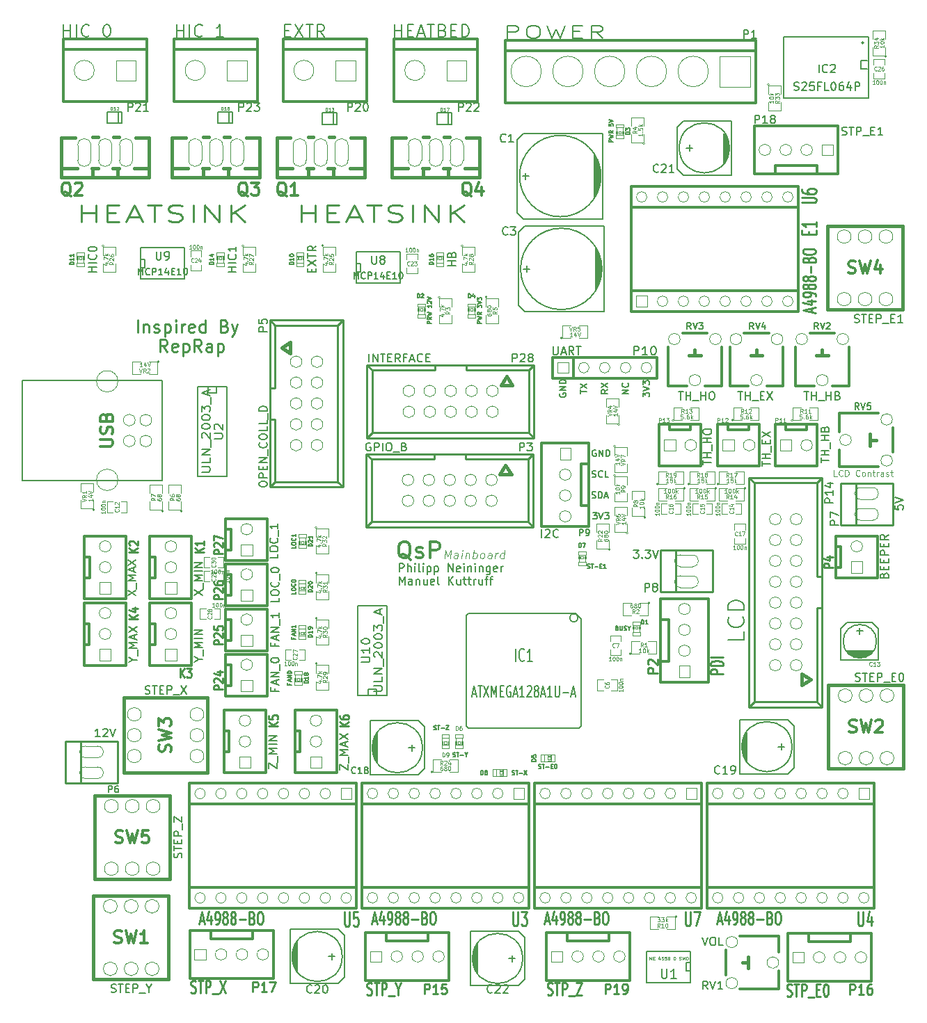
<source format=gto>
%FSLAX34Y34*%
G04 Gerber Fmt 3.4, Leading zero omitted, Abs format*
G04 (created by PCBNEW (2014-05-13 BZR 4864)-product) date Mi 14 Mai 2014 11:17:40 CEST*
%MOIN*%
G01*
G70*
G90*
G04 APERTURE LIST*
%ADD10C,0.003937*%
%ADD11C,0.009843*%
%ADD12C,0.007874*%
%ADD13C,0.004331*%
%ADD14C,0.006693*%
%ADD15C,0.011811*%
%ADD16C,0.010700*%
%ADD17C,0.005906*%
%ADD18C,0.004700*%
%ADD19C,0.012000*%
%ADD20C,0.005000*%
%ADD21C,0.002600*%
%ADD22C,0.004000*%
%ADD23C,0.008000*%
%ADD24C,0.010000*%
%ADD25C,0.016000*%
%ADD26C,0.015000*%
%ADD27C,0.003900*%
%ADD28C,0.012402*%
%ADD29C,0.004500*%
%ADD30C,0.007480*%
%ADD31C,0.004300*%
%ADD32C,0.006000*%
%ADD33C,0.008858*%
G04 APERTURE END LIST*
G54D10*
G54D11*
X23437Y-23529D02*
X23437Y-22939D01*
X23719Y-23135D02*
X23719Y-23529D01*
X23719Y-23192D02*
X23747Y-23163D01*
X23803Y-23135D01*
X23887Y-23135D01*
X23944Y-23163D01*
X23972Y-23220D01*
X23972Y-23529D01*
X24225Y-23501D02*
X24281Y-23529D01*
X24393Y-23529D01*
X24450Y-23501D01*
X24478Y-23445D01*
X24478Y-23417D01*
X24450Y-23360D01*
X24393Y-23332D01*
X24309Y-23332D01*
X24253Y-23304D01*
X24225Y-23248D01*
X24225Y-23220D01*
X24253Y-23163D01*
X24309Y-23135D01*
X24393Y-23135D01*
X24450Y-23163D01*
X24731Y-23135D02*
X24731Y-23726D01*
X24731Y-23163D02*
X24787Y-23135D01*
X24900Y-23135D01*
X24956Y-23163D01*
X24984Y-23192D01*
X25012Y-23248D01*
X25012Y-23417D01*
X24984Y-23473D01*
X24956Y-23501D01*
X24900Y-23529D01*
X24787Y-23529D01*
X24731Y-23501D01*
X25265Y-23529D02*
X25265Y-23135D01*
X25265Y-22939D02*
X25237Y-22967D01*
X25265Y-22995D01*
X25293Y-22967D01*
X25265Y-22939D01*
X25265Y-22995D01*
X25546Y-23529D02*
X25546Y-23135D01*
X25546Y-23248D02*
X25575Y-23192D01*
X25603Y-23163D01*
X25659Y-23135D01*
X25715Y-23135D01*
X26137Y-23501D02*
X26081Y-23529D01*
X25968Y-23529D01*
X25912Y-23501D01*
X25884Y-23445D01*
X25884Y-23220D01*
X25912Y-23163D01*
X25968Y-23135D01*
X26081Y-23135D01*
X26137Y-23163D01*
X26165Y-23220D01*
X26165Y-23276D01*
X25884Y-23332D01*
X26671Y-23529D02*
X26671Y-22939D01*
X26671Y-23501D02*
X26615Y-23529D01*
X26503Y-23529D01*
X26446Y-23501D01*
X26418Y-23473D01*
X26390Y-23417D01*
X26390Y-23248D01*
X26418Y-23192D01*
X26446Y-23163D01*
X26503Y-23135D01*
X26615Y-23135D01*
X26671Y-23163D01*
X27599Y-23220D02*
X27684Y-23248D01*
X27712Y-23276D01*
X27740Y-23332D01*
X27740Y-23417D01*
X27712Y-23473D01*
X27684Y-23501D01*
X27627Y-23529D01*
X27402Y-23529D01*
X27402Y-22939D01*
X27599Y-22939D01*
X27656Y-22967D01*
X27684Y-22995D01*
X27712Y-23051D01*
X27712Y-23107D01*
X27684Y-23163D01*
X27656Y-23192D01*
X27599Y-23220D01*
X27402Y-23220D01*
X27937Y-23135D02*
X28077Y-23529D01*
X28218Y-23135D02*
X28077Y-23529D01*
X28021Y-23670D01*
X27993Y-23698D01*
X27937Y-23726D01*
X24857Y-24454D02*
X24661Y-24173D01*
X24520Y-24454D02*
X24520Y-23864D01*
X24745Y-23864D01*
X24801Y-23892D01*
X24829Y-23920D01*
X24857Y-23976D01*
X24857Y-24061D01*
X24829Y-24117D01*
X24801Y-24145D01*
X24745Y-24173D01*
X24520Y-24173D01*
X25336Y-24426D02*
X25279Y-24454D01*
X25167Y-24454D01*
X25111Y-24426D01*
X25082Y-24370D01*
X25082Y-24145D01*
X25111Y-24089D01*
X25167Y-24061D01*
X25279Y-24061D01*
X25336Y-24089D01*
X25364Y-24145D01*
X25364Y-24201D01*
X25082Y-24257D01*
X25617Y-24061D02*
X25617Y-24651D01*
X25617Y-24089D02*
X25673Y-24061D01*
X25785Y-24061D01*
X25842Y-24089D01*
X25870Y-24117D01*
X25898Y-24173D01*
X25898Y-24342D01*
X25870Y-24398D01*
X25842Y-24426D01*
X25785Y-24454D01*
X25673Y-24454D01*
X25617Y-24426D01*
X26489Y-24454D02*
X26292Y-24173D01*
X26151Y-24454D02*
X26151Y-23864D01*
X26376Y-23864D01*
X26432Y-23892D01*
X26460Y-23920D01*
X26489Y-23976D01*
X26489Y-24061D01*
X26460Y-24117D01*
X26432Y-24145D01*
X26376Y-24173D01*
X26151Y-24173D01*
X26995Y-24454D02*
X26995Y-24145D01*
X26967Y-24089D01*
X26910Y-24061D01*
X26798Y-24061D01*
X26742Y-24089D01*
X26995Y-24426D02*
X26938Y-24454D01*
X26798Y-24454D01*
X26742Y-24426D01*
X26713Y-24370D01*
X26713Y-24314D01*
X26742Y-24257D01*
X26798Y-24229D01*
X26938Y-24229D01*
X26995Y-24201D01*
X27276Y-24061D02*
X27276Y-24651D01*
X27276Y-24089D02*
X27332Y-24061D01*
X27445Y-24061D01*
X27501Y-24089D01*
X27529Y-24117D01*
X27557Y-24173D01*
X27557Y-24342D01*
X27529Y-24398D01*
X27501Y-24426D01*
X27445Y-24454D01*
X27332Y-24454D01*
X27276Y-24426D01*
G54D12*
X58200Y-9650D02*
G75*
G03X58200Y-9650I-50J0D01*
G74*
G01*
X57776Y-23046D02*
X57832Y-23065D01*
X57926Y-23065D01*
X57964Y-23046D01*
X57982Y-23027D01*
X58001Y-22990D01*
X58001Y-22952D01*
X57982Y-22915D01*
X57964Y-22896D01*
X57926Y-22877D01*
X57851Y-22858D01*
X57814Y-22840D01*
X57795Y-22821D01*
X57776Y-22783D01*
X57776Y-22746D01*
X57795Y-22708D01*
X57814Y-22690D01*
X57851Y-22671D01*
X57945Y-22671D01*
X58001Y-22690D01*
X58114Y-22671D02*
X58338Y-22671D01*
X58226Y-23065D02*
X58226Y-22671D01*
X58470Y-22858D02*
X58601Y-22858D01*
X58657Y-23065D02*
X58470Y-23065D01*
X58470Y-22671D01*
X58657Y-22671D01*
X58826Y-23065D02*
X58826Y-22671D01*
X58976Y-22671D01*
X59013Y-22690D01*
X59032Y-22708D01*
X59051Y-22746D01*
X59051Y-22802D01*
X59032Y-22840D01*
X59013Y-22858D01*
X58976Y-22877D01*
X58826Y-22877D01*
X59126Y-23102D02*
X59426Y-23102D01*
X59520Y-22858D02*
X59651Y-22858D01*
X59707Y-23065D02*
X59520Y-23065D01*
X59520Y-22671D01*
X59707Y-22671D01*
X60082Y-23065D02*
X59857Y-23065D01*
X59970Y-23065D02*
X59970Y-22671D01*
X59932Y-22727D01*
X59895Y-22765D01*
X59857Y-22783D01*
X57822Y-40234D02*
X57878Y-40253D01*
X57972Y-40253D01*
X58009Y-40234D01*
X58028Y-40215D01*
X58046Y-40178D01*
X58046Y-40140D01*
X58028Y-40103D01*
X58009Y-40084D01*
X57972Y-40065D01*
X57897Y-40046D01*
X57859Y-40028D01*
X57840Y-40009D01*
X57822Y-39971D01*
X57822Y-39934D01*
X57840Y-39896D01*
X57859Y-39878D01*
X57897Y-39859D01*
X57990Y-39859D01*
X58046Y-39878D01*
X58159Y-39859D02*
X58384Y-39859D01*
X58271Y-40253D02*
X58271Y-39859D01*
X58515Y-40046D02*
X58646Y-40046D01*
X58703Y-40253D02*
X58515Y-40253D01*
X58515Y-39859D01*
X58703Y-39859D01*
X58871Y-40253D02*
X58871Y-39859D01*
X59021Y-39859D01*
X59059Y-39878D01*
X59078Y-39896D01*
X59096Y-39934D01*
X59096Y-39990D01*
X59078Y-40028D01*
X59059Y-40046D01*
X59021Y-40065D01*
X58871Y-40065D01*
X59171Y-40290D02*
X59471Y-40290D01*
X59565Y-40046D02*
X59696Y-40046D01*
X59753Y-40253D02*
X59565Y-40253D01*
X59565Y-39859D01*
X59753Y-39859D01*
X59996Y-39859D02*
X60034Y-39859D01*
X60071Y-39878D01*
X60090Y-39896D01*
X60109Y-39934D01*
X60127Y-40009D01*
X60127Y-40103D01*
X60109Y-40178D01*
X60090Y-40215D01*
X60071Y-40234D01*
X60034Y-40253D01*
X59996Y-40253D01*
X59959Y-40234D01*
X59940Y-40215D01*
X59921Y-40178D01*
X59903Y-40103D01*
X59903Y-40009D01*
X59921Y-39934D01*
X59940Y-39896D01*
X59959Y-39878D01*
X59996Y-39859D01*
X23804Y-40846D02*
X23860Y-40865D01*
X23954Y-40865D01*
X23992Y-40846D01*
X24010Y-40827D01*
X24029Y-40790D01*
X24029Y-40752D01*
X24010Y-40715D01*
X23992Y-40696D01*
X23954Y-40677D01*
X23879Y-40658D01*
X23842Y-40640D01*
X23823Y-40621D01*
X23804Y-40583D01*
X23804Y-40546D01*
X23823Y-40508D01*
X23842Y-40490D01*
X23879Y-40471D01*
X23973Y-40471D01*
X24029Y-40490D01*
X24142Y-40471D02*
X24367Y-40471D01*
X24254Y-40865D02*
X24254Y-40471D01*
X24498Y-40658D02*
X24629Y-40658D01*
X24685Y-40865D02*
X24498Y-40865D01*
X24498Y-40471D01*
X24685Y-40471D01*
X24854Y-40865D02*
X24854Y-40471D01*
X25004Y-40471D01*
X25041Y-40490D01*
X25060Y-40508D01*
X25079Y-40546D01*
X25079Y-40602D01*
X25060Y-40640D01*
X25041Y-40658D01*
X25004Y-40677D01*
X24854Y-40677D01*
X25154Y-40902D02*
X25454Y-40902D01*
X25510Y-40471D02*
X25773Y-40865D01*
X25773Y-40471D02*
X25510Y-40865D01*
X22173Y-55146D02*
X22229Y-55165D01*
X22323Y-55165D01*
X22360Y-55146D01*
X22379Y-55127D01*
X22398Y-55090D01*
X22398Y-55052D01*
X22379Y-55015D01*
X22360Y-54996D01*
X22323Y-54977D01*
X22248Y-54958D01*
X22210Y-54940D01*
X22192Y-54921D01*
X22173Y-54883D01*
X22173Y-54846D01*
X22192Y-54808D01*
X22210Y-54790D01*
X22248Y-54771D01*
X22342Y-54771D01*
X22398Y-54790D01*
X22510Y-54771D02*
X22735Y-54771D01*
X22623Y-55165D02*
X22623Y-54771D01*
X22867Y-54958D02*
X22998Y-54958D01*
X23054Y-55165D02*
X22867Y-55165D01*
X22867Y-54771D01*
X23054Y-54771D01*
X23223Y-55165D02*
X23223Y-54771D01*
X23373Y-54771D01*
X23410Y-54790D01*
X23429Y-54808D01*
X23448Y-54846D01*
X23448Y-54902D01*
X23429Y-54940D01*
X23410Y-54958D01*
X23373Y-54977D01*
X23223Y-54977D01*
X23523Y-55202D02*
X23823Y-55202D01*
X23991Y-54977D02*
X23991Y-55165D01*
X23860Y-54771D02*
X23991Y-54977D01*
X24123Y-54771D01*
G54D13*
X56935Y-30420D02*
X56794Y-30420D01*
X56794Y-30125D01*
X57202Y-30392D02*
X57188Y-30406D01*
X57146Y-30420D01*
X57117Y-30420D01*
X57075Y-30406D01*
X57047Y-30378D01*
X57033Y-30350D01*
X57019Y-30294D01*
X57019Y-30251D01*
X57033Y-30195D01*
X57047Y-30167D01*
X57075Y-30139D01*
X57117Y-30125D01*
X57146Y-30125D01*
X57188Y-30139D01*
X57202Y-30153D01*
X57328Y-30420D02*
X57328Y-30125D01*
X57399Y-30125D01*
X57441Y-30139D01*
X57469Y-30167D01*
X57483Y-30195D01*
X57497Y-30251D01*
X57497Y-30294D01*
X57483Y-30350D01*
X57469Y-30378D01*
X57441Y-30406D01*
X57399Y-30420D01*
X57328Y-30420D01*
X58017Y-30392D02*
X58003Y-30406D01*
X57961Y-30420D01*
X57933Y-30420D01*
X57891Y-30406D01*
X57863Y-30378D01*
X57849Y-30350D01*
X57835Y-30294D01*
X57835Y-30251D01*
X57849Y-30195D01*
X57863Y-30167D01*
X57891Y-30139D01*
X57933Y-30125D01*
X57961Y-30125D01*
X58003Y-30139D01*
X58017Y-30153D01*
X58186Y-30420D02*
X58158Y-30406D01*
X58144Y-30392D01*
X58130Y-30364D01*
X58130Y-30279D01*
X58144Y-30251D01*
X58158Y-30237D01*
X58186Y-30223D01*
X58228Y-30223D01*
X58256Y-30237D01*
X58270Y-30251D01*
X58284Y-30279D01*
X58284Y-30364D01*
X58270Y-30392D01*
X58256Y-30406D01*
X58228Y-30420D01*
X58186Y-30420D01*
X58411Y-30223D02*
X58411Y-30420D01*
X58411Y-30251D02*
X58425Y-30237D01*
X58453Y-30223D01*
X58495Y-30223D01*
X58524Y-30237D01*
X58538Y-30265D01*
X58538Y-30420D01*
X58636Y-30223D02*
X58748Y-30223D01*
X58678Y-30125D02*
X58678Y-30378D01*
X58692Y-30406D01*
X58720Y-30420D01*
X58748Y-30420D01*
X58847Y-30420D02*
X58847Y-30223D01*
X58847Y-30279D02*
X58861Y-30251D01*
X58875Y-30237D01*
X58903Y-30223D01*
X58931Y-30223D01*
X59156Y-30420D02*
X59156Y-30265D01*
X59142Y-30237D01*
X59114Y-30223D01*
X59058Y-30223D01*
X59030Y-30237D01*
X59156Y-30406D02*
X59128Y-30420D01*
X59058Y-30420D01*
X59030Y-30406D01*
X59016Y-30378D01*
X59016Y-30350D01*
X59030Y-30322D01*
X59058Y-30308D01*
X59128Y-30308D01*
X59156Y-30294D01*
X59283Y-30406D02*
X59311Y-30420D01*
X59367Y-30420D01*
X59395Y-30406D01*
X59409Y-30378D01*
X59409Y-30364D01*
X59395Y-30336D01*
X59367Y-30322D01*
X59325Y-30322D01*
X59297Y-30308D01*
X59283Y-30279D01*
X59283Y-30265D01*
X59297Y-30237D01*
X59325Y-30223D01*
X59367Y-30223D01*
X59395Y-30237D01*
X59494Y-30223D02*
X59606Y-30223D01*
X59536Y-30125D02*
X59536Y-30378D01*
X59550Y-30406D01*
X59578Y-30420D01*
X59606Y-30420D01*
G54D10*
X38141Y-34365D02*
X38191Y-33971D01*
X38287Y-34252D01*
X38453Y-33971D01*
X38404Y-34365D01*
X38760Y-34365D02*
X38786Y-34158D01*
X38772Y-34121D01*
X38737Y-34102D01*
X38662Y-34102D01*
X38622Y-34121D01*
X38762Y-34346D02*
X38722Y-34365D01*
X38629Y-34365D01*
X38594Y-34346D01*
X38580Y-34308D01*
X38584Y-34271D01*
X38608Y-34233D01*
X38648Y-34215D01*
X38741Y-34215D01*
X38781Y-34196D01*
X38947Y-34365D02*
X38980Y-34102D01*
X38997Y-33971D02*
X38976Y-33990D01*
X38992Y-34008D01*
X39013Y-33990D01*
X38997Y-33971D01*
X38992Y-34008D01*
X39168Y-34102D02*
X39135Y-34365D01*
X39163Y-34140D02*
X39184Y-34121D01*
X39224Y-34102D01*
X39280Y-34102D01*
X39315Y-34121D01*
X39329Y-34158D01*
X39304Y-34365D01*
X39491Y-34365D02*
X39540Y-33971D01*
X39522Y-34121D02*
X39561Y-34102D01*
X39636Y-34102D01*
X39672Y-34121D01*
X39688Y-34140D01*
X39702Y-34177D01*
X39688Y-34290D01*
X39665Y-34327D01*
X39643Y-34346D01*
X39604Y-34365D01*
X39529Y-34365D01*
X39493Y-34346D01*
X39904Y-34365D02*
X39868Y-34346D01*
X39852Y-34327D01*
X39838Y-34290D01*
X39852Y-34177D01*
X39875Y-34140D01*
X39897Y-34121D01*
X39936Y-34102D01*
X39993Y-34102D01*
X40028Y-34121D01*
X40044Y-34140D01*
X40058Y-34177D01*
X40044Y-34290D01*
X40021Y-34327D01*
X40000Y-34346D01*
X39960Y-34365D01*
X39904Y-34365D01*
X40372Y-34365D02*
X40398Y-34158D01*
X40384Y-34121D01*
X40349Y-34102D01*
X40274Y-34102D01*
X40234Y-34121D01*
X40375Y-34346D02*
X40335Y-34365D01*
X40241Y-34365D01*
X40206Y-34346D01*
X40192Y-34308D01*
X40197Y-34271D01*
X40220Y-34233D01*
X40260Y-34215D01*
X40354Y-34215D01*
X40393Y-34196D01*
X40560Y-34365D02*
X40593Y-34102D01*
X40583Y-34177D02*
X40607Y-34140D01*
X40628Y-34121D01*
X40668Y-34102D01*
X40705Y-34102D01*
X40972Y-34365D02*
X41021Y-33971D01*
X40975Y-34346D02*
X40935Y-34365D01*
X40860Y-34365D01*
X40825Y-34346D01*
X40808Y-34327D01*
X40794Y-34290D01*
X40808Y-34177D01*
X40832Y-34140D01*
X40853Y-34121D01*
X40893Y-34102D01*
X40968Y-34102D01*
X41003Y-34121D01*
G54D14*
X35973Y-35006D02*
X35973Y-34612D01*
X36123Y-34612D01*
X36160Y-34631D01*
X36179Y-34649D01*
X36198Y-34687D01*
X36198Y-34743D01*
X36179Y-34781D01*
X36160Y-34799D01*
X36123Y-34818D01*
X35973Y-34818D01*
X36366Y-35006D02*
X36366Y-34612D01*
X36535Y-35006D02*
X36535Y-34799D01*
X36516Y-34762D01*
X36479Y-34743D01*
X36423Y-34743D01*
X36385Y-34762D01*
X36366Y-34781D01*
X36723Y-35006D02*
X36723Y-34743D01*
X36723Y-34612D02*
X36704Y-34631D01*
X36723Y-34649D01*
X36741Y-34631D01*
X36723Y-34612D01*
X36723Y-34649D01*
X36966Y-35006D02*
X36929Y-34987D01*
X36910Y-34949D01*
X36910Y-34612D01*
X37116Y-35006D02*
X37116Y-34743D01*
X37116Y-34612D02*
X37098Y-34631D01*
X37116Y-34649D01*
X37135Y-34631D01*
X37116Y-34612D01*
X37116Y-34649D01*
X37304Y-34743D02*
X37304Y-35137D01*
X37304Y-34762D02*
X37341Y-34743D01*
X37416Y-34743D01*
X37454Y-34762D01*
X37473Y-34781D01*
X37491Y-34818D01*
X37491Y-34931D01*
X37473Y-34968D01*
X37454Y-34987D01*
X37416Y-35006D01*
X37341Y-35006D01*
X37304Y-34987D01*
X37660Y-34743D02*
X37660Y-35137D01*
X37660Y-34762D02*
X37698Y-34743D01*
X37773Y-34743D01*
X37810Y-34762D01*
X37829Y-34781D01*
X37848Y-34818D01*
X37848Y-34931D01*
X37829Y-34968D01*
X37810Y-34987D01*
X37773Y-35006D01*
X37698Y-35006D01*
X37660Y-34987D01*
X38316Y-35006D02*
X38316Y-34612D01*
X38541Y-35006D01*
X38541Y-34612D01*
X38879Y-34987D02*
X38841Y-35006D01*
X38766Y-35006D01*
X38729Y-34987D01*
X38710Y-34949D01*
X38710Y-34799D01*
X38729Y-34762D01*
X38766Y-34743D01*
X38841Y-34743D01*
X38879Y-34762D01*
X38897Y-34799D01*
X38897Y-34837D01*
X38710Y-34874D01*
X39066Y-35006D02*
X39066Y-34743D01*
X39066Y-34612D02*
X39047Y-34631D01*
X39066Y-34649D01*
X39085Y-34631D01*
X39066Y-34612D01*
X39066Y-34649D01*
X39254Y-34743D02*
X39254Y-35006D01*
X39254Y-34781D02*
X39272Y-34762D01*
X39310Y-34743D01*
X39366Y-34743D01*
X39404Y-34762D01*
X39422Y-34799D01*
X39422Y-35006D01*
X39610Y-35006D02*
X39610Y-34743D01*
X39610Y-34612D02*
X39591Y-34631D01*
X39610Y-34649D01*
X39629Y-34631D01*
X39610Y-34612D01*
X39610Y-34649D01*
X39797Y-34743D02*
X39797Y-35006D01*
X39797Y-34781D02*
X39816Y-34762D01*
X39854Y-34743D01*
X39910Y-34743D01*
X39947Y-34762D01*
X39966Y-34799D01*
X39966Y-35006D01*
X40322Y-34743D02*
X40322Y-35062D01*
X40303Y-35099D01*
X40285Y-35118D01*
X40247Y-35137D01*
X40191Y-35137D01*
X40153Y-35118D01*
X40322Y-34987D02*
X40285Y-35006D01*
X40210Y-35006D01*
X40172Y-34987D01*
X40153Y-34968D01*
X40135Y-34931D01*
X40135Y-34818D01*
X40153Y-34781D01*
X40172Y-34762D01*
X40210Y-34743D01*
X40285Y-34743D01*
X40322Y-34762D01*
X40660Y-34987D02*
X40622Y-35006D01*
X40547Y-35006D01*
X40510Y-34987D01*
X40491Y-34949D01*
X40491Y-34799D01*
X40510Y-34762D01*
X40547Y-34743D01*
X40622Y-34743D01*
X40660Y-34762D01*
X40678Y-34799D01*
X40678Y-34837D01*
X40491Y-34874D01*
X40847Y-35006D02*
X40847Y-34743D01*
X40847Y-34818D02*
X40866Y-34781D01*
X40885Y-34762D01*
X40922Y-34743D01*
X40960Y-34743D01*
X35973Y-35624D02*
X35973Y-35230D01*
X36104Y-35511D01*
X36235Y-35230D01*
X36235Y-35624D01*
X36591Y-35624D02*
X36591Y-35417D01*
X36573Y-35380D01*
X36535Y-35361D01*
X36460Y-35361D01*
X36423Y-35380D01*
X36591Y-35605D02*
X36554Y-35624D01*
X36460Y-35624D01*
X36423Y-35605D01*
X36404Y-35567D01*
X36404Y-35530D01*
X36423Y-35492D01*
X36460Y-35474D01*
X36554Y-35474D01*
X36591Y-35455D01*
X36779Y-35361D02*
X36779Y-35624D01*
X36779Y-35399D02*
X36798Y-35380D01*
X36835Y-35361D01*
X36891Y-35361D01*
X36929Y-35380D01*
X36948Y-35417D01*
X36948Y-35624D01*
X37304Y-35361D02*
X37304Y-35624D01*
X37135Y-35361D02*
X37135Y-35567D01*
X37154Y-35605D01*
X37191Y-35624D01*
X37248Y-35624D01*
X37285Y-35605D01*
X37304Y-35586D01*
X37641Y-35605D02*
X37604Y-35624D01*
X37529Y-35624D01*
X37491Y-35605D01*
X37473Y-35567D01*
X37473Y-35417D01*
X37491Y-35380D01*
X37529Y-35361D01*
X37604Y-35361D01*
X37641Y-35380D01*
X37660Y-35417D01*
X37660Y-35455D01*
X37473Y-35492D01*
X37885Y-35624D02*
X37848Y-35605D01*
X37829Y-35567D01*
X37829Y-35230D01*
X38335Y-35624D02*
X38335Y-35230D01*
X38560Y-35624D02*
X38391Y-35399D01*
X38560Y-35230D02*
X38335Y-35455D01*
X38897Y-35361D02*
X38897Y-35624D01*
X38729Y-35361D02*
X38729Y-35567D01*
X38747Y-35605D01*
X38785Y-35624D01*
X38841Y-35624D01*
X38879Y-35605D01*
X38897Y-35586D01*
X39029Y-35361D02*
X39179Y-35361D01*
X39085Y-35230D02*
X39085Y-35567D01*
X39104Y-35605D01*
X39141Y-35624D01*
X39179Y-35624D01*
X39254Y-35361D02*
X39404Y-35361D01*
X39310Y-35230D02*
X39310Y-35567D01*
X39329Y-35605D01*
X39366Y-35624D01*
X39404Y-35624D01*
X39535Y-35624D02*
X39535Y-35361D01*
X39535Y-35436D02*
X39554Y-35399D01*
X39572Y-35380D01*
X39610Y-35361D01*
X39647Y-35361D01*
X39947Y-35361D02*
X39947Y-35624D01*
X39779Y-35361D02*
X39779Y-35567D01*
X39797Y-35605D01*
X39835Y-35624D01*
X39891Y-35624D01*
X39929Y-35605D01*
X39947Y-35586D01*
X40079Y-35361D02*
X40228Y-35361D01*
X40135Y-35624D02*
X40135Y-35286D01*
X40153Y-35249D01*
X40191Y-35230D01*
X40228Y-35230D01*
X40303Y-35361D02*
X40453Y-35361D01*
X40360Y-35624D02*
X40360Y-35286D01*
X40378Y-35249D01*
X40416Y-35230D01*
X40453Y-35230D01*
G54D15*
X36517Y-34418D02*
X36442Y-34380D01*
X36367Y-34305D01*
X36254Y-34193D01*
X36179Y-34155D01*
X36104Y-34155D01*
X36142Y-34343D02*
X36067Y-34305D01*
X35992Y-34230D01*
X35954Y-34080D01*
X35954Y-33818D01*
X35992Y-33668D01*
X36067Y-33593D01*
X36142Y-33555D01*
X36292Y-33555D01*
X36367Y-33593D01*
X36442Y-33668D01*
X36479Y-33818D01*
X36479Y-34080D01*
X36442Y-34230D01*
X36367Y-34305D01*
X36292Y-34343D01*
X36142Y-34343D01*
X36779Y-34305D02*
X36854Y-34343D01*
X37004Y-34343D01*
X37079Y-34305D01*
X37117Y-34230D01*
X37117Y-34193D01*
X37079Y-34118D01*
X37004Y-34080D01*
X36892Y-34080D01*
X36817Y-34043D01*
X36779Y-33968D01*
X36779Y-33930D01*
X36817Y-33855D01*
X36892Y-33818D01*
X37004Y-33818D01*
X37079Y-33855D01*
X37454Y-34343D02*
X37454Y-33555D01*
X37754Y-33555D01*
X37829Y-33593D01*
X37866Y-33630D01*
X37904Y-33705D01*
X37904Y-33818D01*
X37866Y-33893D01*
X37829Y-33930D01*
X37754Y-33968D01*
X37454Y-33968D01*
G54D16*
X55580Y-18832D02*
X55580Y-18689D01*
X55937Y-18628D02*
X55937Y-18832D01*
X55256Y-18832D01*
X55256Y-18628D01*
X55937Y-18221D02*
X55937Y-18465D01*
X55937Y-18343D02*
X55256Y-18343D01*
X55353Y-18384D01*
X55418Y-18424D01*
X55451Y-18465D01*
G54D12*
X25538Y-48711D02*
X25557Y-48655D01*
X25557Y-48561D01*
X25538Y-48524D01*
X25520Y-48505D01*
X25482Y-48486D01*
X25445Y-48486D01*
X25407Y-48505D01*
X25388Y-48524D01*
X25370Y-48561D01*
X25351Y-48636D01*
X25332Y-48674D01*
X25313Y-48693D01*
X25276Y-48711D01*
X25238Y-48711D01*
X25201Y-48693D01*
X25182Y-48674D01*
X25163Y-48636D01*
X25163Y-48543D01*
X25182Y-48486D01*
X25163Y-48374D02*
X25163Y-48149D01*
X25557Y-48261D02*
X25163Y-48261D01*
X25351Y-48018D02*
X25351Y-47886D01*
X25557Y-47830D02*
X25557Y-48018D01*
X25163Y-48018D01*
X25163Y-47830D01*
X25557Y-47662D02*
X25163Y-47662D01*
X25163Y-47512D01*
X25182Y-47474D01*
X25201Y-47455D01*
X25238Y-47437D01*
X25295Y-47437D01*
X25332Y-47455D01*
X25351Y-47474D01*
X25370Y-47512D01*
X25370Y-47662D01*
X25595Y-47362D02*
X25595Y-47062D01*
X25163Y-47005D02*
X25163Y-46743D01*
X25557Y-47005D01*
X25557Y-46743D01*
G54D17*
X45239Y-32164D02*
X45434Y-32164D01*
X45329Y-32284D01*
X45374Y-32284D01*
X45404Y-32299D01*
X45419Y-32314D01*
X45434Y-32344D01*
X45434Y-32419D01*
X45419Y-32449D01*
X45404Y-32464D01*
X45374Y-32479D01*
X45284Y-32479D01*
X45254Y-32464D01*
X45239Y-32449D01*
X45524Y-32164D02*
X45629Y-32479D01*
X45734Y-32164D01*
X45809Y-32164D02*
X46004Y-32164D01*
X45899Y-32284D01*
X45944Y-32284D01*
X45974Y-32299D01*
X45989Y-32314D01*
X46004Y-32344D01*
X46004Y-32419D01*
X45989Y-32449D01*
X45974Y-32464D01*
X45944Y-32479D01*
X45854Y-32479D01*
X45824Y-32464D01*
X45809Y-32449D01*
X45197Y-31464D02*
X45242Y-31479D01*
X45317Y-31479D01*
X45347Y-31464D01*
X45362Y-31449D01*
X45377Y-31419D01*
X45377Y-31389D01*
X45362Y-31359D01*
X45347Y-31344D01*
X45317Y-31329D01*
X45257Y-31314D01*
X45227Y-31299D01*
X45212Y-31284D01*
X45197Y-31254D01*
X45197Y-31224D01*
X45212Y-31194D01*
X45227Y-31179D01*
X45257Y-31164D01*
X45332Y-31164D01*
X45377Y-31179D01*
X45512Y-31479D02*
X45512Y-31164D01*
X45587Y-31164D01*
X45632Y-31179D01*
X45662Y-31209D01*
X45677Y-31239D01*
X45692Y-31299D01*
X45692Y-31344D01*
X45677Y-31404D01*
X45662Y-31434D01*
X45632Y-31464D01*
X45587Y-31479D01*
X45512Y-31479D01*
X45811Y-31389D02*
X45961Y-31389D01*
X45782Y-31479D02*
X45886Y-31164D01*
X45991Y-31479D01*
X45204Y-30464D02*
X45249Y-30479D01*
X45324Y-30479D01*
X45354Y-30464D01*
X45369Y-30449D01*
X45384Y-30419D01*
X45384Y-30389D01*
X45369Y-30359D01*
X45354Y-30344D01*
X45324Y-30329D01*
X45264Y-30314D01*
X45234Y-30299D01*
X45219Y-30284D01*
X45204Y-30254D01*
X45204Y-30224D01*
X45219Y-30194D01*
X45234Y-30179D01*
X45264Y-30164D01*
X45339Y-30164D01*
X45384Y-30179D01*
X45699Y-30449D02*
X45684Y-30464D01*
X45639Y-30479D01*
X45609Y-30479D01*
X45564Y-30464D01*
X45534Y-30434D01*
X45519Y-30404D01*
X45504Y-30344D01*
X45504Y-30299D01*
X45519Y-30239D01*
X45534Y-30209D01*
X45564Y-30179D01*
X45609Y-30164D01*
X45639Y-30164D01*
X45684Y-30179D01*
X45699Y-30194D01*
X45984Y-30479D02*
X45834Y-30479D01*
X45834Y-30164D01*
X45389Y-29179D02*
X45359Y-29164D01*
X45314Y-29164D01*
X45269Y-29179D01*
X45239Y-29209D01*
X45224Y-29239D01*
X45209Y-29299D01*
X45209Y-29344D01*
X45224Y-29404D01*
X45239Y-29434D01*
X45269Y-29464D01*
X45314Y-29479D01*
X45344Y-29479D01*
X45389Y-29464D01*
X45404Y-29449D01*
X45404Y-29344D01*
X45344Y-29344D01*
X45539Y-29479D02*
X45539Y-29164D01*
X45719Y-29479D01*
X45719Y-29164D01*
X45869Y-29479D02*
X45869Y-29164D01*
X45944Y-29164D01*
X45989Y-29179D01*
X46019Y-29209D01*
X46034Y-29239D01*
X46049Y-29299D01*
X46049Y-29344D01*
X46034Y-29404D01*
X46019Y-29434D01*
X45989Y-29464D01*
X45944Y-29479D01*
X45869Y-29479D01*
X50482Y-52521D02*
X50613Y-52915D01*
X50745Y-52521D01*
X50951Y-52521D02*
X51026Y-52521D01*
X51063Y-52540D01*
X51101Y-52577D01*
X51120Y-52652D01*
X51120Y-52783D01*
X51101Y-52858D01*
X51063Y-52896D01*
X51026Y-52915D01*
X50951Y-52915D01*
X50913Y-52896D01*
X50876Y-52858D01*
X50857Y-52783D01*
X50857Y-52652D01*
X50876Y-52577D01*
X50913Y-52540D01*
X50951Y-52521D01*
X51476Y-52915D02*
X51288Y-52915D01*
X51288Y-52521D01*
X52195Y-26371D02*
X52420Y-26371D01*
X52307Y-26765D02*
X52307Y-26371D01*
X52551Y-26765D02*
X52551Y-26371D01*
X52551Y-26558D02*
X52776Y-26558D01*
X52776Y-26765D02*
X52776Y-26371D01*
X52870Y-26802D02*
X53170Y-26802D01*
X53263Y-26558D02*
X53395Y-26558D01*
X53451Y-26765D02*
X53263Y-26765D01*
X53263Y-26371D01*
X53451Y-26371D01*
X53582Y-26371D02*
X53845Y-26765D01*
X53845Y-26371D02*
X53582Y-26765D01*
X49348Y-26371D02*
X49573Y-26371D01*
X49460Y-26765D02*
X49460Y-26371D01*
X49704Y-26765D02*
X49704Y-26371D01*
X49704Y-26558D02*
X49929Y-26558D01*
X49929Y-26765D02*
X49929Y-26371D01*
X50023Y-26802D02*
X50323Y-26802D01*
X50417Y-26765D02*
X50417Y-26371D01*
X50417Y-26558D02*
X50641Y-26558D01*
X50641Y-26765D02*
X50641Y-26371D01*
X50904Y-26371D02*
X50979Y-26371D01*
X51016Y-26390D01*
X51054Y-26427D01*
X51073Y-26502D01*
X51073Y-26633D01*
X51054Y-26708D01*
X51016Y-26746D01*
X50979Y-26765D01*
X50904Y-26765D01*
X50866Y-26746D01*
X50829Y-26708D01*
X50810Y-26633D01*
X50810Y-26502D01*
X50829Y-26427D01*
X50866Y-26390D01*
X50904Y-26371D01*
X55357Y-26371D02*
X55582Y-26371D01*
X55470Y-26765D02*
X55470Y-26371D01*
X55713Y-26765D02*
X55713Y-26371D01*
X55713Y-26558D02*
X55938Y-26558D01*
X55938Y-26765D02*
X55938Y-26371D01*
X56032Y-26802D02*
X56332Y-26802D01*
X56426Y-26765D02*
X56426Y-26371D01*
X56426Y-26558D02*
X56651Y-26558D01*
X56651Y-26765D02*
X56651Y-26371D01*
X56970Y-26558D02*
X57026Y-26577D01*
X57045Y-26596D01*
X57063Y-26633D01*
X57063Y-26690D01*
X57045Y-26727D01*
X57026Y-26746D01*
X56988Y-26765D01*
X56838Y-26765D01*
X56838Y-26371D01*
X56970Y-26371D01*
X57007Y-26390D01*
X57026Y-26408D01*
X57045Y-26446D01*
X57045Y-26483D01*
X57026Y-26521D01*
X57007Y-26540D01*
X56970Y-26558D01*
X56838Y-26558D01*
G54D11*
X31275Y-18219D02*
X31275Y-17432D01*
X31275Y-17807D02*
X31950Y-17807D01*
X31950Y-18219D02*
X31950Y-17432D01*
X32512Y-17807D02*
X32906Y-17807D01*
X33075Y-18219D02*
X32512Y-18219D01*
X32512Y-17432D01*
X33075Y-17432D01*
X33525Y-17994D02*
X34087Y-17994D01*
X33412Y-18219D02*
X33806Y-17432D01*
X34200Y-18219D01*
X34425Y-17432D02*
X35100Y-17432D01*
X34762Y-18219D02*
X34762Y-17432D01*
X35437Y-18182D02*
X35606Y-18219D01*
X35887Y-18219D01*
X35999Y-18182D01*
X36056Y-18144D01*
X36112Y-18069D01*
X36112Y-17994D01*
X36056Y-17919D01*
X35999Y-17882D01*
X35887Y-17844D01*
X35662Y-17807D01*
X35550Y-17769D01*
X35493Y-17732D01*
X35437Y-17657D01*
X35437Y-17582D01*
X35493Y-17507D01*
X35550Y-17469D01*
X35662Y-17432D01*
X35943Y-17432D01*
X36112Y-17469D01*
X36618Y-18219D02*
X36618Y-17432D01*
X37181Y-18219D02*
X37181Y-17432D01*
X37855Y-18219D01*
X37855Y-17432D01*
X38418Y-18219D02*
X38418Y-17432D01*
X39093Y-18219D02*
X38587Y-17769D01*
X39093Y-17432D02*
X38418Y-17882D01*
X20755Y-18219D02*
X20755Y-17432D01*
X20755Y-17807D02*
X21430Y-17807D01*
X21430Y-18219D02*
X21430Y-17432D01*
X21992Y-17807D02*
X22386Y-17807D01*
X22555Y-18219D02*
X21992Y-18219D01*
X21992Y-17432D01*
X22555Y-17432D01*
X23005Y-17994D02*
X23567Y-17994D01*
X22892Y-18219D02*
X23286Y-17432D01*
X23680Y-18219D01*
X23905Y-17432D02*
X24579Y-17432D01*
X24242Y-18219D02*
X24242Y-17432D01*
X24917Y-18182D02*
X25086Y-18219D01*
X25367Y-18219D01*
X25479Y-18182D01*
X25536Y-18144D01*
X25592Y-18069D01*
X25592Y-17994D01*
X25536Y-17919D01*
X25479Y-17882D01*
X25367Y-17844D01*
X25142Y-17807D01*
X25029Y-17769D01*
X24973Y-17732D01*
X24917Y-17657D01*
X24917Y-17582D01*
X24973Y-17507D01*
X25029Y-17469D01*
X25142Y-17432D01*
X25423Y-17432D01*
X25592Y-17469D01*
X26098Y-18219D02*
X26098Y-17432D01*
X26660Y-18219D02*
X26660Y-17432D01*
X27335Y-18219D01*
X27335Y-17432D01*
X27898Y-18219D02*
X27898Y-17432D01*
X28573Y-18219D02*
X28067Y-17769D01*
X28573Y-17432D02*
X27898Y-17882D01*
G54D18*
X31172Y-39231D02*
X31447Y-39231D01*
X30778Y-39231D02*
X30503Y-39231D01*
X31172Y-38719D02*
X31447Y-38719D01*
X30503Y-38719D02*
X30778Y-38719D01*
X31447Y-38725D02*
X31447Y-39225D01*
X30503Y-39225D02*
X30503Y-38725D01*
X26703Y-36769D02*
X26428Y-36769D01*
X27097Y-36769D02*
X27372Y-36769D01*
X26703Y-37281D02*
X26428Y-37281D01*
X27372Y-37281D02*
X27097Y-37281D01*
X26428Y-37275D02*
X26428Y-36775D01*
X27372Y-36775D02*
X27372Y-37275D01*
X26878Y-34969D02*
X26603Y-34969D01*
X27272Y-34969D02*
X27547Y-34969D01*
X26878Y-35481D02*
X26603Y-35481D01*
X27547Y-35481D02*
X27272Y-35481D01*
X26603Y-35475D02*
X26603Y-34975D01*
X27547Y-34975D02*
X27547Y-35475D01*
G54D19*
X43309Y-25722D02*
X43309Y-24722D01*
X43309Y-24722D02*
X48309Y-24722D01*
X48309Y-24722D02*
X48309Y-25722D01*
X48309Y-25722D02*
X43309Y-25722D01*
X44309Y-25722D02*
X44309Y-24722D01*
G54D18*
X45732Y-40181D02*
X45457Y-40181D01*
X46126Y-40181D02*
X46401Y-40181D01*
X45732Y-40693D02*
X45457Y-40693D01*
X46401Y-40693D02*
X46126Y-40693D01*
X45457Y-40687D02*
X45457Y-40187D01*
X46401Y-40187D02*
X46401Y-40687D01*
X46585Y-38340D02*
X46585Y-38065D01*
X46585Y-38734D02*
X46585Y-39009D01*
X46073Y-38340D02*
X46073Y-38065D01*
X46073Y-39009D02*
X46073Y-38734D01*
X46079Y-38065D02*
X46579Y-38065D01*
X46579Y-39009D02*
X46079Y-39009D01*
X22647Y-32156D02*
X22922Y-32156D01*
X22253Y-32156D02*
X21978Y-32156D01*
X22647Y-31644D02*
X22922Y-31644D01*
X21978Y-31644D02*
X22253Y-31644D01*
X22922Y-31650D02*
X22922Y-32150D01*
X21978Y-32150D02*
X21978Y-31650D01*
G54D20*
X58029Y-37687D02*
X58029Y-37987D01*
X57879Y-37837D02*
X58179Y-37837D01*
X58929Y-37737D02*
X58929Y-39237D01*
X57429Y-37437D02*
X58629Y-37437D01*
X58929Y-37737D02*
X58629Y-37437D01*
X57129Y-37737D02*
X57129Y-39237D01*
X57129Y-37737D02*
X57429Y-37437D01*
X58079Y-39137D02*
X57979Y-39137D01*
X57779Y-39087D02*
X58279Y-39087D01*
X58379Y-39037D02*
X57679Y-39037D01*
X58479Y-38987D02*
X57579Y-38987D01*
X57529Y-38937D02*
X58529Y-38937D01*
X58579Y-38887D02*
X57479Y-38887D01*
X57429Y-38837D02*
X58629Y-38837D01*
X57379Y-38787D02*
X58679Y-38787D01*
X58829Y-38337D02*
G75*
G03X58829Y-38337I-800J0D01*
G74*
G01*
X57129Y-39237D02*
X58929Y-39237D01*
G54D18*
X52076Y-32243D02*
X52351Y-32243D01*
X51682Y-32243D02*
X51407Y-32243D01*
X52076Y-31731D02*
X52351Y-31731D01*
X51407Y-31731D02*
X51682Y-31731D01*
X52351Y-31737D02*
X52351Y-32237D01*
X51407Y-32237D02*
X51407Y-31737D01*
X50676Y-32243D02*
X50951Y-32243D01*
X50282Y-32243D02*
X50007Y-32243D01*
X50676Y-31731D02*
X50951Y-31731D01*
X50007Y-31731D02*
X50282Y-31731D01*
X50951Y-31737D02*
X50951Y-32237D01*
X50007Y-32237D02*
X50007Y-31737D01*
X49176Y-32243D02*
X49451Y-32243D01*
X48782Y-32243D02*
X48507Y-32243D01*
X49176Y-31731D02*
X49451Y-31731D01*
X48507Y-31731D02*
X48782Y-31731D01*
X49451Y-31737D02*
X49451Y-32237D01*
X48507Y-32237D02*
X48507Y-31737D01*
G54D20*
X34729Y-43137D02*
X34729Y-43737D01*
X34779Y-43887D02*
X34779Y-42987D01*
X34829Y-42887D02*
X34829Y-43987D01*
X34879Y-44087D02*
X34879Y-42787D01*
X34929Y-42737D02*
X34929Y-44137D01*
X37079Y-43437D02*
G75*
G03X37079Y-43437I-1200J0D01*
G74*
G01*
X34579Y-42137D02*
X34579Y-44737D01*
X34579Y-44737D02*
X36879Y-44737D01*
X36879Y-44737D02*
X37179Y-44437D01*
X37179Y-44437D02*
X37179Y-42437D01*
X37179Y-42437D02*
X36879Y-42137D01*
X36879Y-42137D02*
X34579Y-42137D01*
X36729Y-43437D02*
X36429Y-43437D01*
X36579Y-43287D02*
X36579Y-43587D01*
X52429Y-43087D02*
X52429Y-43687D01*
X52479Y-43837D02*
X52479Y-42937D01*
X52529Y-42837D02*
X52529Y-43937D01*
X52579Y-44037D02*
X52579Y-42737D01*
X52629Y-42687D02*
X52629Y-44087D01*
X54779Y-43387D02*
G75*
G03X54779Y-43387I-1200J0D01*
G74*
G01*
X52279Y-42087D02*
X52279Y-44687D01*
X52279Y-44687D02*
X54579Y-44687D01*
X54579Y-44687D02*
X54879Y-44387D01*
X54879Y-44387D02*
X54879Y-42387D01*
X54879Y-42387D02*
X54579Y-42087D01*
X54579Y-42087D02*
X52279Y-42087D01*
X54429Y-43387D02*
X54129Y-43387D01*
X54279Y-43237D02*
X54279Y-43537D01*
X30888Y-53144D02*
X30888Y-53744D01*
X30938Y-53894D02*
X30938Y-52994D01*
X30988Y-52894D02*
X30988Y-53994D01*
X31038Y-54094D02*
X31038Y-52794D01*
X31088Y-52744D02*
X31088Y-54144D01*
X33238Y-53444D02*
G75*
G03X33238Y-53444I-1200J0D01*
G74*
G01*
X30738Y-52144D02*
X30738Y-54744D01*
X30738Y-54744D02*
X33038Y-54744D01*
X33038Y-54744D02*
X33338Y-54444D01*
X33338Y-54444D02*
X33338Y-52444D01*
X33338Y-52444D02*
X33038Y-52144D01*
X33038Y-52144D02*
X30738Y-52144D01*
X32888Y-53444D02*
X32588Y-53444D01*
X32738Y-53294D02*
X32738Y-53594D01*
X51729Y-14987D02*
X51729Y-14387D01*
X51679Y-14237D02*
X51679Y-15137D01*
X51629Y-15237D02*
X51629Y-14137D01*
X51579Y-14037D02*
X51579Y-15337D01*
X51529Y-15387D02*
X51529Y-13987D01*
X51779Y-14687D02*
G75*
G03X51779Y-14687I-1200J0D01*
G74*
G01*
X51879Y-15987D02*
X51879Y-13387D01*
X51879Y-13387D02*
X49579Y-13387D01*
X49579Y-13387D02*
X49279Y-13687D01*
X49279Y-13687D02*
X49279Y-15687D01*
X49279Y-15687D02*
X49579Y-15987D01*
X49579Y-15987D02*
X51879Y-15987D01*
X49729Y-14687D02*
X50029Y-14687D01*
X49879Y-14837D02*
X49879Y-14537D01*
G54D21*
X47152Y-37560D02*
X47506Y-37560D01*
X47506Y-37560D02*
X47506Y-37403D01*
X47152Y-37403D02*
X47506Y-37403D01*
X47152Y-37560D02*
X47152Y-37403D01*
X47152Y-38071D02*
X47506Y-38071D01*
X47506Y-38071D02*
X47506Y-37914D01*
X47152Y-37914D02*
X47506Y-37914D01*
X47152Y-38071D02*
X47152Y-37914D01*
X47152Y-37737D02*
X47211Y-37737D01*
X47211Y-37737D02*
X47211Y-37619D01*
X47152Y-37619D02*
X47211Y-37619D01*
X47152Y-37737D02*
X47152Y-37619D01*
X47447Y-37737D02*
X47506Y-37737D01*
X47506Y-37737D02*
X47506Y-37619D01*
X47447Y-37619D02*
X47506Y-37619D01*
X47447Y-37737D02*
X47447Y-37619D01*
X47270Y-37737D02*
X47388Y-37737D01*
X47388Y-37737D02*
X47388Y-37619D01*
X47270Y-37619D02*
X47388Y-37619D01*
X47270Y-37737D02*
X47270Y-37619D01*
G54D22*
X47172Y-37560D02*
X47172Y-37914D01*
X47486Y-37560D02*
X47486Y-37914D01*
G54D21*
X36852Y-22310D02*
X37206Y-22310D01*
X37206Y-22310D02*
X37206Y-22153D01*
X36852Y-22153D02*
X37206Y-22153D01*
X36852Y-22310D02*
X36852Y-22153D01*
X36852Y-22821D02*
X37206Y-22821D01*
X37206Y-22821D02*
X37206Y-22664D01*
X36852Y-22664D02*
X37206Y-22664D01*
X36852Y-22821D02*
X36852Y-22664D01*
X36852Y-22487D02*
X36911Y-22487D01*
X36911Y-22487D02*
X36911Y-22369D01*
X36852Y-22369D02*
X36911Y-22369D01*
X36852Y-22487D02*
X36852Y-22369D01*
X37147Y-22487D02*
X37206Y-22487D01*
X37206Y-22487D02*
X37206Y-22369D01*
X37147Y-22369D02*
X37206Y-22369D01*
X37147Y-22487D02*
X37147Y-22369D01*
X36970Y-22487D02*
X37088Y-22487D01*
X37088Y-22487D02*
X37088Y-22369D01*
X36970Y-22369D02*
X37088Y-22369D01*
X36970Y-22487D02*
X36970Y-22369D01*
G54D22*
X36872Y-22310D02*
X36872Y-22664D01*
X37186Y-22310D02*
X37186Y-22664D01*
G54D21*
X46706Y-14064D02*
X46352Y-14064D01*
X46352Y-14064D02*
X46352Y-14221D01*
X46706Y-14221D02*
X46352Y-14221D01*
X46706Y-14064D02*
X46706Y-14221D01*
X46706Y-13553D02*
X46352Y-13553D01*
X46352Y-13553D02*
X46352Y-13710D01*
X46706Y-13710D02*
X46352Y-13710D01*
X46706Y-13553D02*
X46706Y-13710D01*
X46706Y-13887D02*
X46647Y-13887D01*
X46647Y-13887D02*
X46647Y-14005D01*
X46706Y-14005D02*
X46647Y-14005D01*
X46706Y-13887D02*
X46706Y-14005D01*
X46411Y-13887D02*
X46352Y-13887D01*
X46352Y-13887D02*
X46352Y-14005D01*
X46411Y-14005D02*
X46352Y-14005D01*
X46411Y-13887D02*
X46411Y-14005D01*
X46588Y-13887D02*
X46470Y-13887D01*
X46470Y-13887D02*
X46470Y-14005D01*
X46588Y-14005D02*
X46470Y-14005D01*
X46588Y-13887D02*
X46588Y-14005D01*
G54D22*
X46686Y-14064D02*
X46686Y-13710D01*
X46372Y-14064D02*
X46372Y-13710D01*
G54D21*
X39252Y-22310D02*
X39606Y-22310D01*
X39606Y-22310D02*
X39606Y-22153D01*
X39252Y-22153D02*
X39606Y-22153D01*
X39252Y-22310D02*
X39252Y-22153D01*
X39252Y-22821D02*
X39606Y-22821D01*
X39606Y-22821D02*
X39606Y-22664D01*
X39252Y-22664D02*
X39606Y-22664D01*
X39252Y-22821D02*
X39252Y-22664D01*
X39252Y-22487D02*
X39311Y-22487D01*
X39311Y-22487D02*
X39311Y-22369D01*
X39252Y-22369D02*
X39311Y-22369D01*
X39252Y-22487D02*
X39252Y-22369D01*
X39547Y-22487D02*
X39606Y-22487D01*
X39606Y-22487D02*
X39606Y-22369D01*
X39547Y-22369D02*
X39606Y-22369D01*
X39547Y-22487D02*
X39547Y-22369D01*
X39370Y-22487D02*
X39488Y-22487D01*
X39488Y-22487D02*
X39488Y-22369D01*
X39370Y-22369D02*
X39488Y-22369D01*
X39370Y-22487D02*
X39370Y-22369D01*
G54D22*
X39272Y-22310D02*
X39272Y-22664D01*
X39586Y-22310D02*
X39586Y-22664D01*
G54D21*
X43256Y-43760D02*
X43256Y-44114D01*
X43256Y-44114D02*
X43413Y-44114D01*
X43413Y-43760D02*
X43413Y-44114D01*
X43256Y-43760D02*
X43413Y-43760D01*
X42745Y-43760D02*
X42745Y-44114D01*
X42745Y-44114D02*
X42902Y-44114D01*
X42902Y-43760D02*
X42902Y-44114D01*
X42745Y-43760D02*
X42902Y-43760D01*
X43079Y-43760D02*
X43079Y-43819D01*
X43079Y-43819D02*
X43197Y-43819D01*
X43197Y-43760D02*
X43197Y-43819D01*
X43079Y-43760D02*
X43197Y-43760D01*
X43079Y-44055D02*
X43079Y-44114D01*
X43079Y-44114D02*
X43197Y-44114D01*
X43197Y-44055D02*
X43197Y-44114D01*
X43079Y-44055D02*
X43197Y-44055D01*
X43079Y-43878D02*
X43079Y-43996D01*
X43079Y-43996D02*
X43197Y-43996D01*
X43197Y-43878D02*
X43197Y-43996D01*
X43079Y-43878D02*
X43197Y-43878D01*
G54D22*
X43256Y-43780D02*
X42902Y-43780D01*
X43256Y-44094D02*
X42902Y-44094D01*
G54D21*
X39006Y-43314D02*
X38652Y-43314D01*
X38652Y-43314D02*
X38652Y-43471D01*
X39006Y-43471D02*
X38652Y-43471D01*
X39006Y-43314D02*
X39006Y-43471D01*
X39006Y-42803D02*
X38652Y-42803D01*
X38652Y-42803D02*
X38652Y-42960D01*
X39006Y-42960D02*
X38652Y-42960D01*
X39006Y-42803D02*
X39006Y-42960D01*
X39006Y-43137D02*
X38947Y-43137D01*
X38947Y-43137D02*
X38947Y-43255D01*
X39006Y-43255D02*
X38947Y-43255D01*
X39006Y-43137D02*
X39006Y-43255D01*
X38711Y-43137D02*
X38652Y-43137D01*
X38652Y-43137D02*
X38652Y-43255D01*
X38711Y-43255D02*
X38652Y-43255D01*
X38711Y-43137D02*
X38711Y-43255D01*
X38888Y-43137D02*
X38770Y-43137D01*
X38770Y-43137D02*
X38770Y-43255D01*
X38888Y-43255D02*
X38770Y-43255D01*
X38888Y-43137D02*
X38888Y-43255D01*
G54D22*
X38986Y-43314D02*
X38986Y-42960D01*
X38672Y-43314D02*
X38672Y-42960D01*
G54D21*
X44543Y-34192D02*
X44897Y-34192D01*
X44897Y-34192D02*
X44897Y-34035D01*
X44543Y-34035D02*
X44897Y-34035D01*
X44543Y-34192D02*
X44543Y-34035D01*
X44543Y-34703D02*
X44897Y-34703D01*
X44897Y-34703D02*
X44897Y-34546D01*
X44543Y-34546D02*
X44897Y-34546D01*
X44543Y-34703D02*
X44543Y-34546D01*
X44543Y-34369D02*
X44602Y-34369D01*
X44602Y-34369D02*
X44602Y-34251D01*
X44543Y-34251D02*
X44602Y-34251D01*
X44543Y-34369D02*
X44543Y-34251D01*
X44838Y-34369D02*
X44897Y-34369D01*
X44897Y-34369D02*
X44897Y-34251D01*
X44838Y-34251D02*
X44897Y-34251D01*
X44838Y-34369D02*
X44838Y-34251D01*
X44661Y-34369D02*
X44779Y-34369D01*
X44779Y-34369D02*
X44779Y-34251D01*
X44661Y-34251D02*
X44779Y-34251D01*
X44661Y-34369D02*
X44661Y-34251D01*
G54D22*
X44563Y-34192D02*
X44563Y-34546D01*
X44877Y-34192D02*
X44877Y-34546D01*
G54D21*
X40956Y-44460D02*
X40956Y-44814D01*
X40956Y-44814D02*
X41113Y-44814D01*
X41113Y-44460D02*
X41113Y-44814D01*
X40956Y-44460D02*
X41113Y-44460D01*
X40445Y-44460D02*
X40445Y-44814D01*
X40445Y-44814D02*
X40602Y-44814D01*
X40602Y-44460D02*
X40602Y-44814D01*
X40445Y-44460D02*
X40602Y-44460D01*
X40779Y-44460D02*
X40779Y-44519D01*
X40779Y-44519D02*
X40897Y-44519D01*
X40897Y-44460D02*
X40897Y-44519D01*
X40779Y-44460D02*
X40897Y-44460D01*
X40779Y-44755D02*
X40779Y-44814D01*
X40779Y-44814D02*
X40897Y-44814D01*
X40897Y-44755D02*
X40897Y-44814D01*
X40779Y-44755D02*
X40897Y-44755D01*
X40779Y-44578D02*
X40779Y-44696D01*
X40779Y-44696D02*
X40897Y-44696D01*
X40897Y-44578D02*
X40897Y-44696D01*
X40779Y-44578D02*
X40897Y-44578D01*
G54D22*
X40956Y-44480D02*
X40602Y-44480D01*
X40956Y-44794D02*
X40602Y-44794D01*
G54D21*
X38356Y-43314D02*
X38002Y-43314D01*
X38002Y-43314D02*
X38002Y-43471D01*
X38356Y-43471D02*
X38002Y-43471D01*
X38356Y-43314D02*
X38356Y-43471D01*
X38356Y-42803D02*
X38002Y-42803D01*
X38002Y-42803D02*
X38002Y-42960D01*
X38356Y-42960D02*
X38002Y-42960D01*
X38356Y-42803D02*
X38356Y-42960D01*
X38356Y-43137D02*
X38297Y-43137D01*
X38297Y-43137D02*
X38297Y-43255D01*
X38356Y-43255D02*
X38297Y-43255D01*
X38356Y-43137D02*
X38356Y-43255D01*
X38061Y-43137D02*
X38002Y-43137D01*
X38002Y-43137D02*
X38002Y-43255D01*
X38061Y-43255D02*
X38002Y-43255D01*
X38061Y-43137D02*
X38061Y-43255D01*
X38238Y-43137D02*
X38120Y-43137D01*
X38120Y-43137D02*
X38120Y-43255D01*
X38238Y-43255D02*
X38120Y-43255D01*
X38238Y-43137D02*
X38238Y-43255D01*
G54D22*
X38336Y-43314D02*
X38336Y-42960D01*
X38022Y-43314D02*
X38022Y-42960D01*
G54D21*
X31042Y-19851D02*
X31396Y-19851D01*
X31396Y-19851D02*
X31396Y-19694D01*
X31042Y-19694D02*
X31396Y-19694D01*
X31042Y-19851D02*
X31042Y-19694D01*
X31042Y-20362D02*
X31396Y-20362D01*
X31396Y-20362D02*
X31396Y-20205D01*
X31042Y-20205D02*
X31396Y-20205D01*
X31042Y-20362D02*
X31042Y-20205D01*
X31042Y-20028D02*
X31101Y-20028D01*
X31101Y-20028D02*
X31101Y-19910D01*
X31042Y-19910D02*
X31101Y-19910D01*
X31042Y-20028D02*
X31042Y-19910D01*
X31337Y-20028D02*
X31396Y-20028D01*
X31396Y-20028D02*
X31396Y-19910D01*
X31337Y-19910D02*
X31396Y-19910D01*
X31337Y-20028D02*
X31337Y-19910D01*
X31160Y-20028D02*
X31278Y-20028D01*
X31278Y-20028D02*
X31278Y-19910D01*
X31160Y-19910D02*
X31278Y-19910D01*
X31160Y-20028D02*
X31160Y-19910D01*
G54D22*
X31062Y-19851D02*
X31062Y-20205D01*
X31376Y-19851D02*
X31376Y-20205D01*
G54D21*
X20522Y-19851D02*
X20876Y-19851D01*
X20876Y-19851D02*
X20876Y-19694D01*
X20522Y-19694D02*
X20876Y-19694D01*
X20522Y-19851D02*
X20522Y-19694D01*
X20522Y-20362D02*
X20876Y-20362D01*
X20876Y-20362D02*
X20876Y-20205D01*
X20522Y-20205D02*
X20876Y-20205D01*
X20522Y-20362D02*
X20522Y-20205D01*
X20522Y-20028D02*
X20581Y-20028D01*
X20581Y-20028D02*
X20581Y-19910D01*
X20522Y-19910D02*
X20581Y-19910D01*
X20522Y-20028D02*
X20522Y-19910D01*
X20817Y-20028D02*
X20876Y-20028D01*
X20876Y-20028D02*
X20876Y-19910D01*
X20817Y-19910D02*
X20876Y-19910D01*
X20817Y-20028D02*
X20817Y-19910D01*
X20640Y-20028D02*
X20758Y-20028D01*
X20758Y-20028D02*
X20758Y-19910D01*
X20640Y-19910D02*
X20758Y-19910D01*
X20640Y-20028D02*
X20640Y-19910D01*
G54D22*
X20542Y-19851D02*
X20542Y-20205D01*
X20856Y-19851D02*
X20856Y-20205D01*
G54D21*
X27215Y-19851D02*
X27569Y-19851D01*
X27569Y-19851D02*
X27569Y-19694D01*
X27215Y-19694D02*
X27569Y-19694D01*
X27215Y-19851D02*
X27215Y-19694D01*
X27215Y-20362D02*
X27569Y-20362D01*
X27569Y-20362D02*
X27569Y-20205D01*
X27215Y-20205D02*
X27569Y-20205D01*
X27215Y-20362D02*
X27215Y-20205D01*
X27215Y-20028D02*
X27274Y-20028D01*
X27274Y-20028D02*
X27274Y-19910D01*
X27215Y-19910D02*
X27274Y-19910D01*
X27215Y-20028D02*
X27215Y-19910D01*
X27510Y-20028D02*
X27569Y-20028D01*
X27569Y-20028D02*
X27569Y-19910D01*
X27510Y-19910D02*
X27569Y-19910D01*
X27510Y-20028D02*
X27510Y-19910D01*
X27333Y-20028D02*
X27451Y-20028D01*
X27451Y-20028D02*
X27451Y-19910D01*
X27333Y-19910D02*
X27451Y-19910D01*
X27333Y-20028D02*
X27333Y-19910D01*
G54D22*
X27235Y-19851D02*
X27235Y-20205D01*
X27549Y-19851D02*
X27549Y-20205D01*
G54D21*
X37735Y-19851D02*
X38089Y-19851D01*
X38089Y-19851D02*
X38089Y-19694D01*
X37735Y-19694D02*
X38089Y-19694D01*
X37735Y-19851D02*
X37735Y-19694D01*
X37735Y-20362D02*
X38089Y-20362D01*
X38089Y-20362D02*
X38089Y-20205D01*
X37735Y-20205D02*
X38089Y-20205D01*
X37735Y-20362D02*
X37735Y-20205D01*
X37735Y-20028D02*
X37794Y-20028D01*
X37794Y-20028D02*
X37794Y-19910D01*
X37735Y-19910D02*
X37794Y-19910D01*
X37735Y-20028D02*
X37735Y-19910D01*
X38030Y-20028D02*
X38089Y-20028D01*
X38089Y-20028D02*
X38089Y-19910D01*
X38030Y-19910D02*
X38089Y-19910D01*
X38030Y-20028D02*
X38030Y-19910D01*
X37853Y-20028D02*
X37971Y-20028D01*
X37971Y-20028D02*
X37971Y-19910D01*
X37853Y-19910D02*
X37971Y-19910D01*
X37853Y-20028D02*
X37853Y-19910D01*
G54D22*
X37755Y-19851D02*
X37755Y-20205D01*
X38069Y-19851D02*
X38069Y-20205D01*
G54D21*
X31302Y-40277D02*
X30948Y-40277D01*
X30948Y-40277D02*
X30948Y-40434D01*
X31302Y-40434D02*
X30948Y-40434D01*
X31302Y-40277D02*
X31302Y-40434D01*
X31302Y-39766D02*
X30948Y-39766D01*
X30948Y-39766D02*
X30948Y-39923D01*
X31302Y-39923D02*
X30948Y-39923D01*
X31302Y-39766D02*
X31302Y-39923D01*
X31302Y-40100D02*
X31243Y-40100D01*
X31243Y-40100D02*
X31243Y-40218D01*
X31302Y-40218D02*
X31243Y-40218D01*
X31302Y-40100D02*
X31302Y-40218D01*
X31007Y-40100D02*
X30948Y-40100D01*
X30948Y-40100D02*
X30948Y-40218D01*
X31007Y-40218D02*
X30948Y-40218D01*
X31007Y-40100D02*
X31007Y-40218D01*
X31184Y-40100D02*
X31066Y-40100D01*
X31066Y-40100D02*
X31066Y-40218D01*
X31184Y-40218D02*
X31066Y-40218D01*
X31184Y-40100D02*
X31184Y-40218D01*
G54D22*
X31282Y-40277D02*
X31282Y-39923D01*
X30968Y-40277D02*
X30968Y-39923D01*
G54D21*
X31488Y-38072D02*
X31134Y-38072D01*
X31134Y-38072D02*
X31134Y-38229D01*
X31488Y-38229D02*
X31134Y-38229D01*
X31488Y-38072D02*
X31488Y-38229D01*
X31488Y-37561D02*
X31134Y-37561D01*
X31134Y-37561D02*
X31134Y-37718D01*
X31488Y-37718D02*
X31134Y-37718D01*
X31488Y-37561D02*
X31488Y-37718D01*
X31488Y-37895D02*
X31429Y-37895D01*
X31429Y-37895D02*
X31429Y-38013D01*
X31488Y-38013D02*
X31429Y-38013D01*
X31488Y-37895D02*
X31488Y-38013D01*
X31193Y-37895D02*
X31134Y-37895D01*
X31134Y-37895D02*
X31134Y-38013D01*
X31193Y-38013D02*
X31134Y-38013D01*
X31193Y-37895D02*
X31193Y-38013D01*
X31370Y-37895D02*
X31252Y-37895D01*
X31252Y-37895D02*
X31252Y-38013D01*
X31370Y-38013D02*
X31252Y-38013D01*
X31370Y-37895D02*
X31370Y-38013D01*
G54D22*
X31468Y-38072D02*
X31468Y-37718D01*
X31154Y-38072D02*
X31154Y-37718D01*
G54D21*
X31488Y-35906D02*
X31134Y-35906D01*
X31134Y-35906D02*
X31134Y-36063D01*
X31488Y-36063D02*
X31134Y-36063D01*
X31488Y-35906D02*
X31488Y-36063D01*
X31488Y-35395D02*
X31134Y-35395D01*
X31134Y-35395D02*
X31134Y-35552D01*
X31488Y-35552D02*
X31134Y-35552D01*
X31488Y-35395D02*
X31488Y-35552D01*
X31488Y-35729D02*
X31429Y-35729D01*
X31429Y-35729D02*
X31429Y-35847D01*
X31488Y-35847D02*
X31429Y-35847D01*
X31488Y-35729D02*
X31488Y-35847D01*
X31193Y-35729D02*
X31134Y-35729D01*
X31134Y-35729D02*
X31134Y-35847D01*
X31193Y-35847D02*
X31134Y-35847D01*
X31193Y-35729D02*
X31193Y-35847D01*
X31370Y-35729D02*
X31252Y-35729D01*
X31252Y-35729D02*
X31252Y-35847D01*
X31370Y-35847D02*
X31252Y-35847D01*
X31370Y-35729D02*
X31370Y-35847D01*
G54D22*
X31468Y-35906D02*
X31468Y-35552D01*
X31154Y-35906D02*
X31154Y-35552D01*
G54D21*
X31506Y-33714D02*
X31152Y-33714D01*
X31152Y-33714D02*
X31152Y-33871D01*
X31506Y-33871D02*
X31152Y-33871D01*
X31506Y-33714D02*
X31506Y-33871D01*
X31506Y-33203D02*
X31152Y-33203D01*
X31152Y-33203D02*
X31152Y-33360D01*
X31506Y-33360D02*
X31152Y-33360D01*
X31506Y-33203D02*
X31506Y-33360D01*
X31506Y-33537D02*
X31447Y-33537D01*
X31447Y-33537D02*
X31447Y-33655D01*
X31506Y-33655D02*
X31447Y-33655D01*
X31506Y-33537D02*
X31506Y-33655D01*
X31211Y-33537D02*
X31152Y-33537D01*
X31152Y-33537D02*
X31152Y-33655D01*
X31211Y-33655D02*
X31152Y-33655D01*
X31211Y-33537D02*
X31211Y-33655D01*
X31388Y-33537D02*
X31270Y-33537D01*
X31270Y-33537D02*
X31270Y-33655D01*
X31388Y-33655D02*
X31270Y-33655D01*
X31388Y-33537D02*
X31388Y-33655D01*
G54D22*
X31486Y-33714D02*
X31486Y-33360D01*
X31172Y-33714D02*
X31172Y-33360D01*
G54D23*
X44529Y-37213D02*
G75*
G03X44529Y-37213I-200J0D01*
G74*
G01*
X44679Y-37263D02*
X44429Y-37013D01*
X39179Y-37113D02*
X39279Y-37013D01*
X39179Y-42413D02*
X39279Y-42513D01*
X44579Y-42513D02*
X44679Y-42413D01*
X44429Y-37013D02*
X39279Y-37013D01*
X39179Y-37113D02*
X39179Y-42413D01*
X39279Y-42513D02*
X44579Y-42513D01*
X44679Y-42413D02*
X44679Y-37263D01*
G54D20*
X17929Y-25837D02*
X17929Y-30637D01*
X17929Y-30637D02*
X24629Y-30637D01*
X24629Y-30637D02*
X24629Y-25837D01*
X24629Y-25837D02*
X17929Y-25837D01*
G54D24*
X42135Y-32602D02*
X42385Y-32852D01*
X42135Y-29602D02*
X42385Y-29352D01*
X34635Y-29602D02*
X34385Y-29352D01*
X34635Y-32602D02*
X34385Y-32852D01*
X37635Y-29352D02*
X37635Y-29602D01*
X37635Y-29602D02*
X34635Y-29602D01*
X34635Y-29602D02*
X34635Y-32602D01*
X34635Y-32602D02*
X42135Y-32602D01*
X42135Y-32602D02*
X42135Y-29602D01*
X42135Y-29602D02*
X39135Y-29602D01*
X39135Y-29602D02*
X39135Y-29352D01*
X42385Y-29352D02*
X34385Y-29352D01*
X34385Y-32852D02*
X42385Y-32852D01*
X42385Y-32852D02*
X42385Y-29352D01*
X34385Y-32852D02*
X34385Y-29352D01*
G54D25*
X41337Y-30327D02*
X41062Y-29906D01*
X41062Y-29906D02*
X40786Y-30327D01*
X40786Y-30327D02*
X41337Y-30327D01*
G54D24*
X33029Y-23187D02*
X33279Y-22937D01*
X30029Y-23187D02*
X29779Y-22937D01*
X30029Y-30687D02*
X29779Y-30937D01*
X33029Y-30687D02*
X33279Y-30937D01*
X29779Y-27687D02*
X30029Y-27687D01*
X30029Y-27687D02*
X30029Y-30687D01*
X30029Y-30687D02*
X33029Y-30687D01*
X33029Y-30687D02*
X33029Y-23187D01*
X33029Y-23187D02*
X30029Y-23187D01*
X30029Y-23187D02*
X30029Y-26187D01*
X30029Y-26187D02*
X29779Y-26187D01*
X29779Y-22937D02*
X29779Y-30937D01*
X33279Y-30937D02*
X33279Y-22937D01*
X33279Y-22937D02*
X29779Y-22937D01*
X33279Y-30937D02*
X29779Y-30937D01*
G54D25*
X30754Y-23985D02*
X30333Y-24260D01*
X30333Y-24260D02*
X30754Y-24536D01*
X30754Y-24536D02*
X30754Y-23985D01*
G54D24*
X20729Y-43137D02*
X20729Y-45137D01*
X22479Y-43137D02*
X22479Y-45137D01*
X19979Y-45137D02*
X19979Y-43137D01*
X19979Y-45137D02*
X22479Y-45137D01*
X19979Y-43137D02*
X22479Y-43137D01*
X57850Y-30750D02*
X57850Y-32750D01*
X59600Y-30750D02*
X59600Y-32750D01*
X57100Y-32750D02*
X57100Y-30750D01*
X57100Y-32750D02*
X59600Y-32750D01*
X57100Y-30750D02*
X59600Y-30750D01*
X49225Y-33975D02*
X49225Y-35975D01*
X50975Y-33975D02*
X50975Y-35975D01*
X48475Y-35975D02*
X48475Y-33975D01*
X48475Y-35975D02*
X50975Y-35975D01*
X48475Y-33975D02*
X50975Y-33975D01*
X55979Y-30737D02*
X56229Y-30487D01*
X52979Y-30737D02*
X52729Y-30487D01*
X52979Y-41237D02*
X52729Y-41487D01*
X56229Y-35237D02*
X55979Y-35237D01*
X55979Y-35237D02*
X55979Y-30737D01*
X55979Y-30737D02*
X52979Y-30737D01*
X52979Y-30737D02*
X52979Y-41237D01*
X52979Y-41237D02*
X55979Y-41237D01*
X55979Y-41237D02*
X56229Y-41487D01*
X55979Y-41237D02*
X55979Y-36737D01*
X55979Y-36737D02*
X56229Y-36737D01*
X56229Y-30487D02*
X56229Y-41487D01*
X52729Y-41487D02*
X52729Y-30487D01*
X52729Y-41487D02*
X56229Y-41487D01*
X52729Y-30487D02*
X56229Y-30487D01*
G54D25*
X55254Y-40439D02*
X55675Y-40164D01*
X55675Y-40164D02*
X55254Y-39888D01*
X55254Y-39888D02*
X55254Y-40439D01*
G54D19*
X30400Y-9973D02*
X34400Y-9973D01*
X30400Y-9473D02*
X30400Y-12473D01*
X30400Y-12473D02*
X34400Y-12473D01*
X34400Y-12473D02*
X34400Y-9473D01*
X34400Y-9473D02*
X30400Y-9473D01*
X19880Y-9973D02*
X23880Y-9973D01*
X19880Y-9473D02*
X19880Y-12473D01*
X19880Y-12473D02*
X23880Y-12473D01*
X23880Y-12473D02*
X23880Y-9473D01*
X23880Y-9473D02*
X19880Y-9473D01*
X35715Y-9973D02*
X39715Y-9973D01*
X35715Y-9473D02*
X35715Y-12473D01*
X35715Y-12473D02*
X39715Y-12473D01*
X39715Y-12473D02*
X39715Y-9473D01*
X39715Y-9473D02*
X35715Y-9473D01*
X25195Y-9973D02*
X29195Y-9973D01*
X25195Y-9473D02*
X25195Y-12473D01*
X25195Y-12473D02*
X29195Y-12473D01*
X29195Y-12473D02*
X29195Y-9473D01*
X29195Y-9473D02*
X25195Y-9473D01*
G54D26*
X30103Y-15660D02*
X30853Y-15660D01*
X31853Y-15660D02*
X31553Y-15660D01*
X32803Y-15660D02*
X32853Y-15660D01*
X32803Y-15660D02*
X32553Y-15660D01*
X34303Y-15660D02*
X33603Y-15660D01*
X34303Y-14210D02*
X33653Y-14210D01*
X32603Y-14160D02*
X32853Y-14160D01*
X31603Y-14160D02*
X31853Y-14160D01*
X30103Y-14210D02*
X30753Y-14210D01*
X32803Y-16110D02*
X32803Y-15660D01*
X31603Y-16110D02*
X31603Y-15660D01*
X30103Y-15660D02*
X30103Y-14210D01*
X34303Y-14210D02*
X34303Y-15660D01*
X30103Y-16110D02*
X30103Y-15660D01*
X34303Y-15660D02*
X34303Y-16110D01*
X32203Y-16110D02*
X34303Y-16110D01*
X32203Y-16110D02*
X30103Y-16110D01*
X19780Y-15660D02*
X20530Y-15660D01*
X21530Y-15660D02*
X21230Y-15660D01*
X22480Y-15660D02*
X22530Y-15660D01*
X22480Y-15660D02*
X22230Y-15660D01*
X23980Y-15660D02*
X23280Y-15660D01*
X23980Y-14210D02*
X23330Y-14210D01*
X22280Y-14160D02*
X22530Y-14160D01*
X21280Y-14160D02*
X21530Y-14160D01*
X19780Y-14210D02*
X20430Y-14210D01*
X22480Y-16110D02*
X22480Y-15660D01*
X21280Y-16110D02*
X21280Y-15660D01*
X19780Y-15660D02*
X19780Y-14210D01*
X23980Y-14210D02*
X23980Y-15660D01*
X19780Y-16110D02*
X19780Y-15660D01*
X23980Y-15660D02*
X23980Y-16110D01*
X21880Y-16110D02*
X23980Y-16110D01*
X21880Y-16110D02*
X19780Y-16110D01*
X25095Y-15660D02*
X25845Y-15660D01*
X26845Y-15660D02*
X26545Y-15660D01*
X27795Y-15660D02*
X27845Y-15660D01*
X27795Y-15660D02*
X27545Y-15660D01*
X29295Y-15660D02*
X28595Y-15660D01*
X29295Y-14210D02*
X28645Y-14210D01*
X27595Y-14160D02*
X27845Y-14160D01*
X26595Y-14160D02*
X26845Y-14160D01*
X25095Y-14210D02*
X25745Y-14210D01*
X27795Y-16110D02*
X27795Y-15660D01*
X26595Y-16110D02*
X26595Y-15660D01*
X25095Y-15660D02*
X25095Y-14210D01*
X29295Y-14210D02*
X29295Y-15660D01*
X25095Y-16110D02*
X25095Y-15660D01*
X29295Y-15660D02*
X29295Y-16110D01*
X27195Y-16110D02*
X29295Y-16110D01*
X27195Y-16110D02*
X25095Y-16110D01*
X35615Y-15660D02*
X36365Y-15660D01*
X37365Y-15660D02*
X37065Y-15660D01*
X38315Y-15660D02*
X38365Y-15660D01*
X38315Y-15660D02*
X38065Y-15660D01*
X39815Y-15660D02*
X39115Y-15660D01*
X39815Y-14210D02*
X39165Y-14210D01*
X38115Y-14160D02*
X38365Y-14160D01*
X37115Y-14160D02*
X37365Y-14160D01*
X35615Y-14210D02*
X36265Y-14210D01*
X38315Y-16110D02*
X38315Y-15660D01*
X37115Y-16110D02*
X37115Y-15660D01*
X35615Y-15660D02*
X35615Y-14210D01*
X39815Y-14210D02*
X39815Y-15660D01*
X35615Y-16110D02*
X35615Y-15660D01*
X39815Y-15660D02*
X39815Y-16110D01*
X37715Y-16110D02*
X39815Y-16110D01*
X37715Y-16110D02*
X35615Y-16110D01*
G54D27*
X47079Y-38937D02*
G75*
G03X47079Y-38937I-50J0D01*
G74*
G01*
X47479Y-38937D02*
X47079Y-38937D01*
X47079Y-38937D02*
X47079Y-38337D01*
X47079Y-38337D02*
X47479Y-38337D01*
X47879Y-38337D02*
X48279Y-38337D01*
X48279Y-38337D02*
X48279Y-38937D01*
X48279Y-38937D02*
X47879Y-38937D01*
X47979Y-36487D02*
G75*
G03X47979Y-36487I-50J0D01*
G74*
G01*
X47479Y-36487D02*
X47879Y-36487D01*
X47879Y-36487D02*
X47879Y-37087D01*
X47879Y-37087D02*
X47479Y-37087D01*
X47079Y-37087D02*
X46679Y-37087D01*
X46679Y-37087D02*
X46679Y-36487D01*
X46679Y-36487D02*
X47079Y-36487D01*
X37929Y-21837D02*
G75*
G03X37929Y-21837I-50J0D01*
G74*
G01*
X37879Y-22287D02*
X37879Y-21887D01*
X37879Y-21887D02*
X38479Y-21887D01*
X38479Y-21887D02*
X38479Y-22287D01*
X38479Y-22687D02*
X38479Y-23087D01*
X38479Y-23087D02*
X37879Y-23087D01*
X37879Y-23087D02*
X37879Y-22687D01*
X47729Y-14487D02*
G75*
G03X47729Y-14487I-50J0D01*
G74*
G01*
X47679Y-14037D02*
X47679Y-14437D01*
X47679Y-14437D02*
X47079Y-14437D01*
X47079Y-14437D02*
X47079Y-14037D01*
X47079Y-13637D02*
X47079Y-13237D01*
X47079Y-13237D02*
X47679Y-13237D01*
X47679Y-13237D02*
X47679Y-13637D01*
X40179Y-21837D02*
G75*
G03X40179Y-21837I-50J0D01*
G74*
G01*
X40129Y-22287D02*
X40129Y-21887D01*
X40129Y-21887D02*
X40729Y-21887D01*
X40729Y-21887D02*
X40729Y-22287D01*
X40729Y-22687D02*
X40729Y-23087D01*
X40729Y-23087D02*
X40129Y-23087D01*
X40129Y-23087D02*
X40129Y-22687D01*
X25579Y-32087D02*
G75*
G03X25579Y-32087I-50J0D01*
G74*
G01*
X25529Y-31637D02*
X25529Y-32037D01*
X25529Y-32037D02*
X24929Y-32037D01*
X24929Y-32037D02*
X24929Y-31637D01*
X24929Y-31237D02*
X24929Y-30837D01*
X24929Y-30837D02*
X25529Y-30837D01*
X25529Y-30837D02*
X25529Y-31237D01*
X24679Y-32087D02*
G75*
G03X24679Y-32087I-50J0D01*
G74*
G01*
X24629Y-31637D02*
X24629Y-32037D01*
X24629Y-32037D02*
X24029Y-32037D01*
X24029Y-32037D02*
X24029Y-31637D01*
X24029Y-31237D02*
X24029Y-30837D01*
X24029Y-30837D02*
X24629Y-30837D01*
X24629Y-30837D02*
X24629Y-31237D01*
X47779Y-32387D02*
G75*
G03X47779Y-32387I-50J0D01*
G74*
G01*
X47729Y-31937D02*
X47729Y-32337D01*
X47729Y-32337D02*
X47129Y-32337D01*
X47129Y-32337D02*
X47129Y-31937D01*
X47129Y-31537D02*
X47129Y-31137D01*
X47129Y-31137D02*
X47729Y-31137D01*
X47729Y-31137D02*
X47729Y-31537D01*
X46329Y-30387D02*
G75*
G03X46329Y-30387I-50J0D01*
G74*
G01*
X46279Y-30837D02*
X46279Y-30437D01*
X46279Y-30437D02*
X46879Y-30437D01*
X46879Y-30437D02*
X46879Y-30837D01*
X46879Y-31237D02*
X46879Y-31637D01*
X46879Y-31637D02*
X46279Y-31637D01*
X46279Y-31637D02*
X46279Y-31237D01*
X49279Y-51537D02*
G75*
G03X49279Y-51537I-50J0D01*
G74*
G01*
X48779Y-51537D02*
X49179Y-51537D01*
X49179Y-51537D02*
X49179Y-52137D01*
X49179Y-52137D02*
X48779Y-52137D01*
X48379Y-52137D02*
X47979Y-52137D01*
X47979Y-52137D02*
X47979Y-51537D01*
X47979Y-51537D02*
X48379Y-51537D01*
X54829Y-27737D02*
G75*
G03X54829Y-27737I-50J0D01*
G74*
G01*
X55229Y-27737D02*
X54829Y-27737D01*
X54829Y-27737D02*
X54829Y-27137D01*
X54829Y-27137D02*
X55229Y-27137D01*
X55629Y-27137D02*
X56029Y-27137D01*
X56029Y-27137D02*
X56029Y-27737D01*
X56029Y-27737D02*
X55629Y-27737D01*
X51979Y-27737D02*
G75*
G03X51979Y-27737I-50J0D01*
G74*
G01*
X52379Y-27737D02*
X51979Y-27737D01*
X51979Y-27737D02*
X51979Y-27137D01*
X51979Y-27137D02*
X52379Y-27137D01*
X52779Y-27137D02*
X53179Y-27137D01*
X53179Y-27137D02*
X53179Y-27737D01*
X53179Y-27737D02*
X52779Y-27737D01*
X49129Y-27737D02*
G75*
G03X49129Y-27737I-50J0D01*
G74*
G01*
X49529Y-27737D02*
X49129Y-27737D01*
X49129Y-27737D02*
X49129Y-27137D01*
X49129Y-27137D02*
X49529Y-27137D01*
X49929Y-27137D02*
X50329Y-27137D01*
X50329Y-27137D02*
X50329Y-27737D01*
X50329Y-27737D02*
X49929Y-27737D01*
X52579Y-30987D02*
G75*
G03X52579Y-30987I-50J0D01*
G74*
G01*
X52079Y-30987D02*
X52479Y-30987D01*
X52479Y-30987D02*
X52479Y-31587D01*
X52479Y-31587D02*
X52079Y-31587D01*
X51679Y-31587D02*
X51279Y-31587D01*
X51279Y-31587D02*
X51279Y-30987D01*
X51279Y-30987D02*
X51679Y-30987D01*
X51179Y-30987D02*
G75*
G03X51179Y-30987I-50J0D01*
G74*
G01*
X50679Y-30987D02*
X51079Y-30987D01*
X51079Y-30987D02*
X51079Y-31587D01*
X51079Y-31587D02*
X50679Y-31587D01*
X50279Y-31587D02*
X49879Y-31587D01*
X49879Y-31587D02*
X49879Y-30987D01*
X49879Y-30987D02*
X50279Y-30987D01*
X49679Y-30987D02*
G75*
G03X49679Y-30987I-50J0D01*
G74*
G01*
X49179Y-30987D02*
X49579Y-30987D01*
X49579Y-30987D02*
X49579Y-31587D01*
X49579Y-31587D02*
X49179Y-31587D01*
X48779Y-31587D02*
X48379Y-31587D01*
X48379Y-31587D02*
X48379Y-30987D01*
X48379Y-30987D02*
X48779Y-30987D01*
X51279Y-30787D02*
G75*
G03X51279Y-30787I-50J0D01*
G74*
G01*
X51679Y-30787D02*
X51279Y-30787D01*
X51279Y-30787D02*
X51279Y-30187D01*
X51279Y-30187D02*
X51679Y-30187D01*
X52079Y-30187D02*
X52479Y-30187D01*
X52479Y-30187D02*
X52479Y-30787D01*
X52479Y-30787D02*
X52079Y-30787D01*
X49879Y-30787D02*
G75*
G03X49879Y-30787I-50J0D01*
G74*
G01*
X50279Y-30787D02*
X49879Y-30787D01*
X49879Y-30787D02*
X49879Y-30187D01*
X49879Y-30187D02*
X50279Y-30187D01*
X50679Y-30187D02*
X51079Y-30187D01*
X51079Y-30187D02*
X51079Y-30787D01*
X51079Y-30787D02*
X50679Y-30787D01*
X48379Y-30787D02*
G75*
G03X48379Y-30787I-50J0D01*
G74*
G01*
X48779Y-30787D02*
X48379Y-30787D01*
X48379Y-30787D02*
X48379Y-30187D01*
X48379Y-30187D02*
X48779Y-30187D01*
X49179Y-30187D02*
X49579Y-30187D01*
X49579Y-30187D02*
X49579Y-30787D01*
X49579Y-30787D02*
X49179Y-30787D01*
X46079Y-33937D02*
G75*
G03X46079Y-33937I-50J0D01*
G74*
G01*
X46029Y-33487D02*
X46029Y-33887D01*
X46029Y-33887D02*
X45429Y-33887D01*
X45429Y-33887D02*
X45429Y-33487D01*
X45429Y-33087D02*
X45429Y-32687D01*
X45429Y-32687D02*
X46029Y-32687D01*
X46029Y-32687D02*
X46029Y-33087D01*
X37579Y-44587D02*
G75*
G03X37579Y-44587I-50J0D01*
G74*
G01*
X37979Y-44587D02*
X37579Y-44587D01*
X37579Y-44587D02*
X37579Y-43987D01*
X37579Y-43987D02*
X37979Y-43987D01*
X38379Y-43987D02*
X38779Y-43987D01*
X38779Y-43987D02*
X38779Y-44587D01*
X38779Y-44587D02*
X38379Y-44587D01*
X32347Y-19378D02*
G75*
G03X32347Y-19378I-50J0D01*
G74*
G01*
X32297Y-19828D02*
X32297Y-19428D01*
X32297Y-19428D02*
X32897Y-19428D01*
X32897Y-19428D02*
X32897Y-19828D01*
X32897Y-20228D02*
X32897Y-20628D01*
X32897Y-20628D02*
X32297Y-20628D01*
X32297Y-20628D02*
X32297Y-20228D01*
X21827Y-19378D02*
G75*
G03X21827Y-19378I-50J0D01*
G74*
G01*
X21777Y-19828D02*
X21777Y-19428D01*
X21777Y-19428D02*
X22377Y-19428D01*
X22377Y-19428D02*
X22377Y-19828D01*
X22377Y-20228D02*
X22377Y-20628D01*
X22377Y-20628D02*
X21777Y-20628D01*
X21777Y-20628D02*
X21777Y-20228D01*
X28520Y-19378D02*
G75*
G03X28520Y-19378I-50J0D01*
G74*
G01*
X28470Y-19828D02*
X28470Y-19428D01*
X28470Y-19428D02*
X29070Y-19428D01*
X29070Y-19428D02*
X29070Y-19828D01*
X29070Y-20228D02*
X29070Y-20628D01*
X29070Y-20628D02*
X28470Y-20628D01*
X28470Y-20628D02*
X28470Y-20228D01*
X39040Y-19378D02*
G75*
G03X39040Y-19378I-50J0D01*
G74*
G01*
X38990Y-19828D02*
X38990Y-19428D01*
X38990Y-19428D02*
X39590Y-19428D01*
X39590Y-19428D02*
X39590Y-19828D01*
X39590Y-20228D02*
X39590Y-20628D01*
X39590Y-20628D02*
X38990Y-20628D01*
X38990Y-20628D02*
X38990Y-20228D01*
X32046Y-39410D02*
G75*
G03X32046Y-39410I-50J0D01*
G74*
G01*
X31996Y-39860D02*
X31996Y-39460D01*
X31996Y-39460D02*
X32596Y-39460D01*
X32596Y-39460D02*
X32596Y-39860D01*
X32596Y-40260D02*
X32596Y-40660D01*
X32596Y-40660D02*
X31996Y-40660D01*
X31996Y-40660D02*
X31996Y-40260D01*
X32046Y-37245D02*
G75*
G03X32046Y-37245I-50J0D01*
G74*
G01*
X31996Y-37695D02*
X31996Y-37295D01*
X31996Y-37295D02*
X32596Y-37295D01*
X32596Y-37295D02*
X32596Y-37695D01*
X32596Y-38095D02*
X32596Y-38495D01*
X32596Y-38495D02*
X31996Y-38495D01*
X31996Y-38495D02*
X31996Y-38095D01*
X32046Y-35079D02*
G75*
G03X32046Y-35079I-50J0D01*
G74*
G01*
X31996Y-35529D02*
X31996Y-35129D01*
X31996Y-35129D02*
X32596Y-35129D01*
X32596Y-35129D02*
X32596Y-35529D01*
X32596Y-35929D02*
X32596Y-36329D01*
X32596Y-36329D02*
X31996Y-36329D01*
X31996Y-36329D02*
X31996Y-35929D01*
X32029Y-32887D02*
G75*
G03X32029Y-32887I-50J0D01*
G74*
G01*
X31979Y-33337D02*
X31979Y-32937D01*
X31979Y-32937D02*
X32579Y-32937D01*
X32579Y-32937D02*
X32579Y-33337D01*
X32579Y-33737D02*
X32579Y-34137D01*
X32579Y-34137D02*
X31979Y-34137D01*
X31979Y-34137D02*
X31979Y-33737D01*
G54D15*
X52288Y-52457D02*
X54159Y-52457D01*
X51600Y-54327D02*
X51600Y-53146D01*
X54159Y-54130D02*
X54159Y-55016D01*
X54159Y-55016D02*
X52288Y-55016D01*
X54159Y-52457D02*
X54159Y-53244D01*
G54D26*
X52682Y-53737D02*
X52406Y-53737D01*
X52682Y-53461D02*
X52682Y-54013D01*
G54D15*
X57509Y-24246D02*
X57509Y-26116D01*
X55638Y-23557D02*
X56820Y-23557D01*
X55835Y-26116D02*
X54950Y-26116D01*
X54950Y-26116D02*
X54950Y-24246D01*
X57509Y-26116D02*
X56721Y-26116D01*
G54D26*
X56229Y-24640D02*
X56229Y-24364D01*
X56505Y-24640D02*
X55953Y-24640D01*
G54D15*
X51409Y-24246D02*
X51409Y-26116D01*
X49538Y-23557D02*
X50720Y-23557D01*
X49735Y-26116D02*
X48850Y-26116D01*
X48850Y-26116D02*
X48850Y-24246D01*
X51409Y-26116D02*
X50621Y-26116D01*
G54D26*
X50129Y-24640D02*
X50129Y-24364D01*
X50405Y-24640D02*
X49853Y-24640D01*
G54D15*
X54359Y-24246D02*
X54359Y-26116D01*
X52488Y-23557D02*
X53670Y-23557D01*
X52685Y-26116D02*
X51800Y-26116D01*
X51800Y-26116D02*
X51800Y-24246D01*
X54359Y-26116D02*
X53571Y-26116D01*
G54D26*
X53079Y-24640D02*
X53079Y-24364D01*
X53355Y-24640D02*
X52803Y-24640D01*
G54D15*
X58920Y-29966D02*
X57050Y-29966D01*
X59609Y-28096D02*
X59609Y-29277D01*
X57050Y-28293D02*
X57050Y-27407D01*
X57050Y-27407D02*
X58920Y-27407D01*
X57050Y-29966D02*
X57050Y-29179D01*
G54D26*
X58526Y-28687D02*
X58802Y-28687D01*
X58526Y-28963D02*
X58526Y-28411D01*
G54D20*
X49929Y-53237D02*
X49929Y-53187D01*
X49929Y-53187D02*
X47829Y-53187D01*
X47829Y-54687D02*
X49929Y-54687D01*
X49929Y-54687D02*
X49929Y-53237D01*
X49929Y-54137D02*
X49729Y-54137D01*
X49729Y-54137D02*
X49729Y-53737D01*
X49729Y-53737D02*
X49929Y-53737D01*
X47829Y-54687D02*
X47829Y-53187D01*
G54D23*
X27729Y-26137D02*
X27729Y-30437D01*
X27729Y-30437D02*
X26329Y-30437D01*
X26329Y-30437D02*
X26329Y-26137D01*
X26329Y-26137D02*
X27729Y-26137D01*
X27229Y-26137D02*
X27229Y-26437D01*
X27229Y-26437D02*
X26829Y-26437D01*
X26829Y-26437D02*
X26829Y-26137D01*
G54D28*
X34188Y-46129D02*
X42188Y-46129D01*
X42188Y-50129D02*
X34188Y-50129D01*
X34188Y-51129D02*
X34188Y-45129D01*
X42188Y-51129D02*
X42188Y-45129D01*
X42188Y-51129D02*
X34188Y-51129D01*
X34188Y-45129D02*
X42188Y-45129D01*
X50724Y-46129D02*
X58724Y-46129D01*
X58724Y-50129D02*
X50724Y-50129D01*
X50724Y-51129D02*
X50724Y-45129D01*
X58724Y-51129D02*
X58724Y-45129D01*
X58724Y-51129D02*
X50724Y-51129D01*
X50724Y-45129D02*
X58724Y-45129D01*
X25929Y-46137D02*
X33929Y-46137D01*
X33929Y-50137D02*
X25929Y-50137D01*
X25929Y-51137D02*
X25929Y-45137D01*
X33929Y-51137D02*
X33929Y-45137D01*
X33929Y-51137D02*
X25929Y-51137D01*
X25929Y-45137D02*
X33929Y-45137D01*
X55079Y-21537D02*
X47079Y-21537D01*
X47079Y-17537D02*
X55079Y-17537D01*
X55079Y-16537D02*
X55079Y-22537D01*
X47079Y-16537D02*
X47079Y-22537D01*
X47079Y-16537D02*
X55079Y-16537D01*
X55079Y-22537D02*
X47079Y-22537D01*
X42456Y-46129D02*
X50456Y-46129D01*
X50456Y-50129D02*
X42456Y-50129D01*
X42456Y-51129D02*
X42456Y-45129D01*
X50456Y-51129D02*
X50456Y-45129D01*
X50456Y-51129D02*
X42456Y-51129D01*
X42456Y-45129D02*
X50456Y-45129D01*
G54D20*
X33909Y-21122D02*
X33909Y-21172D01*
X33909Y-21172D02*
X36009Y-21172D01*
X36009Y-19672D02*
X33909Y-19672D01*
X33909Y-19672D02*
X33909Y-21122D01*
X33909Y-20222D02*
X34109Y-20222D01*
X34109Y-20222D02*
X34109Y-20622D01*
X34109Y-20622D02*
X33909Y-20622D01*
X36009Y-19672D02*
X36009Y-21172D01*
X23586Y-20925D02*
X23586Y-20975D01*
X23586Y-20975D02*
X25686Y-20975D01*
X25686Y-19475D02*
X23586Y-19475D01*
X23586Y-19475D02*
X23586Y-20925D01*
X23586Y-20025D02*
X23786Y-20025D01*
X23786Y-20025D02*
X23786Y-20425D01*
X23786Y-20425D02*
X23586Y-20425D01*
X25686Y-19475D02*
X25686Y-20975D01*
G54D23*
X33979Y-40937D02*
X33979Y-36637D01*
X33979Y-36637D02*
X35379Y-36637D01*
X35379Y-36637D02*
X35379Y-40937D01*
X35379Y-40937D02*
X33979Y-40937D01*
X34479Y-40937D02*
X34479Y-40637D01*
X34479Y-40637D02*
X34879Y-40637D01*
X34879Y-40637D02*
X34879Y-40937D01*
G54D27*
X21375Y-32025D02*
G75*
G03X21375Y-32025I-50J0D01*
G74*
G01*
X21325Y-31575D02*
X21325Y-31975D01*
X21325Y-31975D02*
X20725Y-31975D01*
X20725Y-31975D02*
X20725Y-31575D01*
X20725Y-31175D02*
X20725Y-30775D01*
X20725Y-30775D02*
X21325Y-30775D01*
X21325Y-30775D02*
X21325Y-31175D01*
X24479Y-24937D02*
G75*
G03X24479Y-24937I-50J0D01*
G74*
G01*
X23979Y-24937D02*
X24379Y-24937D01*
X24379Y-24937D02*
X24379Y-25537D01*
X24379Y-25537D02*
X23979Y-25537D01*
X23579Y-25537D02*
X23179Y-25537D01*
X23179Y-25537D02*
X23179Y-24937D01*
X23179Y-24937D02*
X23579Y-24937D01*
X46529Y-27937D02*
G75*
G03X46529Y-27937I-50J0D01*
G74*
G01*
X46479Y-27487D02*
X46479Y-27887D01*
X46479Y-27887D02*
X45879Y-27887D01*
X45879Y-27887D02*
X45879Y-27487D01*
X45879Y-27087D02*
X45879Y-26687D01*
X45879Y-26687D02*
X46479Y-26687D01*
X46479Y-26687D02*
X46479Y-27087D01*
X43779Y-23787D02*
G75*
G03X43779Y-23787I-50J0D01*
G74*
G01*
X44179Y-23787D02*
X43779Y-23787D01*
X43779Y-23787D02*
X43779Y-23187D01*
X43779Y-23187D02*
X44179Y-23187D01*
X44579Y-23187D02*
X44979Y-23187D01*
X44979Y-23187D02*
X44979Y-23787D01*
X44979Y-23787D02*
X44579Y-23787D01*
X46929Y-33137D02*
G75*
G03X46929Y-33137I-50J0D01*
G74*
G01*
X46879Y-32687D02*
X46879Y-33087D01*
X46879Y-33087D02*
X46279Y-33087D01*
X46279Y-33087D02*
X46279Y-32687D01*
X46279Y-32287D02*
X46279Y-31887D01*
X46279Y-31887D02*
X46879Y-31887D01*
X46879Y-31887D02*
X46879Y-32287D01*
X46329Y-28987D02*
G75*
G03X46329Y-28987I-50J0D01*
G74*
G01*
X46279Y-29437D02*
X46279Y-29037D01*
X46279Y-29037D02*
X46879Y-29037D01*
X46879Y-29037D02*
X46879Y-29437D01*
X46879Y-29837D02*
X46879Y-30237D01*
X46879Y-30237D02*
X46279Y-30237D01*
X46279Y-30237D02*
X46279Y-29837D01*
G54D20*
X45579Y-15637D02*
X45579Y-16437D01*
X45529Y-16587D02*
X45529Y-15437D01*
X45479Y-15337D02*
X45479Y-16737D01*
X45429Y-16887D02*
X45429Y-15187D01*
X45379Y-15087D02*
X45379Y-16987D01*
X45329Y-17037D02*
X45329Y-15037D01*
X45629Y-16037D02*
G75*
G03X45629Y-16037I-1950J0D01*
G74*
G01*
X45729Y-18087D02*
X45729Y-13987D01*
X45729Y-13987D02*
X41929Y-13987D01*
X41929Y-13987D02*
X41629Y-14287D01*
X41629Y-14287D02*
X41629Y-17787D01*
X41629Y-17787D02*
X41929Y-18087D01*
X41929Y-18087D02*
X45729Y-18087D01*
X41879Y-16037D02*
X42179Y-16037D01*
X42029Y-16187D02*
X42029Y-15887D01*
X45629Y-20087D02*
X45629Y-20887D01*
X45579Y-21037D02*
X45579Y-19887D01*
X45529Y-19787D02*
X45529Y-21187D01*
X45479Y-21337D02*
X45479Y-19637D01*
X45429Y-19537D02*
X45429Y-21437D01*
X45379Y-21487D02*
X45379Y-19487D01*
X45679Y-20487D02*
G75*
G03X45679Y-20487I-1950J0D01*
G74*
G01*
X45779Y-22537D02*
X45779Y-18437D01*
X45779Y-18437D02*
X41979Y-18437D01*
X41979Y-18437D02*
X41679Y-18737D01*
X41679Y-18737D02*
X41679Y-22237D01*
X41679Y-22237D02*
X41979Y-22537D01*
X41979Y-22537D02*
X45779Y-22537D01*
X41929Y-20487D02*
X42229Y-20487D01*
X42079Y-20637D02*
X42079Y-20337D01*
G54D18*
X52535Y-32990D02*
X52535Y-32715D01*
X52535Y-33384D02*
X52535Y-33659D01*
X52023Y-32990D02*
X52023Y-32715D01*
X52023Y-33659D02*
X52023Y-33384D01*
X52029Y-32715D02*
X52529Y-32715D01*
X52529Y-33659D02*
X52029Y-33659D01*
G54D20*
X39529Y-53237D02*
X39529Y-53837D01*
X39579Y-53987D02*
X39579Y-53087D01*
X39629Y-52987D02*
X39629Y-54087D01*
X39679Y-54187D02*
X39679Y-52887D01*
X39729Y-52837D02*
X39729Y-54237D01*
X41879Y-53537D02*
G75*
G03X41879Y-53537I-1200J0D01*
G74*
G01*
X39379Y-52237D02*
X39379Y-54837D01*
X39379Y-54837D02*
X41679Y-54837D01*
X41679Y-54837D02*
X41979Y-54537D01*
X41979Y-54537D02*
X41979Y-52537D01*
X41979Y-52537D02*
X41679Y-52237D01*
X41679Y-52237D02*
X39379Y-52237D01*
X41529Y-53537D02*
X41229Y-53537D01*
X41379Y-53387D02*
X41379Y-53687D01*
G54D24*
X42179Y-28337D02*
X42429Y-28587D01*
X42179Y-25337D02*
X42429Y-25087D01*
X34679Y-25337D02*
X34429Y-25087D01*
X34679Y-28337D02*
X34429Y-28587D01*
X37679Y-25087D02*
X37679Y-25337D01*
X37679Y-25337D02*
X34679Y-25337D01*
X34679Y-25337D02*
X34679Y-28337D01*
X34679Y-28337D02*
X42179Y-28337D01*
X42179Y-28337D02*
X42179Y-25337D01*
X42179Y-25337D02*
X39179Y-25337D01*
X39179Y-25337D02*
X39179Y-25087D01*
X42429Y-25087D02*
X34429Y-25087D01*
X34429Y-28587D02*
X42429Y-28587D01*
X42429Y-28587D02*
X42429Y-25087D01*
X34429Y-28587D02*
X34429Y-25087D01*
G54D25*
X41381Y-26062D02*
X41106Y-25641D01*
X41106Y-25641D02*
X40830Y-26062D01*
X40830Y-26062D02*
X41381Y-26062D01*
G54D26*
X21329Y-50537D02*
X24929Y-50537D01*
X24929Y-54537D02*
X21329Y-54537D01*
X24929Y-54537D02*
X24929Y-50537D01*
X21329Y-54537D02*
X21329Y-50537D01*
X56529Y-40437D02*
X60129Y-40437D01*
X60129Y-44437D02*
X56529Y-44437D01*
X60129Y-44437D02*
X60129Y-40437D01*
X56529Y-44437D02*
X56529Y-40437D01*
X22779Y-44637D02*
X22779Y-41037D01*
X26779Y-41037D02*
X26779Y-44637D01*
X26779Y-41037D02*
X22779Y-41037D01*
X26779Y-44637D02*
X22779Y-44637D01*
X60079Y-22437D02*
X56479Y-22437D01*
X56479Y-18437D02*
X60079Y-18437D01*
X56479Y-18437D02*
X56479Y-22437D01*
X60079Y-18437D02*
X60079Y-22437D01*
X21379Y-45737D02*
X24979Y-45737D01*
X24979Y-49737D02*
X21379Y-49737D01*
X24979Y-49737D02*
X24979Y-45737D01*
X21379Y-49737D02*
X21379Y-45737D01*
G54D15*
X24029Y-35287D02*
X24279Y-35287D01*
X24279Y-35287D02*
X24279Y-34287D01*
X24279Y-34287D02*
X24029Y-34287D01*
X24029Y-36287D02*
X26029Y-36287D01*
X24029Y-33287D02*
X26029Y-33287D01*
G54D19*
X24029Y-36287D02*
X24029Y-33287D01*
X26029Y-33287D02*
X26029Y-36287D01*
G54D15*
X20883Y-35287D02*
X21133Y-35287D01*
X21133Y-35287D02*
X21133Y-34287D01*
X21133Y-34287D02*
X20883Y-34287D01*
X20883Y-36287D02*
X22883Y-36287D01*
X20883Y-33287D02*
X22883Y-33287D01*
G54D19*
X20883Y-36287D02*
X20883Y-33287D01*
X22883Y-33287D02*
X22883Y-36287D01*
G54D15*
X24029Y-38487D02*
X24279Y-38487D01*
X24279Y-38487D02*
X24279Y-37487D01*
X24279Y-37487D02*
X24029Y-37487D01*
X24029Y-39487D02*
X26029Y-39487D01*
X24029Y-36487D02*
X26029Y-36487D01*
G54D19*
X24029Y-39487D02*
X24029Y-36487D01*
X26029Y-36487D02*
X26029Y-39487D01*
G54D15*
X20879Y-38487D02*
X21129Y-38487D01*
X21129Y-38487D02*
X21129Y-37487D01*
X21129Y-37487D02*
X20879Y-37487D01*
X20879Y-39487D02*
X22879Y-39487D01*
X20879Y-36487D02*
X22879Y-36487D01*
G54D19*
X20879Y-39487D02*
X20879Y-36487D01*
X22879Y-36487D02*
X22879Y-39487D01*
G54D15*
X27579Y-43637D02*
X27829Y-43637D01*
X27829Y-43637D02*
X27829Y-42637D01*
X27829Y-42637D02*
X27579Y-42637D01*
X27579Y-44637D02*
X29579Y-44637D01*
X27579Y-41637D02*
X29579Y-41637D01*
G54D19*
X27579Y-44637D02*
X27579Y-41637D01*
X29579Y-41637D02*
X29579Y-44637D01*
G54D15*
X30979Y-43637D02*
X31229Y-43637D01*
X31229Y-43637D02*
X31229Y-42637D01*
X31229Y-42637D02*
X30979Y-42637D01*
X30979Y-44637D02*
X32979Y-44637D01*
X30979Y-41637D02*
X32979Y-41637D01*
G54D19*
X30979Y-44637D02*
X30979Y-41637D01*
X32979Y-41637D02*
X32979Y-44637D01*
G54D15*
X48879Y-37287D02*
X48487Y-37287D01*
X48879Y-39287D02*
X48487Y-39287D01*
X48879Y-39287D02*
X48879Y-37287D01*
X48487Y-36287D02*
X50771Y-36287D01*
X48487Y-40287D02*
X50771Y-40287D01*
G54D19*
X49129Y-40287D02*
X49129Y-40287D01*
X49129Y-40287D02*
X49129Y-40287D01*
X48487Y-40287D02*
X48487Y-36287D01*
X50771Y-36287D02*
X50771Y-40287D01*
G54D15*
X44670Y-31848D02*
X45061Y-31848D01*
X44670Y-29848D02*
X45061Y-29848D01*
X44670Y-29848D02*
X44670Y-31848D01*
X45061Y-32848D02*
X42778Y-32848D01*
X45061Y-28848D02*
X42778Y-28848D01*
G54D19*
X44420Y-28848D02*
X44420Y-28848D01*
X44420Y-28848D02*
X44420Y-28848D01*
X45061Y-28848D02*
X45061Y-32848D01*
X42778Y-32848D02*
X42778Y-28848D01*
G54D15*
X29662Y-40960D02*
X29662Y-38960D01*
X27662Y-38960D02*
X27662Y-40960D01*
X27662Y-40460D02*
X27912Y-40460D01*
X27912Y-40460D02*
X27912Y-39460D01*
X27912Y-39460D02*
X27662Y-39460D01*
X27662Y-40960D02*
X29662Y-40960D01*
X27662Y-38960D02*
X29662Y-38960D01*
X29662Y-38795D02*
X29662Y-36795D01*
X27662Y-36795D02*
X27662Y-38795D01*
X27662Y-38295D02*
X27912Y-38295D01*
X27912Y-38295D02*
X27912Y-37295D01*
X27912Y-37295D02*
X27662Y-37295D01*
X27662Y-38795D02*
X29662Y-38795D01*
X27662Y-36795D02*
X29662Y-36795D01*
X29662Y-36629D02*
X29662Y-34629D01*
X27662Y-34629D02*
X27662Y-36629D01*
X27662Y-36129D02*
X27912Y-36129D01*
X27912Y-36129D02*
X27912Y-35129D01*
X27912Y-35129D02*
X27662Y-35129D01*
X27662Y-36629D02*
X29662Y-36629D01*
X27662Y-34629D02*
X29662Y-34629D01*
X29662Y-34464D02*
X29662Y-32464D01*
X27662Y-32464D02*
X27662Y-34464D01*
X27662Y-33964D02*
X27912Y-33964D01*
X27912Y-33964D02*
X27912Y-32964D01*
X27912Y-32964D02*
X27662Y-32964D01*
X27662Y-34464D02*
X29662Y-34464D01*
X27662Y-32464D02*
X29662Y-32464D01*
G54D20*
X22526Y-12961D02*
X22526Y-13513D01*
X22683Y-12961D02*
X21975Y-12961D01*
X21975Y-12961D02*
X21975Y-13513D01*
X21975Y-13513D02*
X22683Y-13513D01*
X22683Y-13513D02*
X22683Y-12961D01*
X32826Y-13011D02*
X32826Y-13563D01*
X32983Y-13011D02*
X32275Y-13011D01*
X32275Y-13011D02*
X32275Y-13563D01*
X32275Y-13563D02*
X32983Y-13563D01*
X32983Y-13563D02*
X32983Y-13011D01*
X27826Y-12961D02*
X27826Y-13513D01*
X27983Y-12961D02*
X27275Y-12961D01*
X27275Y-12961D02*
X27275Y-13513D01*
X27275Y-13513D02*
X27983Y-13513D01*
X27983Y-13513D02*
X27983Y-12961D01*
X38326Y-13011D02*
X38326Y-13563D01*
X38483Y-13011D02*
X37775Y-13011D01*
X37775Y-13011D02*
X37775Y-13563D01*
X37775Y-13563D02*
X38483Y-13563D01*
X38483Y-13563D02*
X38483Y-13011D01*
G54D15*
X37350Y-52694D02*
X37350Y-52303D01*
X35350Y-52694D02*
X35350Y-52303D01*
X35350Y-52694D02*
X37350Y-52694D01*
X38350Y-52303D02*
X38350Y-54586D01*
X34350Y-52303D02*
X34350Y-54586D01*
G54D19*
X34350Y-52944D02*
X34350Y-52944D01*
X34350Y-52944D02*
X34350Y-52944D01*
X34350Y-52303D02*
X38350Y-52303D01*
X38350Y-54586D02*
X34350Y-54586D01*
G54D15*
X57579Y-52737D02*
X57579Y-52345D01*
X55579Y-52737D02*
X55579Y-52345D01*
X55579Y-52737D02*
X57579Y-52737D01*
X58579Y-52345D02*
X58579Y-54628D01*
X54579Y-52345D02*
X54579Y-54628D01*
G54D19*
X54579Y-52987D02*
X54579Y-52987D01*
X54579Y-52987D02*
X54579Y-52987D01*
X54579Y-52345D02*
X58579Y-52345D01*
X58579Y-54628D02*
X54579Y-54628D01*
G54D15*
X28935Y-52596D02*
X28935Y-52204D01*
X26935Y-52596D02*
X26935Y-52204D01*
X26935Y-52596D02*
X28935Y-52596D01*
X29935Y-52204D02*
X29935Y-54488D01*
X25935Y-52204D02*
X25935Y-54488D01*
G54D19*
X25935Y-52846D02*
X25935Y-52846D01*
X25935Y-52846D02*
X25935Y-52846D01*
X25935Y-52204D02*
X29935Y-52204D01*
X29935Y-54488D02*
X25935Y-54488D01*
G54D15*
X53979Y-15537D02*
X53979Y-15928D01*
X55979Y-15537D02*
X55979Y-15928D01*
X55979Y-15537D02*
X53979Y-15537D01*
X52979Y-15928D02*
X52979Y-13645D01*
X56979Y-15928D02*
X56979Y-13645D01*
G54D19*
X56979Y-15287D02*
X56979Y-15287D01*
X56979Y-15287D02*
X56979Y-15287D01*
X56979Y-15928D02*
X52979Y-15928D01*
X52979Y-13645D02*
X56979Y-13645D01*
G54D15*
X46011Y-52694D02*
X46011Y-52303D01*
X44011Y-52694D02*
X44011Y-52303D01*
X44011Y-52694D02*
X46011Y-52694D01*
X47011Y-52303D02*
X47011Y-54586D01*
X43011Y-52303D02*
X43011Y-54586D01*
G54D19*
X43011Y-52944D02*
X43011Y-52944D01*
X43011Y-52944D02*
X43011Y-52944D01*
X43011Y-52303D02*
X47011Y-52303D01*
X47011Y-54586D02*
X43011Y-54586D01*
G54D18*
X36323Y-20434D02*
X36323Y-20709D01*
X36323Y-20040D02*
X36323Y-19765D01*
X36835Y-20434D02*
X36835Y-20709D01*
X36835Y-19765D02*
X36835Y-20040D01*
X36829Y-20709D02*
X36329Y-20709D01*
X36329Y-19765D02*
X36829Y-19765D01*
X25973Y-20284D02*
X25973Y-20559D01*
X25973Y-19890D02*
X25973Y-19615D01*
X26485Y-20284D02*
X26485Y-20559D01*
X26485Y-19615D02*
X26485Y-19890D01*
X26479Y-20559D02*
X25979Y-20559D01*
X25979Y-19615D02*
X26479Y-19615D01*
G54D19*
X53047Y-12523D02*
X53047Y-9523D01*
X41047Y-9523D02*
X41047Y-12523D01*
X53047Y-10023D02*
X41047Y-10023D01*
X53047Y-12523D02*
X41047Y-12523D01*
X53047Y-9523D02*
X41047Y-9523D01*
G54D15*
X53979Y-29937D02*
X55979Y-29937D01*
X55979Y-27937D02*
X53979Y-27937D01*
X54479Y-27937D02*
X54479Y-28187D01*
X54479Y-28187D02*
X55479Y-28187D01*
X55479Y-28187D02*
X55479Y-27937D01*
X53979Y-27937D02*
X53979Y-29937D01*
X55979Y-27937D02*
X55979Y-29937D01*
X51229Y-29937D02*
X53229Y-29937D01*
X53229Y-27937D02*
X51229Y-27937D01*
X51729Y-27937D02*
X51729Y-28187D01*
X51729Y-28187D02*
X52729Y-28187D01*
X52729Y-28187D02*
X52729Y-27937D01*
X51229Y-27937D02*
X51229Y-29937D01*
X53229Y-27937D02*
X53229Y-29937D01*
X48429Y-29937D02*
X50429Y-29937D01*
X50429Y-27937D02*
X48429Y-27937D01*
X48929Y-27937D02*
X48929Y-28187D01*
X48929Y-28187D02*
X49929Y-28187D01*
X49929Y-28187D02*
X49929Y-27937D01*
X48429Y-27937D02*
X48429Y-29937D01*
X50429Y-27937D02*
X50429Y-29937D01*
X58879Y-35287D02*
X58879Y-33287D01*
X56879Y-33287D02*
X56879Y-35287D01*
X56879Y-34787D02*
X57129Y-34787D01*
X57129Y-34787D02*
X57129Y-33787D01*
X57129Y-33787D02*
X56879Y-33787D01*
X56879Y-35287D02*
X58879Y-35287D01*
X56879Y-33287D02*
X58879Y-33287D01*
G54D27*
X53700Y-11650D02*
G75*
G03X53700Y-11650I-50J0D01*
G74*
G01*
X53650Y-12100D02*
X53650Y-11700D01*
X53650Y-11700D02*
X54250Y-11700D01*
X54250Y-11700D02*
X54250Y-12100D01*
X54250Y-12500D02*
X54250Y-12900D01*
X54250Y-12900D02*
X53650Y-12900D01*
X53650Y-12900D02*
X53650Y-12500D01*
X59300Y-10300D02*
G75*
G03X59300Y-10300I-50J0D01*
G74*
G01*
X59250Y-9850D02*
X59250Y-10250D01*
X59250Y-10250D02*
X58650Y-10250D01*
X58650Y-10250D02*
X58650Y-9850D01*
X58650Y-9450D02*
X58650Y-9050D01*
X58650Y-9050D02*
X59250Y-9050D01*
X59250Y-9050D02*
X59250Y-9450D01*
G54D17*
X54381Y-12306D02*
X54381Y-9353D01*
X58436Y-12306D02*
X58436Y-9353D01*
X58436Y-9353D02*
X54381Y-9353D01*
X58436Y-12306D02*
X54381Y-12306D01*
G54D23*
X58381Y-10892D02*
X58081Y-10892D01*
X58081Y-10892D02*
X58081Y-10492D01*
X58081Y-10492D02*
X58381Y-10492D01*
G54D18*
X59206Y-10703D02*
X59206Y-10428D01*
X59206Y-11097D02*
X59206Y-11372D01*
X58694Y-10703D02*
X58694Y-10428D01*
X58694Y-11372D02*
X58694Y-11097D01*
X58700Y-10428D02*
X59200Y-10428D01*
X59200Y-11372D02*
X58700Y-11372D01*
X26878Y-34294D02*
X26603Y-34294D01*
X27272Y-34294D02*
X27547Y-34294D01*
X26878Y-34806D02*
X26603Y-34806D01*
X27547Y-34806D02*
X27272Y-34806D01*
X26603Y-34800D02*
X26603Y-34300D01*
X27547Y-34300D02*
X27547Y-34800D01*
G54D10*
X43554Y-24966D02*
X43554Y-25477D01*
X44064Y-25477D01*
X44064Y-24966D01*
X43554Y-24966D01*
X45064Y-25222D02*
G75*
G03X45064Y-25222I-255J0D01*
G74*
G01*
X46064Y-25222D02*
G75*
G03X46064Y-25222I-255J0D01*
G74*
G01*
X47064Y-25222D02*
G75*
G03X47064Y-25222I-255J0D01*
G74*
G01*
X48064Y-25222D02*
G75*
G03X48064Y-25222I-255J0D01*
G74*
G01*
X24109Y-28737D02*
G75*
G03X24109Y-28737I-280J0D01*
G74*
G01*
X24109Y-27737D02*
G75*
G03X24109Y-27737I-280J0D01*
G74*
G01*
X23322Y-27737D02*
G75*
G03X23322Y-27737I-280J0D01*
G74*
G01*
X23322Y-28737D02*
G75*
G03X23322Y-28737I-280J0D01*
G74*
G01*
X22491Y-30599D02*
G75*
G03X22491Y-30599I-511J0D01*
G74*
G01*
X22491Y-25875D02*
G75*
G03X22491Y-25875I-511J0D01*
G74*
G01*
X40662Y-30602D02*
G75*
G03X40662Y-30602I-276J0D01*
G74*
G01*
X40662Y-31602D02*
G75*
G03X40662Y-31602I-276J0D01*
G74*
G01*
X39662Y-30602D02*
G75*
G03X39662Y-30602I-276J0D01*
G74*
G01*
X39662Y-31602D02*
G75*
G03X39662Y-31602I-276J0D01*
G74*
G01*
X38662Y-30602D02*
G75*
G03X38662Y-30602I-276J0D01*
G74*
G01*
X38662Y-31602D02*
G75*
G03X38662Y-31602I-276J0D01*
G74*
G01*
X37662Y-30602D02*
G75*
G03X37662Y-30602I-276J0D01*
G74*
G01*
X37662Y-31602D02*
G75*
G03X37662Y-31602I-276J0D01*
G74*
G01*
X36662Y-30602D02*
G75*
G03X36662Y-30602I-276J0D01*
G74*
G01*
X36662Y-31602D02*
G75*
G03X36662Y-31602I-276J0D01*
G74*
G01*
X31306Y-24937D02*
G75*
G03X31306Y-24937I-276J0D01*
G74*
G01*
X32306Y-24937D02*
G75*
G03X32306Y-24937I-276J0D01*
G74*
G01*
X31306Y-25937D02*
G75*
G03X31306Y-25937I-276J0D01*
G74*
G01*
X32306Y-25937D02*
G75*
G03X32306Y-25937I-276J0D01*
G74*
G01*
X31306Y-26937D02*
G75*
G03X31306Y-26937I-276J0D01*
G74*
G01*
X32306Y-26937D02*
G75*
G03X32306Y-26937I-276J0D01*
G74*
G01*
X31306Y-27937D02*
G75*
G03X31306Y-27937I-276J0D01*
G74*
G01*
X32306Y-27937D02*
G75*
G03X32306Y-27937I-276J0D01*
G74*
G01*
X31306Y-28937D02*
G75*
G03X31306Y-28937I-276J0D01*
G74*
G01*
X32306Y-28937D02*
G75*
G03X32306Y-28937I-276J0D01*
G74*
G01*
X20932Y-44913D02*
X21526Y-44913D01*
X20932Y-44360D02*
X21526Y-44360D01*
X21526Y-44913D02*
G75*
G03X21526Y-44360I0J276D01*
G74*
G01*
X20932Y-44360D02*
G75*
G03X20932Y-44913I0J-276D01*
G74*
G01*
X20932Y-43913D02*
X21526Y-43913D01*
X20932Y-43360D02*
X21526Y-43360D01*
X21526Y-43913D02*
G75*
G03X21526Y-43360I0J276D01*
G74*
G01*
X20932Y-43360D02*
G75*
G03X20932Y-43913I0J-276D01*
G74*
G01*
X58053Y-32526D02*
X58647Y-32526D01*
X58053Y-31973D02*
X58647Y-31973D01*
X58647Y-32526D02*
G75*
G03X58647Y-31973I0J276D01*
G74*
G01*
X58053Y-31973D02*
G75*
G03X58053Y-32526I0J-276D01*
G74*
G01*
X58053Y-31526D02*
X58647Y-31526D01*
X58053Y-30973D02*
X58647Y-30973D01*
X58647Y-31526D02*
G75*
G03X58647Y-30973I0J276D01*
G74*
G01*
X58053Y-30973D02*
G75*
G03X58053Y-31526I0J-276D01*
G74*
G01*
X49428Y-35751D02*
X50022Y-35751D01*
X49428Y-35198D02*
X50022Y-35198D01*
X50022Y-35751D02*
G75*
G03X50022Y-35198I0J276D01*
G74*
G01*
X49428Y-35198D02*
G75*
G03X49428Y-35751I0J-276D01*
G74*
G01*
X49428Y-34751D02*
X50022Y-34751D01*
X49428Y-34198D02*
X50022Y-34198D01*
X50022Y-34751D02*
G75*
G03X50022Y-34198I0J276D01*
G74*
G01*
X49428Y-34198D02*
G75*
G03X49428Y-34751I0J-276D01*
G74*
G01*
X55256Y-39487D02*
G75*
G03X55256Y-39487I-276J0D01*
G74*
G01*
X54256Y-39487D02*
G75*
G03X54256Y-39487I-276J0D01*
G74*
G01*
X55256Y-38487D02*
G75*
G03X55256Y-38487I-276J0D01*
G74*
G01*
X54256Y-38487D02*
G75*
G03X54256Y-38487I-276J0D01*
G74*
G01*
X55256Y-37487D02*
G75*
G03X55256Y-37487I-276J0D01*
G74*
G01*
X54256Y-37487D02*
G75*
G03X54256Y-37487I-276J0D01*
G74*
G01*
X55256Y-36487D02*
G75*
G03X55256Y-36487I-276J0D01*
G74*
G01*
X54256Y-36487D02*
G75*
G03X54256Y-36487I-276J0D01*
G74*
G01*
X55256Y-35487D02*
G75*
G03X55256Y-35487I-276J0D01*
G74*
G01*
X54256Y-35487D02*
G75*
G03X54256Y-35487I-276J0D01*
G74*
G01*
X55256Y-34487D02*
G75*
G03X55256Y-34487I-276J0D01*
G74*
G01*
X54256Y-34487D02*
G75*
G03X54256Y-34487I-276J0D01*
G74*
G01*
X55256Y-33487D02*
G75*
G03X55256Y-33487I-276J0D01*
G74*
G01*
X54256Y-33487D02*
G75*
G03X54256Y-33487I-276J0D01*
G74*
G01*
X55256Y-32487D02*
G75*
G03X55256Y-32487I-276J0D01*
G74*
G01*
X54256Y-32487D02*
G75*
G03X54256Y-32487I-276J0D01*
G74*
G01*
X32920Y-10493D02*
X32920Y-11453D01*
X33880Y-11453D01*
X33880Y-10493D01*
X32920Y-10493D01*
X31880Y-10973D02*
G75*
G03X31880Y-10973I-480J0D01*
G74*
G01*
X22400Y-10493D02*
X22400Y-11453D01*
X23360Y-11453D01*
X23360Y-10493D01*
X22400Y-10493D01*
X21360Y-10973D02*
G75*
G03X21360Y-10973I-480J0D01*
G74*
G01*
X38235Y-10493D02*
X38235Y-11453D01*
X39195Y-11453D01*
X39195Y-10493D01*
X38235Y-10493D01*
X37195Y-10973D02*
G75*
G03X37195Y-10973I-480J0D01*
G74*
G01*
X27714Y-10493D02*
X27714Y-11453D01*
X28675Y-11453D01*
X28675Y-10493D01*
X27714Y-10493D01*
X26675Y-10973D02*
G75*
G03X26675Y-10973I-480J0D01*
G74*
G01*
X31888Y-14556D02*
X31888Y-15265D01*
X32518Y-14556D02*
X32518Y-15265D01*
X31888Y-15265D02*
G75*
G03X32518Y-15265I314J0D01*
G74*
G01*
X32518Y-14556D02*
G75*
G03X31888Y-14556I-314J0D01*
G74*
G01*
X32888Y-14556D02*
X32888Y-15265D01*
X33518Y-14556D02*
X33518Y-15265D01*
X32888Y-15265D02*
G75*
G03X33518Y-15265I314J0D01*
G74*
G01*
X33518Y-14556D02*
G75*
G03X32888Y-14556I-314J0D01*
G74*
G01*
X30888Y-14556D02*
X30888Y-15265D01*
X31518Y-14556D02*
X31518Y-15265D01*
X30888Y-15265D02*
G75*
G03X31518Y-15265I314J0D01*
G74*
G01*
X31518Y-14556D02*
G75*
G03X30888Y-14556I-314J0D01*
G74*
G01*
X21565Y-14556D02*
X21565Y-15265D01*
X22195Y-14556D02*
X22195Y-15265D01*
X21565Y-15265D02*
G75*
G03X22195Y-15265I314J0D01*
G74*
G01*
X22195Y-14556D02*
G75*
G03X21565Y-14556I-314J0D01*
G74*
G01*
X22565Y-14556D02*
X22565Y-15265D01*
X23195Y-14556D02*
X23195Y-15265D01*
X22565Y-15265D02*
G75*
G03X23195Y-15265I314J0D01*
G74*
G01*
X23195Y-14556D02*
G75*
G03X22565Y-14556I-314J0D01*
G74*
G01*
X20565Y-14556D02*
X20565Y-15265D01*
X21195Y-14556D02*
X21195Y-15265D01*
X20565Y-15265D02*
G75*
G03X21195Y-15265I314J0D01*
G74*
G01*
X21195Y-14556D02*
G75*
G03X20565Y-14556I-314J0D01*
G74*
G01*
X26880Y-14556D02*
X26880Y-15265D01*
X27510Y-14556D02*
X27510Y-15265D01*
X26880Y-15265D02*
G75*
G03X27510Y-15265I314J0D01*
G74*
G01*
X27510Y-14556D02*
G75*
G03X26880Y-14556I-314J0D01*
G74*
G01*
X27880Y-14556D02*
X27880Y-15265D01*
X28510Y-14556D02*
X28510Y-15265D01*
X27880Y-15265D02*
G75*
G03X28510Y-15265I314J0D01*
G74*
G01*
X28510Y-14556D02*
G75*
G03X27880Y-14556I-314J0D01*
G74*
G01*
X25880Y-14556D02*
X25880Y-15265D01*
X26510Y-14556D02*
X26510Y-15265D01*
X25880Y-15265D02*
G75*
G03X26510Y-15265I314J0D01*
G74*
G01*
X26510Y-14556D02*
G75*
G03X25880Y-14556I-314J0D01*
G74*
G01*
X37400Y-14556D02*
X37400Y-15265D01*
X38030Y-14556D02*
X38030Y-15265D01*
X37400Y-15265D02*
G75*
G03X38030Y-15265I314J0D01*
G74*
G01*
X38030Y-14556D02*
G75*
G03X37400Y-14556I-314J0D01*
G74*
G01*
X38400Y-14556D02*
X38400Y-15265D01*
X39030Y-14556D02*
X39030Y-15265D01*
X38400Y-15265D02*
G75*
G03X39030Y-15265I314J0D01*
G74*
G01*
X39030Y-14556D02*
G75*
G03X38400Y-14556I-314J0D01*
G74*
G01*
X36400Y-14556D02*
X36400Y-15265D01*
X37030Y-14556D02*
X37030Y-15265D01*
X36400Y-15265D02*
G75*
G03X37030Y-15265I314J0D01*
G74*
G01*
X37030Y-14556D02*
G75*
G03X36400Y-14556I-314J0D01*
G74*
G01*
X54139Y-53737D02*
G75*
G03X54139Y-53737I-275J0D01*
G74*
G01*
X52170Y-54721D02*
G75*
G03X52170Y-54721I-275J0D01*
G74*
G01*
X52170Y-52752D02*
G75*
G03X52170Y-52752I-275J0D01*
G74*
G01*
X56505Y-25821D02*
G75*
G03X56505Y-25821I-275J0D01*
G74*
G01*
X55520Y-23852D02*
G75*
G03X55520Y-23852I-275J0D01*
G74*
G01*
X57489Y-23852D02*
G75*
G03X57489Y-23852I-275J0D01*
G74*
G01*
X50405Y-25821D02*
G75*
G03X50405Y-25821I-275J0D01*
G74*
G01*
X49420Y-23852D02*
G75*
G03X49420Y-23852I-275J0D01*
G74*
G01*
X51389Y-23852D02*
G75*
G03X51389Y-23852I-275J0D01*
G74*
G01*
X53355Y-25821D02*
G75*
G03X53355Y-25821I-275J0D01*
G74*
G01*
X52370Y-23852D02*
G75*
G03X52370Y-23852I-275J0D01*
G74*
G01*
X54339Y-23852D02*
G75*
G03X54339Y-23852I-275J0D01*
G74*
G01*
X57620Y-28687D02*
G75*
G03X57620Y-28687I-275J0D01*
G74*
G01*
X59589Y-27702D02*
G75*
G03X59589Y-27702I-275J0D01*
G74*
G01*
X59589Y-29671D02*
G75*
G03X59589Y-29671I-275J0D01*
G74*
G01*
X40944Y-50629D02*
G75*
G03X40944Y-50629I-255J0D01*
G74*
G01*
X34944Y-45629D02*
G75*
G03X34944Y-45629I-255J0D01*
G74*
G01*
X35944Y-45629D02*
G75*
G03X35944Y-45629I-255J0D01*
G74*
G01*
X36944Y-45629D02*
G75*
G03X36944Y-45629I-255J0D01*
G74*
G01*
X37944Y-45629D02*
G75*
G03X37944Y-45629I-255J0D01*
G74*
G01*
X38944Y-45629D02*
G75*
G03X38944Y-45629I-255J0D01*
G74*
G01*
X39944Y-45629D02*
G75*
G03X39944Y-45629I-255J0D01*
G74*
G01*
X40944Y-45629D02*
G75*
G03X40944Y-45629I-255J0D01*
G74*
G01*
X41433Y-45374D02*
X41433Y-45885D01*
X41944Y-45885D01*
X41944Y-45374D01*
X41433Y-45374D01*
X41944Y-50629D02*
G75*
G03X41944Y-50629I-255J0D01*
G74*
G01*
X39944Y-50629D02*
G75*
G03X39944Y-50629I-255J0D01*
G74*
G01*
X38944Y-50629D02*
G75*
G03X38944Y-50629I-255J0D01*
G74*
G01*
X37944Y-50629D02*
G75*
G03X37944Y-50629I-255J0D01*
G74*
G01*
X36944Y-50629D02*
G75*
G03X36944Y-50629I-255J0D01*
G74*
G01*
X35944Y-50629D02*
G75*
G03X35944Y-50629I-255J0D01*
G74*
G01*
X34944Y-50629D02*
G75*
G03X34944Y-50629I-255J0D01*
G74*
G01*
X57479Y-50629D02*
G75*
G03X57479Y-50629I-255J0D01*
G74*
G01*
X51479Y-45629D02*
G75*
G03X51479Y-45629I-255J0D01*
G74*
G01*
X52479Y-45629D02*
G75*
G03X52479Y-45629I-255J0D01*
G74*
G01*
X53479Y-45629D02*
G75*
G03X53479Y-45629I-255J0D01*
G74*
G01*
X54479Y-45629D02*
G75*
G03X54479Y-45629I-255J0D01*
G74*
G01*
X55479Y-45629D02*
G75*
G03X55479Y-45629I-255J0D01*
G74*
G01*
X56479Y-45629D02*
G75*
G03X56479Y-45629I-255J0D01*
G74*
G01*
X57479Y-45629D02*
G75*
G03X57479Y-45629I-255J0D01*
G74*
G01*
X57969Y-45374D02*
X57969Y-45885D01*
X58479Y-45885D01*
X58479Y-45374D01*
X57969Y-45374D01*
X58479Y-50629D02*
G75*
G03X58479Y-50629I-255J0D01*
G74*
G01*
X56479Y-50629D02*
G75*
G03X56479Y-50629I-255J0D01*
G74*
G01*
X55479Y-50629D02*
G75*
G03X55479Y-50629I-255J0D01*
G74*
G01*
X54479Y-50629D02*
G75*
G03X54479Y-50629I-255J0D01*
G74*
G01*
X53479Y-50629D02*
G75*
G03X53479Y-50629I-255J0D01*
G74*
G01*
X52479Y-50629D02*
G75*
G03X52479Y-50629I-255J0D01*
G74*
G01*
X51479Y-50629D02*
G75*
G03X51479Y-50629I-255J0D01*
G74*
G01*
X32684Y-50637D02*
G75*
G03X32684Y-50637I-255J0D01*
G74*
G01*
X26684Y-45637D02*
G75*
G03X26684Y-45637I-255J0D01*
G74*
G01*
X27684Y-45637D02*
G75*
G03X27684Y-45637I-255J0D01*
G74*
G01*
X28684Y-45637D02*
G75*
G03X28684Y-45637I-255J0D01*
G74*
G01*
X29684Y-45637D02*
G75*
G03X29684Y-45637I-255J0D01*
G74*
G01*
X30684Y-45637D02*
G75*
G03X30684Y-45637I-255J0D01*
G74*
G01*
X31684Y-45637D02*
G75*
G03X31684Y-45637I-255J0D01*
G74*
G01*
X32684Y-45637D02*
G75*
G03X32684Y-45637I-255J0D01*
G74*
G01*
X33174Y-45381D02*
X33174Y-45892D01*
X33684Y-45892D01*
X33684Y-45381D01*
X33174Y-45381D01*
X33684Y-50637D02*
G75*
G03X33684Y-50637I-255J0D01*
G74*
G01*
X31684Y-50637D02*
G75*
G03X31684Y-50637I-255J0D01*
G74*
G01*
X30684Y-50637D02*
G75*
G03X30684Y-50637I-255J0D01*
G74*
G01*
X29684Y-50637D02*
G75*
G03X29684Y-50637I-255J0D01*
G74*
G01*
X28684Y-50637D02*
G75*
G03X28684Y-50637I-255J0D01*
G74*
G01*
X27684Y-50637D02*
G75*
G03X27684Y-50637I-255J0D01*
G74*
G01*
X26684Y-50637D02*
G75*
G03X26684Y-50637I-255J0D01*
G74*
G01*
X48834Y-17037D02*
G75*
G03X48834Y-17037I-255J0D01*
G74*
G01*
X54834Y-22037D02*
G75*
G03X54834Y-22037I-255J0D01*
G74*
G01*
X53834Y-22037D02*
G75*
G03X53834Y-22037I-255J0D01*
G74*
G01*
X52834Y-22037D02*
G75*
G03X52834Y-22037I-255J0D01*
G74*
G01*
X51834Y-22037D02*
G75*
G03X51834Y-22037I-255J0D01*
G74*
G01*
X50834Y-22037D02*
G75*
G03X50834Y-22037I-255J0D01*
G74*
G01*
X49834Y-22037D02*
G75*
G03X49834Y-22037I-255J0D01*
G74*
G01*
X48834Y-22037D02*
G75*
G03X48834Y-22037I-255J0D01*
G74*
G01*
X47324Y-21781D02*
X47324Y-22292D01*
X47834Y-22292D01*
X47834Y-21781D01*
X47324Y-21781D01*
X47834Y-17037D02*
G75*
G03X47834Y-17037I-255J0D01*
G74*
G01*
X49834Y-17037D02*
G75*
G03X49834Y-17037I-255J0D01*
G74*
G01*
X50834Y-17037D02*
G75*
G03X50834Y-17037I-255J0D01*
G74*
G01*
X51834Y-17037D02*
G75*
G03X51834Y-17037I-255J0D01*
G74*
G01*
X52834Y-17037D02*
G75*
G03X52834Y-17037I-255J0D01*
G74*
G01*
X53834Y-17037D02*
G75*
G03X53834Y-17037I-255J0D01*
G74*
G01*
X54834Y-17037D02*
G75*
G03X54834Y-17037I-255J0D01*
G74*
G01*
X49212Y-50629D02*
G75*
G03X49212Y-50629I-255J0D01*
G74*
G01*
X43212Y-45629D02*
G75*
G03X43212Y-45629I-255J0D01*
G74*
G01*
X44212Y-45629D02*
G75*
G03X44212Y-45629I-255J0D01*
G74*
G01*
X45212Y-45629D02*
G75*
G03X45212Y-45629I-255J0D01*
G74*
G01*
X46212Y-45629D02*
G75*
G03X46212Y-45629I-255J0D01*
G74*
G01*
X47212Y-45629D02*
G75*
G03X47212Y-45629I-255J0D01*
G74*
G01*
X48212Y-45629D02*
G75*
G03X48212Y-45629I-255J0D01*
G74*
G01*
X49212Y-45629D02*
G75*
G03X49212Y-45629I-255J0D01*
G74*
G01*
X49701Y-45374D02*
X49701Y-45885D01*
X50212Y-45885D01*
X50212Y-45374D01*
X49701Y-45374D01*
X50212Y-50629D02*
G75*
G03X50212Y-50629I-255J0D01*
G74*
G01*
X48212Y-50629D02*
G75*
G03X48212Y-50629I-255J0D01*
G74*
G01*
X47212Y-50629D02*
G75*
G03X47212Y-50629I-255J0D01*
G74*
G01*
X46212Y-50629D02*
G75*
G03X46212Y-50629I-255J0D01*
G74*
G01*
X45212Y-50629D02*
G75*
G03X45212Y-50629I-255J0D01*
G74*
G01*
X44212Y-50629D02*
G75*
G03X44212Y-50629I-255J0D01*
G74*
G01*
X43212Y-50629D02*
G75*
G03X43212Y-50629I-255J0D01*
G74*
G01*
X40706Y-26337D02*
G75*
G03X40706Y-26337I-276J0D01*
G74*
G01*
X40706Y-27337D02*
G75*
G03X40706Y-27337I-276J0D01*
G74*
G01*
X39706Y-26337D02*
G75*
G03X39706Y-26337I-276J0D01*
G74*
G01*
X39706Y-27337D02*
G75*
G03X39706Y-27337I-276J0D01*
G74*
G01*
X38706Y-26337D02*
G75*
G03X38706Y-26337I-276J0D01*
G74*
G01*
X38706Y-27337D02*
G75*
G03X38706Y-27337I-276J0D01*
G74*
G01*
X37706Y-26337D02*
G75*
G03X37706Y-26337I-276J0D01*
G74*
G01*
X37706Y-27337D02*
G75*
G03X37706Y-27337I-276J0D01*
G74*
G01*
X36706Y-26337D02*
G75*
G03X36706Y-26337I-276J0D01*
G74*
G01*
X36706Y-27337D02*
G75*
G03X36706Y-27337I-276J0D01*
G74*
G01*
X24459Y-51037D02*
G75*
G03X24459Y-51037I-330J0D01*
G74*
G01*
X23459Y-51037D02*
G75*
G03X23459Y-51037I-330J0D01*
G74*
G01*
X22459Y-51037D02*
G75*
G03X22459Y-51037I-330J0D01*
G74*
G01*
X22459Y-54037D02*
G75*
G03X22459Y-54037I-330J0D01*
G74*
G01*
X23459Y-54037D02*
G75*
G03X23459Y-54037I-330J0D01*
G74*
G01*
X24459Y-54037D02*
G75*
G03X24459Y-54037I-330J0D01*
G74*
G01*
X59659Y-40937D02*
G75*
G03X59659Y-40937I-330J0D01*
G74*
G01*
X58659Y-40937D02*
G75*
G03X58659Y-40937I-330J0D01*
G74*
G01*
X57659Y-40937D02*
G75*
G03X57659Y-40937I-330J0D01*
G74*
G01*
X57659Y-43937D02*
G75*
G03X57659Y-43937I-330J0D01*
G74*
G01*
X58659Y-43937D02*
G75*
G03X58659Y-43937I-330J0D01*
G74*
G01*
X59659Y-43937D02*
G75*
G03X59659Y-43937I-330J0D01*
G74*
G01*
X23609Y-41837D02*
G75*
G03X23609Y-41837I-330J0D01*
G74*
G01*
X23609Y-42837D02*
G75*
G03X23609Y-42837I-330J0D01*
G74*
G01*
X23609Y-43837D02*
G75*
G03X23609Y-43837I-330J0D01*
G74*
G01*
X26609Y-43837D02*
G75*
G03X26609Y-43837I-330J0D01*
G74*
G01*
X26609Y-42837D02*
G75*
G03X26609Y-42837I-330J0D01*
G74*
G01*
X26609Y-41837D02*
G75*
G03X26609Y-41837I-330J0D01*
G74*
G01*
X57609Y-21937D02*
G75*
G03X57609Y-21937I-330J0D01*
G74*
G01*
X58609Y-21937D02*
G75*
G03X58609Y-21937I-330J0D01*
G74*
G01*
X59609Y-21937D02*
G75*
G03X59609Y-21937I-330J0D01*
G74*
G01*
X59609Y-18937D02*
G75*
G03X59609Y-18937I-330J0D01*
G74*
G01*
X58609Y-18937D02*
G75*
G03X58609Y-18937I-330J0D01*
G74*
G01*
X57609Y-18937D02*
G75*
G03X57609Y-18937I-330J0D01*
G74*
G01*
X24509Y-46237D02*
G75*
G03X24509Y-46237I-330J0D01*
G74*
G01*
X23509Y-46237D02*
G75*
G03X23509Y-46237I-330J0D01*
G74*
G01*
X22509Y-46237D02*
G75*
G03X22509Y-46237I-330J0D01*
G74*
G01*
X22509Y-49237D02*
G75*
G03X22509Y-49237I-330J0D01*
G74*
G01*
X23509Y-49237D02*
G75*
G03X23509Y-49237I-330J0D01*
G74*
G01*
X24509Y-49237D02*
G75*
G03X24509Y-49237I-330J0D01*
G74*
G01*
X24753Y-35511D02*
X24753Y-36062D01*
X25305Y-36062D01*
X25305Y-35511D01*
X24753Y-35511D01*
X25305Y-34787D02*
G75*
G03X25305Y-34787I-275J0D01*
G74*
G01*
X25305Y-33787D02*
G75*
G03X25305Y-33787I-275J0D01*
G74*
G01*
X21608Y-35511D02*
X21608Y-36062D01*
X22159Y-36062D01*
X22159Y-35511D01*
X21608Y-35511D01*
X22159Y-34787D02*
G75*
G03X22159Y-34787I-275J0D01*
G74*
G01*
X22159Y-33787D02*
G75*
G03X22159Y-33787I-275J0D01*
G74*
G01*
X24753Y-38711D02*
X24753Y-39262D01*
X25305Y-39262D01*
X25305Y-38711D01*
X24753Y-38711D01*
X25305Y-37987D02*
G75*
G03X25305Y-37987I-275J0D01*
G74*
G01*
X25305Y-36987D02*
G75*
G03X25305Y-36987I-275J0D01*
G74*
G01*
X21603Y-38711D02*
X21603Y-39262D01*
X22155Y-39262D01*
X22155Y-38711D01*
X21603Y-38711D01*
X22155Y-37987D02*
G75*
G03X22155Y-37987I-275J0D01*
G74*
G01*
X22155Y-36987D02*
G75*
G03X22155Y-36987I-275J0D01*
G74*
G01*
X28303Y-43861D02*
X28303Y-44412D01*
X28855Y-44412D01*
X28855Y-43861D01*
X28303Y-43861D01*
X28855Y-43137D02*
G75*
G03X28855Y-43137I-275J0D01*
G74*
G01*
X28855Y-42137D02*
G75*
G03X28855Y-42137I-275J0D01*
G74*
G01*
X31703Y-43861D02*
X31703Y-44412D01*
X32255Y-44412D01*
X32255Y-43861D01*
X31703Y-43861D01*
X32255Y-43137D02*
G75*
G03X32255Y-43137I-275J0D01*
G74*
G01*
X32255Y-42137D02*
G75*
G03X32255Y-42137I-275J0D01*
G74*
G01*
X49374Y-39511D02*
X49374Y-40062D01*
X49884Y-40062D01*
X49884Y-39511D01*
X49374Y-39511D01*
X49905Y-38787D02*
G75*
G03X49905Y-38787I-275J0D01*
G74*
G01*
X49905Y-37787D02*
G75*
G03X49905Y-37787I-275J0D01*
G74*
G01*
X49905Y-36787D02*
G75*
G03X49905Y-36787I-275J0D01*
G74*
G01*
X43664Y-29072D02*
X43664Y-29624D01*
X44175Y-29624D01*
X44175Y-29072D01*
X43664Y-29072D01*
X44195Y-30348D02*
G75*
G03X44195Y-30348I-275J0D01*
G74*
G01*
X44195Y-31348D02*
G75*
G03X44195Y-31348I-275J0D01*
G74*
G01*
X44195Y-32348D02*
G75*
G03X44195Y-32348I-275J0D01*
G74*
G01*
X28386Y-40185D02*
X28386Y-40736D01*
X28937Y-40736D01*
X28937Y-40185D01*
X28386Y-40185D01*
X28937Y-39460D02*
G75*
G03X28937Y-39460I-275J0D01*
G74*
G01*
X28386Y-38019D02*
X28386Y-38570D01*
X28937Y-38570D01*
X28937Y-38019D01*
X28386Y-38019D01*
X28937Y-37295D02*
G75*
G03X28937Y-37295I-275J0D01*
G74*
G01*
X28386Y-35854D02*
X28386Y-36405D01*
X28937Y-36405D01*
X28937Y-35854D01*
X28386Y-35854D01*
X28937Y-35129D02*
G75*
G03X28937Y-35129I-275J0D01*
G74*
G01*
X28386Y-33688D02*
X28386Y-34240D01*
X28937Y-34240D01*
X28937Y-33688D01*
X28386Y-33688D01*
X28937Y-32964D02*
G75*
G03X28937Y-32964I-275J0D01*
G74*
G01*
X34574Y-53189D02*
X34574Y-53700D01*
X35125Y-53700D01*
X35125Y-53189D01*
X34574Y-53189D01*
X36125Y-53444D02*
G75*
G03X36125Y-53444I-275J0D01*
G74*
G01*
X37125Y-53444D02*
G75*
G03X37125Y-53444I-275J0D01*
G74*
G01*
X38125Y-53444D02*
G75*
G03X38125Y-53444I-275J0D01*
G74*
G01*
X54803Y-53231D02*
X54803Y-53742D01*
X55355Y-53742D01*
X55355Y-53231D01*
X54803Y-53231D01*
X56355Y-53487D02*
G75*
G03X56355Y-53487I-275J0D01*
G74*
G01*
X57355Y-53487D02*
G75*
G03X57355Y-53487I-275J0D01*
G74*
G01*
X58355Y-53487D02*
G75*
G03X58355Y-53487I-275J0D01*
G74*
G01*
X26160Y-53091D02*
X26160Y-53601D01*
X26711Y-53601D01*
X26711Y-53091D01*
X26160Y-53091D01*
X27711Y-53346D02*
G75*
G03X27711Y-53346I-275J0D01*
G74*
G01*
X28711Y-53346D02*
G75*
G03X28711Y-53346I-275J0D01*
G74*
G01*
X29711Y-53346D02*
G75*
G03X29711Y-53346I-275J0D01*
G74*
G01*
X56203Y-14531D02*
X56203Y-15042D01*
X56755Y-15042D01*
X56755Y-14531D01*
X56203Y-14531D01*
X55755Y-14787D02*
G75*
G03X55755Y-14787I-275J0D01*
G74*
G01*
X54755Y-14787D02*
G75*
G03X54755Y-14787I-275J0D01*
G74*
G01*
X53755Y-14787D02*
G75*
G03X53755Y-14787I-275J0D01*
G74*
G01*
X43236Y-53189D02*
X43236Y-53700D01*
X43787Y-53700D01*
X43787Y-53189D01*
X43236Y-53189D01*
X44787Y-53444D02*
G75*
G03X44787Y-53444I-275J0D01*
G74*
G01*
X45787Y-53444D02*
G75*
G03X45787Y-53444I-275J0D01*
G74*
G01*
X46787Y-53444D02*
G75*
G03X46787Y-53444I-275J0D01*
G74*
G01*
X50777Y-11023D02*
G75*
G03X50777Y-11023I-730J0D01*
G74*
G01*
X48777Y-11023D02*
G75*
G03X48777Y-11023I-730J0D01*
G74*
G01*
X51316Y-10293D02*
X51316Y-11753D01*
X52777Y-11753D01*
X52777Y-10293D01*
X51316Y-10293D01*
X46777Y-11023D02*
G75*
G03X46777Y-11023I-730J0D01*
G74*
G01*
X44777Y-11023D02*
G75*
G03X44777Y-11023I-730J0D01*
G74*
G01*
X42777Y-11023D02*
G75*
G03X42777Y-11023I-730J0D01*
G74*
G01*
X54203Y-28661D02*
X54203Y-29212D01*
X54755Y-29212D01*
X54755Y-28661D01*
X54203Y-28661D01*
X55755Y-28937D02*
G75*
G03X55755Y-28937I-275J0D01*
G74*
G01*
X51453Y-28661D02*
X51453Y-29212D01*
X52005Y-29212D01*
X52005Y-28661D01*
X51453Y-28661D01*
X53005Y-28937D02*
G75*
G03X53005Y-28937I-275J0D01*
G74*
G01*
X48653Y-28661D02*
X48653Y-29212D01*
X49205Y-29212D01*
X49205Y-28661D01*
X48653Y-28661D01*
X50205Y-28937D02*
G75*
G03X50205Y-28937I-275J0D01*
G74*
G01*
X57603Y-34511D02*
X57603Y-35062D01*
X58155Y-35062D01*
X58155Y-34511D01*
X57603Y-34511D01*
X58155Y-33787D02*
G75*
G03X58155Y-33787I-275J0D01*
G74*
G01*
G54D29*
X31046Y-39090D02*
X31055Y-39099D01*
X31065Y-39125D01*
X31065Y-39142D01*
X31055Y-39167D01*
X31036Y-39185D01*
X31017Y-39193D01*
X30979Y-39202D01*
X30951Y-39202D01*
X30913Y-39193D01*
X30894Y-39185D01*
X30875Y-39167D01*
X30865Y-39142D01*
X30865Y-39125D01*
X30875Y-39099D01*
X30884Y-39090D01*
X30884Y-39022D02*
X30875Y-39013D01*
X30865Y-38996D01*
X30865Y-38953D01*
X30875Y-38936D01*
X30884Y-38927D01*
X30903Y-38919D01*
X30922Y-38919D01*
X30951Y-38927D01*
X31065Y-39030D01*
X31065Y-38919D01*
X30865Y-38859D02*
X30865Y-38739D01*
X31065Y-38816D01*
X30573Y-39490D02*
X30470Y-39490D01*
X30522Y-39490D02*
X30522Y-39290D01*
X30504Y-39319D01*
X30487Y-39338D01*
X30470Y-39347D01*
X30685Y-39290D02*
X30702Y-39290D01*
X30719Y-39300D01*
X30727Y-39309D01*
X30736Y-39328D01*
X30745Y-39366D01*
X30745Y-39414D01*
X30736Y-39452D01*
X30727Y-39471D01*
X30719Y-39480D01*
X30702Y-39490D01*
X30685Y-39490D01*
X30667Y-39480D01*
X30659Y-39471D01*
X30650Y-39452D01*
X30642Y-39414D01*
X30642Y-39366D01*
X30650Y-39328D01*
X30659Y-39309D01*
X30667Y-39300D01*
X30685Y-39290D01*
X30856Y-39290D02*
X30873Y-39290D01*
X30890Y-39300D01*
X30899Y-39309D01*
X30907Y-39328D01*
X30916Y-39366D01*
X30916Y-39414D01*
X30907Y-39452D01*
X30899Y-39471D01*
X30890Y-39480D01*
X30873Y-39490D01*
X30856Y-39490D01*
X30839Y-39480D01*
X30830Y-39471D01*
X30822Y-39452D01*
X30813Y-39414D01*
X30813Y-39366D01*
X30822Y-39328D01*
X30830Y-39309D01*
X30839Y-39300D01*
X30856Y-39290D01*
X30993Y-39357D02*
X30993Y-39490D01*
X30993Y-39376D02*
X31002Y-39366D01*
X31019Y-39357D01*
X31045Y-39357D01*
X31062Y-39366D01*
X31070Y-39385D01*
X31070Y-39490D01*
X26971Y-37140D02*
X26980Y-37149D01*
X26990Y-37175D01*
X26990Y-37192D01*
X26980Y-37217D01*
X26961Y-37235D01*
X26942Y-37243D01*
X26904Y-37252D01*
X26876Y-37252D01*
X26838Y-37243D01*
X26819Y-37235D01*
X26800Y-37217D01*
X26790Y-37192D01*
X26790Y-37175D01*
X26800Y-37149D01*
X26809Y-37140D01*
X26809Y-37072D02*
X26800Y-37063D01*
X26790Y-37046D01*
X26790Y-37003D01*
X26800Y-36986D01*
X26809Y-36977D01*
X26828Y-36969D01*
X26847Y-36969D01*
X26876Y-36977D01*
X26990Y-37080D01*
X26990Y-36969D01*
X26876Y-36866D02*
X26866Y-36883D01*
X26857Y-36892D01*
X26838Y-36900D01*
X26828Y-36900D01*
X26809Y-36892D01*
X26800Y-36883D01*
X26790Y-36866D01*
X26790Y-36832D01*
X26800Y-36815D01*
X26809Y-36806D01*
X26828Y-36797D01*
X26838Y-36797D01*
X26857Y-36806D01*
X26866Y-36815D01*
X26876Y-36832D01*
X26876Y-36866D01*
X26885Y-36883D01*
X26895Y-36892D01*
X26914Y-36900D01*
X26952Y-36900D01*
X26971Y-36892D01*
X26980Y-36883D01*
X26990Y-36866D01*
X26990Y-36832D01*
X26980Y-36815D01*
X26971Y-36806D01*
X26952Y-36797D01*
X26914Y-36797D01*
X26895Y-36806D01*
X26885Y-36815D01*
X26876Y-36832D01*
X27123Y-36690D02*
X27020Y-36690D01*
X27072Y-36690D02*
X27072Y-36490D01*
X27054Y-36519D01*
X27037Y-36538D01*
X27020Y-36547D01*
X27235Y-36490D02*
X27252Y-36490D01*
X27269Y-36500D01*
X27277Y-36509D01*
X27286Y-36528D01*
X27295Y-36566D01*
X27295Y-36614D01*
X27286Y-36652D01*
X27277Y-36671D01*
X27269Y-36680D01*
X27252Y-36690D01*
X27235Y-36690D01*
X27217Y-36680D01*
X27209Y-36671D01*
X27200Y-36652D01*
X27192Y-36614D01*
X27192Y-36566D01*
X27200Y-36528D01*
X27209Y-36509D01*
X27217Y-36500D01*
X27235Y-36490D01*
X27406Y-36490D02*
X27423Y-36490D01*
X27440Y-36500D01*
X27449Y-36509D01*
X27457Y-36528D01*
X27466Y-36566D01*
X27466Y-36614D01*
X27457Y-36652D01*
X27449Y-36671D01*
X27440Y-36680D01*
X27423Y-36690D01*
X27406Y-36690D01*
X27389Y-36680D01*
X27380Y-36671D01*
X27372Y-36652D01*
X27363Y-36614D01*
X27363Y-36566D01*
X27372Y-36528D01*
X27380Y-36509D01*
X27389Y-36500D01*
X27406Y-36490D01*
X27543Y-36557D02*
X27543Y-36690D01*
X27543Y-36576D02*
X27552Y-36566D01*
X27569Y-36557D01*
X27595Y-36557D01*
X27612Y-36566D01*
X27620Y-36585D01*
X27620Y-36690D01*
X27146Y-35340D02*
X27155Y-35349D01*
X27165Y-35375D01*
X27165Y-35392D01*
X27155Y-35417D01*
X27136Y-35435D01*
X27117Y-35443D01*
X27079Y-35452D01*
X27051Y-35452D01*
X27013Y-35443D01*
X26994Y-35435D01*
X26975Y-35417D01*
X26965Y-35392D01*
X26965Y-35375D01*
X26975Y-35349D01*
X26984Y-35340D01*
X26984Y-35272D02*
X26975Y-35263D01*
X26965Y-35246D01*
X26965Y-35203D01*
X26975Y-35186D01*
X26984Y-35177D01*
X27003Y-35169D01*
X27022Y-35169D01*
X27051Y-35177D01*
X27165Y-35280D01*
X27165Y-35169D01*
X27165Y-35083D02*
X27165Y-35049D01*
X27155Y-35032D01*
X27146Y-35023D01*
X27117Y-35006D01*
X27079Y-34997D01*
X27003Y-34997D01*
X26984Y-35006D01*
X26975Y-35015D01*
X26965Y-35032D01*
X26965Y-35066D01*
X26975Y-35083D01*
X26984Y-35092D01*
X27003Y-35100D01*
X27051Y-35100D01*
X27070Y-35092D01*
X27079Y-35083D01*
X27089Y-35066D01*
X27089Y-35032D01*
X27079Y-35015D01*
X27070Y-35006D01*
X27051Y-34997D01*
X27815Y-35426D02*
X27815Y-35529D01*
X27815Y-35477D02*
X27615Y-35477D01*
X27644Y-35495D01*
X27663Y-35512D01*
X27672Y-35529D01*
X27615Y-35315D02*
X27615Y-35297D01*
X27625Y-35280D01*
X27634Y-35272D01*
X27653Y-35263D01*
X27691Y-35255D01*
X27739Y-35255D01*
X27777Y-35263D01*
X27796Y-35272D01*
X27805Y-35280D01*
X27815Y-35297D01*
X27815Y-35315D01*
X27805Y-35332D01*
X27796Y-35340D01*
X27777Y-35349D01*
X27739Y-35357D01*
X27691Y-35357D01*
X27653Y-35349D01*
X27634Y-35340D01*
X27625Y-35332D01*
X27615Y-35315D01*
X27615Y-35143D02*
X27615Y-35126D01*
X27625Y-35109D01*
X27634Y-35100D01*
X27653Y-35092D01*
X27691Y-35083D01*
X27739Y-35083D01*
X27777Y-35092D01*
X27796Y-35100D01*
X27805Y-35109D01*
X27815Y-35126D01*
X27815Y-35143D01*
X27805Y-35160D01*
X27796Y-35169D01*
X27777Y-35177D01*
X27739Y-35186D01*
X27691Y-35186D01*
X27653Y-35177D01*
X27634Y-35169D01*
X27625Y-35160D01*
X27615Y-35143D01*
X27682Y-35006D02*
X27815Y-35006D01*
X27701Y-35006D02*
X27691Y-34997D01*
X27682Y-34980D01*
X27682Y-34954D01*
X27691Y-34937D01*
X27710Y-34929D01*
X27815Y-34929D01*
G54D17*
X47205Y-24608D02*
X47205Y-24202D01*
X47368Y-24202D01*
X47409Y-24222D01*
X47429Y-24241D01*
X47449Y-24280D01*
X47449Y-24338D01*
X47429Y-24376D01*
X47409Y-24396D01*
X47368Y-24415D01*
X47205Y-24415D01*
X47857Y-24608D02*
X47612Y-24608D01*
X47735Y-24608D02*
X47735Y-24202D01*
X47694Y-24260D01*
X47653Y-24299D01*
X47612Y-24318D01*
X48122Y-24202D02*
X48163Y-24202D01*
X48203Y-24222D01*
X48224Y-24241D01*
X48244Y-24280D01*
X48265Y-24357D01*
X48265Y-24453D01*
X48244Y-24531D01*
X48224Y-24569D01*
X48203Y-24589D01*
X48163Y-24608D01*
X48122Y-24608D01*
X48081Y-24589D01*
X48061Y-24569D01*
X48040Y-24531D01*
X48020Y-24453D01*
X48020Y-24357D01*
X48040Y-24280D01*
X48061Y-24241D01*
X48081Y-24222D01*
X48122Y-24202D01*
X43336Y-24204D02*
X43336Y-24530D01*
X43355Y-24568D01*
X43375Y-24588D01*
X43413Y-24607D01*
X43489Y-24607D01*
X43527Y-24588D01*
X43546Y-24568D01*
X43565Y-24530D01*
X43565Y-24204D01*
X43736Y-24492D02*
X43927Y-24492D01*
X43698Y-24607D02*
X43832Y-24204D01*
X43965Y-24607D01*
X44327Y-24607D02*
X44194Y-24415D01*
X44098Y-24607D02*
X44098Y-24204D01*
X44251Y-24204D01*
X44289Y-24223D01*
X44308Y-24242D01*
X44327Y-24281D01*
X44327Y-24338D01*
X44308Y-24377D01*
X44289Y-24396D01*
X44251Y-24415D01*
X44098Y-24415D01*
X44441Y-24204D02*
X44670Y-24204D01*
X44555Y-24607D02*
X44555Y-24204D01*
X47636Y-26611D02*
X47636Y-26417D01*
X47756Y-26522D01*
X47756Y-26477D01*
X47771Y-26447D01*
X47786Y-26432D01*
X47816Y-26417D01*
X47891Y-26417D01*
X47921Y-26432D01*
X47936Y-26447D01*
X47951Y-26477D01*
X47951Y-26567D01*
X47936Y-26597D01*
X47921Y-26611D01*
X47636Y-26327D02*
X47951Y-26222D01*
X47636Y-26117D01*
X47636Y-26042D02*
X47636Y-25847D01*
X47756Y-25952D01*
X47756Y-25907D01*
X47771Y-25877D01*
X47786Y-25862D01*
X47816Y-25847D01*
X47891Y-25847D01*
X47921Y-25862D01*
X47936Y-25877D01*
X47951Y-25907D01*
X47951Y-25997D01*
X47936Y-26027D01*
X47921Y-26042D01*
X46951Y-26469D02*
X46636Y-26469D01*
X46951Y-26289D01*
X46636Y-26289D01*
X46921Y-25959D02*
X46936Y-25974D01*
X46951Y-26019D01*
X46951Y-26049D01*
X46936Y-26094D01*
X46906Y-26124D01*
X46876Y-26139D01*
X46816Y-26154D01*
X46771Y-26154D01*
X46711Y-26139D01*
X46681Y-26124D01*
X46651Y-26094D01*
X46636Y-26049D01*
X46636Y-26019D01*
X46651Y-25974D01*
X46666Y-25959D01*
X45951Y-26274D02*
X45801Y-26379D01*
X45951Y-26454D02*
X45636Y-26454D01*
X45636Y-26334D01*
X45651Y-26304D01*
X45666Y-26289D01*
X45696Y-26274D01*
X45741Y-26274D01*
X45771Y-26289D01*
X45786Y-26304D01*
X45801Y-26334D01*
X45801Y-26454D01*
X45636Y-26169D02*
X45951Y-25959D01*
X45636Y-25959D02*
X45951Y-26169D01*
X44636Y-26462D02*
X44636Y-26282D01*
X44951Y-26372D02*
X44636Y-26372D01*
X44636Y-26207D02*
X44951Y-25997D01*
X44636Y-25997D02*
X44951Y-26207D01*
X43651Y-26462D02*
X43636Y-26492D01*
X43636Y-26537D01*
X43651Y-26582D01*
X43681Y-26611D01*
X43711Y-26626D01*
X43771Y-26641D01*
X43816Y-26641D01*
X43876Y-26626D01*
X43906Y-26611D01*
X43936Y-26582D01*
X43951Y-26537D01*
X43951Y-26507D01*
X43936Y-26462D01*
X43921Y-26447D01*
X43816Y-26447D01*
X43816Y-26507D01*
X43951Y-26312D02*
X43636Y-26312D01*
X43951Y-26132D01*
X43636Y-26132D01*
X43951Y-25982D02*
X43636Y-25982D01*
X43636Y-25907D01*
X43651Y-25862D01*
X43681Y-25832D01*
X43711Y-25817D01*
X43771Y-25802D01*
X43816Y-25802D01*
X43876Y-25817D01*
X43906Y-25832D01*
X43936Y-25862D01*
X43951Y-25907D01*
X43951Y-25982D01*
G54D29*
X46000Y-40467D02*
X46010Y-40475D01*
X46020Y-40501D01*
X46020Y-40518D01*
X46010Y-40544D01*
X45991Y-40561D01*
X45972Y-40569D01*
X45934Y-40578D01*
X45905Y-40578D01*
X45867Y-40569D01*
X45848Y-40561D01*
X45829Y-40544D01*
X45820Y-40518D01*
X45820Y-40501D01*
X45829Y-40475D01*
X45839Y-40467D01*
X45820Y-40312D02*
X45820Y-40347D01*
X45829Y-40364D01*
X45839Y-40372D01*
X45867Y-40389D01*
X45905Y-40398D01*
X45981Y-40398D01*
X46000Y-40389D01*
X46010Y-40381D01*
X46020Y-40364D01*
X46020Y-40329D01*
X46010Y-40312D01*
X46000Y-40304D01*
X45981Y-40295D01*
X45934Y-40295D01*
X45915Y-40304D01*
X45905Y-40312D01*
X45896Y-40329D01*
X45896Y-40364D01*
X45905Y-40381D01*
X45915Y-40389D01*
X45934Y-40398D01*
X46670Y-40638D02*
X46670Y-40741D01*
X46670Y-40689D02*
X46470Y-40689D01*
X46498Y-40707D01*
X46517Y-40724D01*
X46527Y-40741D01*
X46470Y-40527D02*
X46470Y-40509D01*
X46479Y-40492D01*
X46489Y-40484D01*
X46508Y-40475D01*
X46546Y-40467D01*
X46593Y-40467D01*
X46631Y-40475D01*
X46650Y-40484D01*
X46660Y-40492D01*
X46670Y-40509D01*
X46670Y-40527D01*
X46660Y-40544D01*
X46650Y-40552D01*
X46631Y-40561D01*
X46593Y-40569D01*
X46546Y-40569D01*
X46508Y-40561D01*
X46489Y-40552D01*
X46479Y-40544D01*
X46470Y-40527D01*
X46470Y-40355D02*
X46470Y-40338D01*
X46479Y-40321D01*
X46489Y-40312D01*
X46508Y-40304D01*
X46546Y-40295D01*
X46593Y-40295D01*
X46631Y-40304D01*
X46650Y-40312D01*
X46660Y-40321D01*
X46670Y-40338D01*
X46670Y-40355D01*
X46660Y-40372D01*
X46650Y-40381D01*
X46631Y-40389D01*
X46593Y-40398D01*
X46546Y-40398D01*
X46508Y-40389D01*
X46489Y-40381D01*
X46479Y-40372D01*
X46470Y-40355D01*
X46536Y-40218D02*
X46670Y-40218D01*
X46555Y-40218D02*
X46546Y-40209D01*
X46536Y-40192D01*
X46536Y-40167D01*
X46546Y-40149D01*
X46565Y-40141D01*
X46670Y-40141D01*
X46299Y-38608D02*
X46290Y-38617D01*
X46265Y-38627D01*
X46248Y-38627D01*
X46222Y-38617D01*
X46205Y-38598D01*
X46196Y-38579D01*
X46188Y-38541D01*
X46188Y-38513D01*
X46196Y-38475D01*
X46205Y-38456D01*
X46222Y-38437D01*
X46248Y-38427D01*
X46265Y-38427D01*
X46290Y-38437D01*
X46299Y-38446D01*
X46359Y-38427D02*
X46479Y-38427D01*
X46402Y-38627D01*
X46128Y-39277D02*
X46025Y-39277D01*
X46076Y-39277D02*
X46076Y-39077D01*
X46059Y-39106D01*
X46042Y-39125D01*
X46025Y-39134D01*
X46239Y-39077D02*
X46256Y-39077D01*
X46273Y-39087D01*
X46282Y-39096D01*
X46290Y-39115D01*
X46299Y-39153D01*
X46299Y-39201D01*
X46290Y-39239D01*
X46282Y-39258D01*
X46273Y-39267D01*
X46256Y-39277D01*
X46239Y-39277D01*
X46222Y-39267D01*
X46213Y-39258D01*
X46205Y-39239D01*
X46196Y-39201D01*
X46196Y-39153D01*
X46205Y-39115D01*
X46213Y-39096D01*
X46222Y-39087D01*
X46239Y-39077D01*
X46410Y-39077D02*
X46428Y-39077D01*
X46445Y-39087D01*
X46453Y-39096D01*
X46462Y-39115D01*
X46470Y-39153D01*
X46470Y-39201D01*
X46462Y-39239D01*
X46453Y-39258D01*
X46445Y-39267D01*
X46428Y-39277D01*
X46410Y-39277D01*
X46393Y-39267D01*
X46385Y-39258D01*
X46376Y-39239D01*
X46368Y-39201D01*
X46368Y-39153D01*
X46376Y-39115D01*
X46385Y-39096D01*
X46393Y-39087D01*
X46410Y-39077D01*
X46548Y-39144D02*
X46548Y-39277D01*
X46548Y-39163D02*
X46556Y-39153D01*
X46573Y-39144D01*
X46599Y-39144D01*
X46616Y-39153D01*
X46625Y-39172D01*
X46625Y-39277D01*
X22521Y-32015D02*
X22530Y-32024D01*
X22540Y-32050D01*
X22540Y-32067D01*
X22530Y-32092D01*
X22511Y-32110D01*
X22492Y-32118D01*
X22454Y-32127D01*
X22426Y-32127D01*
X22388Y-32118D01*
X22369Y-32110D01*
X22350Y-32092D01*
X22340Y-32067D01*
X22340Y-32050D01*
X22350Y-32024D01*
X22359Y-32015D01*
X22540Y-31844D02*
X22540Y-31947D01*
X22540Y-31895D02*
X22340Y-31895D01*
X22369Y-31912D01*
X22388Y-31930D01*
X22397Y-31947D01*
X22359Y-31775D02*
X22350Y-31767D01*
X22340Y-31750D01*
X22340Y-31707D01*
X22350Y-31690D01*
X22359Y-31681D01*
X22378Y-31672D01*
X22397Y-31672D01*
X22426Y-31681D01*
X22540Y-31784D01*
X22540Y-31672D01*
X21890Y-32101D02*
X21890Y-32204D01*
X21890Y-32152D02*
X21690Y-32152D01*
X21719Y-32170D01*
X21738Y-32187D01*
X21747Y-32204D01*
X21690Y-31990D02*
X21690Y-31972D01*
X21700Y-31955D01*
X21709Y-31947D01*
X21728Y-31938D01*
X21766Y-31930D01*
X21814Y-31930D01*
X21852Y-31938D01*
X21871Y-31947D01*
X21880Y-31955D01*
X21890Y-31972D01*
X21890Y-31990D01*
X21880Y-32007D01*
X21871Y-32015D01*
X21852Y-32024D01*
X21814Y-32032D01*
X21766Y-32032D01*
X21728Y-32024D01*
X21709Y-32015D01*
X21700Y-32007D01*
X21690Y-31990D01*
X21690Y-31818D02*
X21690Y-31801D01*
X21700Y-31784D01*
X21709Y-31775D01*
X21728Y-31767D01*
X21766Y-31758D01*
X21814Y-31758D01*
X21852Y-31767D01*
X21871Y-31775D01*
X21880Y-31784D01*
X21890Y-31801D01*
X21890Y-31818D01*
X21880Y-31835D01*
X21871Y-31844D01*
X21852Y-31852D01*
X21814Y-31861D01*
X21766Y-31861D01*
X21728Y-31852D01*
X21709Y-31844D01*
X21700Y-31835D01*
X21690Y-31818D01*
X21757Y-31681D02*
X21890Y-31681D01*
X21776Y-31681D02*
X21766Y-31672D01*
X21757Y-31655D01*
X21757Y-31629D01*
X21766Y-31612D01*
X21785Y-31604D01*
X21890Y-31604D01*
G54D18*
X58602Y-39507D02*
X58593Y-39516D01*
X58565Y-39526D01*
X58546Y-39526D01*
X58518Y-39516D01*
X58499Y-39497D01*
X58490Y-39479D01*
X58480Y-39441D01*
X58480Y-39413D01*
X58490Y-39376D01*
X58499Y-39357D01*
X58518Y-39338D01*
X58546Y-39329D01*
X58565Y-39329D01*
X58593Y-39338D01*
X58602Y-39347D01*
X58790Y-39526D02*
X58677Y-39526D01*
X58734Y-39526D02*
X58734Y-39329D01*
X58715Y-39357D01*
X58696Y-39376D01*
X58677Y-39385D01*
X58856Y-39329D02*
X58978Y-39329D01*
X58912Y-39404D01*
X58940Y-39404D01*
X58959Y-39413D01*
X58968Y-39422D01*
X58978Y-39441D01*
X58978Y-39488D01*
X58968Y-39507D01*
X58959Y-39516D01*
X58940Y-39526D01*
X58884Y-39526D01*
X58865Y-39516D01*
X58856Y-39507D01*
G54D29*
X51950Y-32102D02*
X51960Y-32111D01*
X51970Y-32137D01*
X51970Y-32154D01*
X51960Y-32179D01*
X51941Y-32197D01*
X51922Y-32205D01*
X51884Y-32214D01*
X51855Y-32214D01*
X51817Y-32205D01*
X51798Y-32197D01*
X51779Y-32179D01*
X51770Y-32154D01*
X51770Y-32137D01*
X51779Y-32111D01*
X51789Y-32102D01*
X51970Y-31931D02*
X51970Y-32034D01*
X51970Y-31982D02*
X51770Y-31982D01*
X51798Y-31999D01*
X51817Y-32017D01*
X51827Y-32034D01*
X51836Y-31777D02*
X51970Y-31777D01*
X51760Y-31819D02*
X51903Y-31862D01*
X51903Y-31751D01*
X51320Y-32188D02*
X51320Y-32291D01*
X51320Y-32239D02*
X51120Y-32239D01*
X51148Y-32257D01*
X51167Y-32274D01*
X51177Y-32291D01*
X51120Y-32077D02*
X51120Y-32059D01*
X51129Y-32042D01*
X51139Y-32034D01*
X51158Y-32025D01*
X51196Y-32017D01*
X51243Y-32017D01*
X51281Y-32025D01*
X51300Y-32034D01*
X51310Y-32042D01*
X51320Y-32059D01*
X51320Y-32077D01*
X51310Y-32094D01*
X51300Y-32102D01*
X51281Y-32111D01*
X51243Y-32119D01*
X51196Y-32119D01*
X51158Y-32111D01*
X51139Y-32102D01*
X51129Y-32094D01*
X51120Y-32077D01*
X51120Y-31905D02*
X51120Y-31888D01*
X51129Y-31871D01*
X51139Y-31862D01*
X51158Y-31854D01*
X51196Y-31845D01*
X51243Y-31845D01*
X51281Y-31854D01*
X51300Y-31862D01*
X51310Y-31871D01*
X51320Y-31888D01*
X51320Y-31905D01*
X51310Y-31922D01*
X51300Y-31931D01*
X51281Y-31939D01*
X51243Y-31948D01*
X51196Y-31948D01*
X51158Y-31939D01*
X51139Y-31931D01*
X51129Y-31922D01*
X51120Y-31905D01*
X51186Y-31768D02*
X51320Y-31768D01*
X51205Y-31768D02*
X51196Y-31759D01*
X51186Y-31742D01*
X51186Y-31717D01*
X51196Y-31699D01*
X51215Y-31691D01*
X51320Y-31691D01*
X50550Y-32102D02*
X50560Y-32111D01*
X50570Y-32137D01*
X50570Y-32154D01*
X50560Y-32179D01*
X50541Y-32197D01*
X50522Y-32205D01*
X50484Y-32214D01*
X50455Y-32214D01*
X50417Y-32205D01*
X50398Y-32197D01*
X50379Y-32179D01*
X50370Y-32154D01*
X50370Y-32137D01*
X50379Y-32111D01*
X50389Y-32102D01*
X50570Y-31931D02*
X50570Y-32034D01*
X50570Y-31982D02*
X50370Y-31982D01*
X50398Y-31999D01*
X50417Y-32017D01*
X50427Y-32034D01*
X50370Y-31768D02*
X50370Y-31854D01*
X50465Y-31862D01*
X50455Y-31854D01*
X50446Y-31837D01*
X50446Y-31794D01*
X50455Y-31777D01*
X50465Y-31768D01*
X50484Y-31759D01*
X50531Y-31759D01*
X50550Y-31768D01*
X50560Y-31777D01*
X50570Y-31794D01*
X50570Y-31837D01*
X50560Y-31854D01*
X50550Y-31862D01*
X49920Y-32188D02*
X49920Y-32291D01*
X49920Y-32239D02*
X49720Y-32239D01*
X49748Y-32257D01*
X49767Y-32274D01*
X49777Y-32291D01*
X49720Y-32077D02*
X49720Y-32059D01*
X49729Y-32042D01*
X49739Y-32034D01*
X49758Y-32025D01*
X49796Y-32017D01*
X49843Y-32017D01*
X49881Y-32025D01*
X49900Y-32034D01*
X49910Y-32042D01*
X49920Y-32059D01*
X49920Y-32077D01*
X49910Y-32094D01*
X49900Y-32102D01*
X49881Y-32111D01*
X49843Y-32119D01*
X49796Y-32119D01*
X49758Y-32111D01*
X49739Y-32102D01*
X49729Y-32094D01*
X49720Y-32077D01*
X49720Y-31905D02*
X49720Y-31888D01*
X49729Y-31871D01*
X49739Y-31862D01*
X49758Y-31854D01*
X49796Y-31845D01*
X49843Y-31845D01*
X49881Y-31854D01*
X49900Y-31862D01*
X49910Y-31871D01*
X49920Y-31888D01*
X49920Y-31905D01*
X49910Y-31922D01*
X49900Y-31931D01*
X49881Y-31939D01*
X49843Y-31948D01*
X49796Y-31948D01*
X49758Y-31939D01*
X49739Y-31931D01*
X49729Y-31922D01*
X49720Y-31905D01*
X49786Y-31768D02*
X49920Y-31768D01*
X49805Y-31768D02*
X49796Y-31759D01*
X49786Y-31742D01*
X49786Y-31717D01*
X49796Y-31699D01*
X49815Y-31691D01*
X49920Y-31691D01*
X49050Y-32102D02*
X49060Y-32111D01*
X49070Y-32137D01*
X49070Y-32154D01*
X49060Y-32179D01*
X49041Y-32197D01*
X49022Y-32205D01*
X48984Y-32214D01*
X48955Y-32214D01*
X48917Y-32205D01*
X48898Y-32197D01*
X48879Y-32179D01*
X48870Y-32154D01*
X48870Y-32137D01*
X48879Y-32111D01*
X48889Y-32102D01*
X49070Y-31931D02*
X49070Y-32034D01*
X49070Y-31982D02*
X48870Y-31982D01*
X48898Y-31999D01*
X48917Y-32017D01*
X48927Y-32034D01*
X48870Y-31777D02*
X48870Y-31811D01*
X48879Y-31828D01*
X48889Y-31837D01*
X48917Y-31854D01*
X48955Y-31862D01*
X49031Y-31862D01*
X49050Y-31854D01*
X49060Y-31845D01*
X49070Y-31828D01*
X49070Y-31794D01*
X49060Y-31777D01*
X49050Y-31768D01*
X49031Y-31759D01*
X48984Y-31759D01*
X48965Y-31768D01*
X48955Y-31777D01*
X48946Y-31794D01*
X48946Y-31828D01*
X48955Y-31845D01*
X48965Y-31854D01*
X48984Y-31862D01*
X48420Y-32188D02*
X48420Y-32291D01*
X48420Y-32239D02*
X48220Y-32239D01*
X48248Y-32257D01*
X48267Y-32274D01*
X48277Y-32291D01*
X48220Y-32077D02*
X48220Y-32059D01*
X48229Y-32042D01*
X48239Y-32034D01*
X48258Y-32025D01*
X48296Y-32017D01*
X48343Y-32017D01*
X48381Y-32025D01*
X48400Y-32034D01*
X48410Y-32042D01*
X48420Y-32059D01*
X48420Y-32077D01*
X48410Y-32094D01*
X48400Y-32102D01*
X48381Y-32111D01*
X48343Y-32119D01*
X48296Y-32119D01*
X48258Y-32111D01*
X48239Y-32102D01*
X48229Y-32094D01*
X48220Y-32077D01*
X48220Y-31905D02*
X48220Y-31888D01*
X48229Y-31871D01*
X48239Y-31862D01*
X48258Y-31854D01*
X48296Y-31845D01*
X48343Y-31845D01*
X48381Y-31854D01*
X48400Y-31862D01*
X48410Y-31871D01*
X48420Y-31888D01*
X48420Y-31905D01*
X48410Y-31922D01*
X48400Y-31931D01*
X48381Y-31939D01*
X48343Y-31948D01*
X48296Y-31948D01*
X48258Y-31939D01*
X48239Y-31931D01*
X48229Y-31922D01*
X48220Y-31905D01*
X48286Y-31768D02*
X48420Y-31768D01*
X48305Y-31768D02*
X48296Y-31759D01*
X48286Y-31742D01*
X48286Y-31717D01*
X48296Y-31699D01*
X48315Y-31691D01*
X48420Y-31691D01*
G54D17*
X33877Y-44649D02*
X33862Y-44664D01*
X33817Y-44679D01*
X33787Y-44679D01*
X33742Y-44664D01*
X33712Y-44634D01*
X33697Y-44604D01*
X33682Y-44544D01*
X33682Y-44499D01*
X33697Y-44439D01*
X33712Y-44409D01*
X33742Y-44379D01*
X33787Y-44364D01*
X33817Y-44364D01*
X33862Y-44379D01*
X33877Y-44394D01*
X34177Y-44679D02*
X33997Y-44679D01*
X34087Y-44679D02*
X34087Y-44364D01*
X34057Y-44409D01*
X34027Y-44439D01*
X33997Y-44454D01*
X34356Y-44499D02*
X34326Y-44484D01*
X34311Y-44469D01*
X34297Y-44439D01*
X34297Y-44424D01*
X34311Y-44394D01*
X34326Y-44379D01*
X34356Y-44364D01*
X34416Y-44364D01*
X34446Y-44379D01*
X34461Y-44394D01*
X34476Y-44424D01*
X34476Y-44439D01*
X34461Y-44469D01*
X34446Y-44484D01*
X34416Y-44499D01*
X34356Y-44499D01*
X34326Y-44514D01*
X34311Y-44529D01*
X34297Y-44559D01*
X34297Y-44619D01*
X34311Y-44649D01*
X34326Y-44664D01*
X34356Y-44679D01*
X34416Y-44679D01*
X34446Y-44664D01*
X34461Y-44649D01*
X34476Y-44619D01*
X34476Y-44559D01*
X34461Y-44529D01*
X34446Y-44514D01*
X34416Y-44499D01*
X51316Y-44659D02*
X51297Y-44677D01*
X51241Y-44696D01*
X51203Y-44696D01*
X51147Y-44677D01*
X51109Y-44640D01*
X51091Y-44602D01*
X51072Y-44527D01*
X51072Y-44471D01*
X51091Y-44396D01*
X51109Y-44359D01*
X51147Y-44321D01*
X51203Y-44302D01*
X51241Y-44302D01*
X51297Y-44321D01*
X51316Y-44340D01*
X51691Y-44696D02*
X51466Y-44696D01*
X51578Y-44696D02*
X51578Y-44302D01*
X51541Y-44359D01*
X51503Y-44396D01*
X51466Y-44415D01*
X51878Y-44696D02*
X51953Y-44696D01*
X51991Y-44677D01*
X52009Y-44659D01*
X52047Y-44602D01*
X52066Y-44527D01*
X52066Y-44377D01*
X52047Y-44340D01*
X52028Y-44321D01*
X51991Y-44302D01*
X51916Y-44302D01*
X51878Y-44321D01*
X51859Y-44340D01*
X51841Y-44377D01*
X51841Y-44471D01*
X51859Y-44509D01*
X51878Y-44527D01*
X51916Y-44546D01*
X51991Y-44546D01*
X52028Y-44527D01*
X52047Y-44509D01*
X52066Y-44471D01*
X31785Y-55160D02*
X31766Y-55179D01*
X31710Y-55197D01*
X31672Y-55197D01*
X31616Y-55179D01*
X31578Y-55141D01*
X31560Y-55104D01*
X31541Y-55029D01*
X31541Y-54972D01*
X31560Y-54897D01*
X31578Y-54860D01*
X31616Y-54822D01*
X31672Y-54804D01*
X31710Y-54804D01*
X31766Y-54822D01*
X31785Y-54841D01*
X31935Y-54841D02*
X31953Y-54822D01*
X31991Y-54804D01*
X32085Y-54804D01*
X32122Y-54822D01*
X32141Y-54841D01*
X32160Y-54879D01*
X32160Y-54916D01*
X32141Y-54972D01*
X31916Y-55197D01*
X32160Y-55197D01*
X32403Y-54804D02*
X32441Y-54804D01*
X32478Y-54822D01*
X32497Y-54841D01*
X32516Y-54879D01*
X32535Y-54954D01*
X32535Y-55047D01*
X32516Y-55122D01*
X32497Y-55160D01*
X32478Y-55179D01*
X32441Y-55197D01*
X32403Y-55197D01*
X32366Y-55179D01*
X32347Y-55160D01*
X32328Y-55122D01*
X32310Y-55047D01*
X32310Y-54954D01*
X32328Y-54879D01*
X32347Y-54841D01*
X32366Y-54822D01*
X32403Y-54804D01*
X48376Y-15827D02*
X48357Y-15846D01*
X48301Y-15865D01*
X48263Y-15865D01*
X48207Y-15846D01*
X48170Y-15808D01*
X48151Y-15771D01*
X48132Y-15696D01*
X48132Y-15640D01*
X48151Y-15565D01*
X48170Y-15527D01*
X48207Y-15490D01*
X48263Y-15471D01*
X48301Y-15471D01*
X48357Y-15490D01*
X48376Y-15508D01*
X48526Y-15508D02*
X48545Y-15490D01*
X48582Y-15471D01*
X48676Y-15471D01*
X48713Y-15490D01*
X48732Y-15508D01*
X48751Y-15546D01*
X48751Y-15583D01*
X48732Y-15640D01*
X48507Y-15865D01*
X48751Y-15865D01*
X49126Y-15865D02*
X48901Y-15865D01*
X49013Y-15865D02*
X49013Y-15471D01*
X48976Y-15527D01*
X48938Y-15565D01*
X48901Y-15583D01*
G54D20*
X47577Y-37515D02*
X47577Y-37315D01*
X47625Y-37315D01*
X47653Y-37325D01*
X47672Y-37344D01*
X47682Y-37363D01*
X47691Y-37401D01*
X47691Y-37429D01*
X47682Y-37467D01*
X47672Y-37486D01*
X47653Y-37505D01*
X47625Y-37515D01*
X47577Y-37515D01*
X47882Y-37515D02*
X47767Y-37515D01*
X47825Y-37515D02*
X47825Y-37315D01*
X47805Y-37344D01*
X47786Y-37363D01*
X47767Y-37372D01*
X46403Y-37710D02*
X46432Y-37720D01*
X46441Y-37729D01*
X46451Y-37748D01*
X46451Y-37777D01*
X46441Y-37796D01*
X46432Y-37805D01*
X46413Y-37815D01*
X46336Y-37815D01*
X46336Y-37615D01*
X46403Y-37615D01*
X46422Y-37625D01*
X46432Y-37634D01*
X46441Y-37653D01*
X46441Y-37672D01*
X46432Y-37691D01*
X46422Y-37701D01*
X46403Y-37710D01*
X46336Y-37710D01*
X46536Y-37615D02*
X46536Y-37777D01*
X46546Y-37796D01*
X46555Y-37805D01*
X46575Y-37815D01*
X46613Y-37815D01*
X46632Y-37805D01*
X46641Y-37796D01*
X46651Y-37777D01*
X46651Y-37615D01*
X46736Y-37805D02*
X46765Y-37815D01*
X46813Y-37815D01*
X46832Y-37805D01*
X46841Y-37796D01*
X46851Y-37777D01*
X46851Y-37758D01*
X46841Y-37739D01*
X46832Y-37729D01*
X46813Y-37720D01*
X46775Y-37710D01*
X46755Y-37701D01*
X46746Y-37691D01*
X46736Y-37672D01*
X46736Y-37653D01*
X46746Y-37634D01*
X46755Y-37625D01*
X46775Y-37615D01*
X46822Y-37615D01*
X46851Y-37625D01*
X46975Y-37720D02*
X46975Y-37815D01*
X46908Y-37615D02*
X46975Y-37720D01*
X47041Y-37615D01*
X36830Y-21882D02*
X36830Y-21682D01*
X36877Y-21682D01*
X36906Y-21691D01*
X36925Y-21710D01*
X36935Y-21729D01*
X36944Y-21767D01*
X36944Y-21796D01*
X36935Y-21834D01*
X36925Y-21853D01*
X36906Y-21872D01*
X36877Y-21882D01*
X36830Y-21882D01*
X37020Y-21701D02*
X37030Y-21691D01*
X37049Y-21682D01*
X37097Y-21682D01*
X37116Y-21691D01*
X37125Y-21701D01*
X37135Y-21720D01*
X37135Y-21739D01*
X37125Y-21767D01*
X37011Y-21882D01*
X37135Y-21882D01*
X37520Y-23106D02*
X37320Y-23106D01*
X37320Y-23029D01*
X37329Y-23010D01*
X37339Y-23001D01*
X37358Y-22991D01*
X37386Y-22991D01*
X37405Y-23001D01*
X37415Y-23010D01*
X37424Y-23029D01*
X37424Y-23106D01*
X37520Y-22791D02*
X37424Y-22858D01*
X37520Y-22906D02*
X37320Y-22906D01*
X37320Y-22829D01*
X37329Y-22810D01*
X37339Y-22801D01*
X37358Y-22791D01*
X37386Y-22791D01*
X37405Y-22801D01*
X37415Y-22810D01*
X37424Y-22829D01*
X37424Y-22906D01*
X37320Y-22725D02*
X37520Y-22677D01*
X37377Y-22639D01*
X37520Y-22601D01*
X37320Y-22553D01*
X37520Y-22220D02*
X37520Y-22334D01*
X37520Y-22277D02*
X37320Y-22277D01*
X37348Y-22296D01*
X37367Y-22315D01*
X37377Y-22334D01*
X37339Y-22144D02*
X37329Y-22134D01*
X37320Y-22115D01*
X37320Y-22067D01*
X37329Y-22048D01*
X37339Y-22039D01*
X37358Y-22029D01*
X37377Y-22029D01*
X37405Y-22039D01*
X37520Y-22153D01*
X37520Y-22029D01*
X37320Y-21972D02*
X37520Y-21906D01*
X37320Y-21839D01*
X47020Y-14034D02*
X46820Y-14034D01*
X46820Y-13987D01*
X46829Y-13958D01*
X46848Y-13939D01*
X46867Y-13929D01*
X46905Y-13920D01*
X46934Y-13920D01*
X46972Y-13929D01*
X46991Y-13939D01*
X47010Y-13958D01*
X47020Y-13987D01*
X47020Y-14034D01*
X46820Y-13853D02*
X46820Y-13729D01*
X46896Y-13796D01*
X46896Y-13767D01*
X46905Y-13748D01*
X46915Y-13739D01*
X46934Y-13729D01*
X46981Y-13729D01*
X47000Y-13739D01*
X47010Y-13748D01*
X47020Y-13767D01*
X47020Y-13825D01*
X47010Y-13844D01*
X47000Y-13853D01*
X46220Y-14410D02*
X46020Y-14410D01*
X46020Y-14334D01*
X46029Y-14315D01*
X46039Y-14306D01*
X46058Y-14296D01*
X46086Y-14296D01*
X46105Y-14306D01*
X46115Y-14315D01*
X46124Y-14334D01*
X46124Y-14410D01*
X46020Y-14229D02*
X46220Y-14182D01*
X46077Y-14144D01*
X46220Y-14106D01*
X46020Y-14058D01*
X46220Y-13867D02*
X46124Y-13934D01*
X46220Y-13982D02*
X46020Y-13982D01*
X46020Y-13906D01*
X46029Y-13887D01*
X46039Y-13877D01*
X46058Y-13867D01*
X46086Y-13867D01*
X46105Y-13877D01*
X46115Y-13887D01*
X46124Y-13906D01*
X46124Y-13982D01*
X46020Y-13534D02*
X46020Y-13629D01*
X46115Y-13639D01*
X46105Y-13629D01*
X46096Y-13610D01*
X46096Y-13563D01*
X46105Y-13544D01*
X46115Y-13534D01*
X46134Y-13525D01*
X46181Y-13525D01*
X46200Y-13534D01*
X46210Y-13544D01*
X46220Y-13563D01*
X46220Y-13610D01*
X46210Y-13629D01*
X46200Y-13639D01*
X46020Y-13467D02*
X46220Y-13401D01*
X46020Y-13334D01*
X39286Y-21882D02*
X39286Y-21682D01*
X39333Y-21682D01*
X39362Y-21691D01*
X39381Y-21710D01*
X39391Y-21729D01*
X39400Y-21767D01*
X39400Y-21796D01*
X39391Y-21834D01*
X39381Y-21853D01*
X39362Y-21872D01*
X39333Y-21882D01*
X39286Y-21882D01*
X39571Y-21748D02*
X39571Y-21882D01*
X39524Y-21672D02*
X39476Y-21815D01*
X39600Y-21815D01*
X39920Y-23106D02*
X39720Y-23106D01*
X39720Y-23029D01*
X39729Y-23010D01*
X39739Y-23001D01*
X39758Y-22991D01*
X39786Y-22991D01*
X39805Y-23001D01*
X39815Y-23010D01*
X39824Y-23029D01*
X39824Y-23106D01*
X39720Y-22925D02*
X39920Y-22877D01*
X39777Y-22839D01*
X39920Y-22801D01*
X39720Y-22753D01*
X39920Y-22563D02*
X39824Y-22629D01*
X39920Y-22677D02*
X39720Y-22677D01*
X39720Y-22601D01*
X39729Y-22582D01*
X39739Y-22572D01*
X39758Y-22563D01*
X39786Y-22563D01*
X39805Y-22572D01*
X39815Y-22582D01*
X39824Y-22601D01*
X39824Y-22677D01*
X39720Y-22344D02*
X39720Y-22220D01*
X39796Y-22287D01*
X39796Y-22258D01*
X39805Y-22239D01*
X39815Y-22229D01*
X39834Y-22220D01*
X39881Y-22220D01*
X39900Y-22229D01*
X39910Y-22239D01*
X39920Y-22258D01*
X39920Y-22315D01*
X39910Y-22334D01*
X39900Y-22344D01*
X39720Y-22163D02*
X39920Y-22096D01*
X39720Y-22029D01*
X39720Y-21982D02*
X39720Y-21858D01*
X39796Y-21925D01*
X39796Y-21896D01*
X39805Y-21877D01*
X39815Y-21867D01*
X39834Y-21858D01*
X39881Y-21858D01*
X39900Y-21867D01*
X39910Y-21877D01*
X39920Y-21896D01*
X39920Y-21953D01*
X39910Y-21972D01*
X39900Y-21982D01*
X42520Y-44084D02*
X42320Y-44084D01*
X42320Y-44037D01*
X42329Y-44008D01*
X42348Y-43989D01*
X42367Y-43979D01*
X42405Y-43970D01*
X42434Y-43970D01*
X42472Y-43979D01*
X42491Y-43989D01*
X42510Y-44008D01*
X42520Y-44037D01*
X42520Y-44084D01*
X42320Y-43789D02*
X42320Y-43884D01*
X42415Y-43894D01*
X42405Y-43884D01*
X42396Y-43865D01*
X42396Y-43817D01*
X42405Y-43798D01*
X42415Y-43789D01*
X42434Y-43779D01*
X42481Y-43779D01*
X42500Y-43789D01*
X42510Y-43798D01*
X42520Y-43817D01*
X42520Y-43865D01*
X42510Y-43884D01*
X42500Y-43894D01*
X42636Y-44417D02*
X42665Y-44427D01*
X42712Y-44427D01*
X42731Y-44417D01*
X42741Y-44408D01*
X42750Y-44389D01*
X42750Y-44370D01*
X42741Y-44351D01*
X42731Y-44341D01*
X42712Y-44332D01*
X42674Y-44322D01*
X42655Y-44313D01*
X42646Y-44303D01*
X42636Y-44284D01*
X42636Y-44265D01*
X42646Y-44246D01*
X42655Y-44237D01*
X42674Y-44227D01*
X42722Y-44227D01*
X42750Y-44237D01*
X42808Y-44227D02*
X42922Y-44227D01*
X42865Y-44427D02*
X42865Y-44227D01*
X42989Y-44351D02*
X43141Y-44351D01*
X43236Y-44322D02*
X43303Y-44322D01*
X43331Y-44427D02*
X43236Y-44427D01*
X43236Y-44227D01*
X43331Y-44227D01*
X43455Y-44227D02*
X43474Y-44227D01*
X43493Y-44237D01*
X43503Y-44246D01*
X43512Y-44265D01*
X43522Y-44303D01*
X43522Y-44351D01*
X43512Y-44389D01*
X43503Y-44408D01*
X43493Y-44417D01*
X43474Y-44427D01*
X43455Y-44427D01*
X43436Y-44417D01*
X43427Y-44408D01*
X43417Y-44389D01*
X43408Y-44351D01*
X43408Y-44303D01*
X43417Y-44265D01*
X43427Y-44246D01*
X43436Y-44237D01*
X43455Y-44227D01*
G54D10*
X38672Y-42594D02*
X38672Y-42394D01*
X38719Y-42394D01*
X38748Y-42404D01*
X38767Y-42423D01*
X38776Y-42442D01*
X38786Y-42480D01*
X38786Y-42509D01*
X38776Y-42547D01*
X38767Y-42566D01*
X38748Y-42585D01*
X38719Y-42594D01*
X38672Y-42594D01*
X38957Y-42394D02*
X38919Y-42394D01*
X38900Y-42404D01*
X38891Y-42413D01*
X38872Y-42442D01*
X38862Y-42480D01*
X38862Y-42556D01*
X38872Y-42575D01*
X38881Y-42585D01*
X38900Y-42594D01*
X38938Y-42594D01*
X38957Y-42585D01*
X38967Y-42575D01*
X38976Y-42556D01*
X38976Y-42509D01*
X38967Y-42490D01*
X38957Y-42480D01*
X38938Y-42470D01*
X38900Y-42470D01*
X38881Y-42480D01*
X38872Y-42490D01*
X38862Y-42509D01*
G54D20*
X38536Y-43867D02*
X38565Y-43877D01*
X38612Y-43877D01*
X38631Y-43867D01*
X38641Y-43858D01*
X38650Y-43839D01*
X38650Y-43820D01*
X38641Y-43801D01*
X38631Y-43791D01*
X38612Y-43782D01*
X38574Y-43772D01*
X38555Y-43763D01*
X38546Y-43753D01*
X38536Y-43734D01*
X38536Y-43715D01*
X38546Y-43696D01*
X38555Y-43687D01*
X38574Y-43677D01*
X38622Y-43677D01*
X38650Y-43687D01*
X38708Y-43677D02*
X38822Y-43677D01*
X38765Y-43877D02*
X38765Y-43677D01*
X38889Y-43801D02*
X39041Y-43801D01*
X39174Y-43782D02*
X39174Y-43877D01*
X39108Y-43677D02*
X39174Y-43782D01*
X39241Y-43677D01*
X44581Y-33827D02*
X44581Y-33627D01*
X44629Y-33627D01*
X44658Y-33637D01*
X44677Y-33656D01*
X44686Y-33675D01*
X44696Y-33713D01*
X44696Y-33741D01*
X44686Y-33779D01*
X44677Y-33798D01*
X44658Y-33817D01*
X44629Y-33827D01*
X44581Y-33827D01*
X44762Y-33627D02*
X44896Y-33627D01*
X44810Y-33827D01*
X44986Y-34817D02*
X45015Y-34827D01*
X45062Y-34827D01*
X45081Y-34817D01*
X45091Y-34808D01*
X45100Y-34789D01*
X45100Y-34770D01*
X45091Y-34751D01*
X45081Y-34741D01*
X45062Y-34732D01*
X45024Y-34722D01*
X45005Y-34713D01*
X44996Y-34703D01*
X44986Y-34684D01*
X44986Y-34665D01*
X44996Y-34646D01*
X45005Y-34637D01*
X45024Y-34627D01*
X45072Y-34627D01*
X45100Y-34637D01*
X45158Y-34627D02*
X45272Y-34627D01*
X45215Y-34827D02*
X45215Y-34627D01*
X45339Y-34751D02*
X45491Y-34751D01*
X45586Y-34722D02*
X45653Y-34722D01*
X45681Y-34827D02*
X45586Y-34827D01*
X45586Y-34627D01*
X45681Y-34627D01*
X45872Y-34827D02*
X45758Y-34827D01*
X45815Y-34827D02*
X45815Y-34627D01*
X45796Y-34656D01*
X45777Y-34675D01*
X45758Y-34684D01*
X39881Y-44727D02*
X39881Y-44527D01*
X39929Y-44527D01*
X39958Y-44537D01*
X39977Y-44556D01*
X39986Y-44575D01*
X39996Y-44613D01*
X39996Y-44641D01*
X39986Y-44679D01*
X39977Y-44698D01*
X39958Y-44717D01*
X39929Y-44727D01*
X39881Y-44727D01*
X40110Y-44613D02*
X40091Y-44603D01*
X40081Y-44594D01*
X40072Y-44575D01*
X40072Y-44565D01*
X40081Y-44546D01*
X40091Y-44537D01*
X40110Y-44527D01*
X40148Y-44527D01*
X40167Y-44537D01*
X40177Y-44546D01*
X40186Y-44565D01*
X40186Y-44575D01*
X40177Y-44594D01*
X40167Y-44603D01*
X40148Y-44613D01*
X40110Y-44613D01*
X40091Y-44622D01*
X40081Y-44632D01*
X40072Y-44651D01*
X40072Y-44689D01*
X40081Y-44708D01*
X40091Y-44717D01*
X40110Y-44727D01*
X40148Y-44727D01*
X40167Y-44717D01*
X40177Y-44708D01*
X40186Y-44689D01*
X40186Y-44651D01*
X40177Y-44632D01*
X40167Y-44622D01*
X40148Y-44613D01*
X41377Y-44717D02*
X41405Y-44727D01*
X41453Y-44727D01*
X41472Y-44717D01*
X41481Y-44708D01*
X41491Y-44689D01*
X41491Y-44670D01*
X41481Y-44651D01*
X41472Y-44641D01*
X41453Y-44632D01*
X41415Y-44622D01*
X41396Y-44613D01*
X41386Y-44603D01*
X41377Y-44584D01*
X41377Y-44565D01*
X41386Y-44546D01*
X41396Y-44537D01*
X41415Y-44527D01*
X41462Y-44527D01*
X41491Y-44537D01*
X41548Y-44527D02*
X41662Y-44527D01*
X41605Y-44727D02*
X41605Y-44527D01*
X41729Y-44651D02*
X41881Y-44651D01*
X41958Y-44527D02*
X42091Y-44727D01*
X42091Y-44527D02*
X41958Y-44727D01*
G54D10*
X38031Y-43877D02*
X38031Y-43677D01*
X38079Y-43677D01*
X38108Y-43687D01*
X38127Y-43706D01*
X38136Y-43725D01*
X38146Y-43763D01*
X38146Y-43791D01*
X38136Y-43829D01*
X38127Y-43848D01*
X38108Y-43867D01*
X38079Y-43877D01*
X38031Y-43877D01*
X38241Y-43877D02*
X38279Y-43877D01*
X38298Y-43867D01*
X38308Y-43858D01*
X38327Y-43829D01*
X38336Y-43791D01*
X38336Y-43715D01*
X38327Y-43696D01*
X38317Y-43687D01*
X38298Y-43677D01*
X38260Y-43677D01*
X38241Y-43687D01*
X38231Y-43696D01*
X38222Y-43715D01*
X38222Y-43763D01*
X38231Y-43782D01*
X38241Y-43791D01*
X38260Y-43801D01*
X38298Y-43801D01*
X38317Y-43791D01*
X38327Y-43782D01*
X38336Y-43763D01*
G54D20*
X37627Y-42567D02*
X37655Y-42577D01*
X37703Y-42577D01*
X37722Y-42567D01*
X37731Y-42558D01*
X37741Y-42539D01*
X37741Y-42520D01*
X37731Y-42501D01*
X37722Y-42491D01*
X37703Y-42482D01*
X37665Y-42472D01*
X37646Y-42463D01*
X37636Y-42453D01*
X37627Y-42434D01*
X37627Y-42415D01*
X37636Y-42396D01*
X37646Y-42387D01*
X37665Y-42377D01*
X37712Y-42377D01*
X37741Y-42387D01*
X37798Y-42377D02*
X37912Y-42377D01*
X37855Y-42577D02*
X37855Y-42377D01*
X37979Y-42501D02*
X38131Y-42501D01*
X38208Y-42377D02*
X38341Y-42377D01*
X38208Y-42577D01*
X38341Y-42577D01*
X30909Y-20271D02*
X30709Y-20271D01*
X30709Y-20223D01*
X30719Y-20195D01*
X30738Y-20176D01*
X30757Y-20166D01*
X30795Y-20157D01*
X30824Y-20157D01*
X30862Y-20166D01*
X30881Y-20176D01*
X30900Y-20195D01*
X30909Y-20223D01*
X30909Y-20271D01*
X30909Y-19966D02*
X30909Y-20081D01*
X30909Y-20023D02*
X30709Y-20023D01*
X30738Y-20043D01*
X30757Y-20062D01*
X30766Y-20081D01*
X30709Y-19843D02*
X30709Y-19823D01*
X30719Y-19804D01*
X30728Y-19795D01*
X30747Y-19785D01*
X30785Y-19776D01*
X30833Y-19776D01*
X30871Y-19785D01*
X30890Y-19795D01*
X30900Y-19804D01*
X30909Y-19823D01*
X30909Y-19843D01*
X30900Y-19862D01*
X30890Y-19871D01*
X30871Y-19881D01*
X30833Y-19890D01*
X30785Y-19890D01*
X30747Y-19881D01*
X30728Y-19871D01*
X30719Y-19862D01*
X30709Y-19843D01*
X31781Y-20647D02*
X31781Y-20516D01*
X31987Y-20459D02*
X31987Y-20647D01*
X31594Y-20647D01*
X31594Y-20459D01*
X31594Y-20328D02*
X31987Y-20066D01*
X31594Y-20066D02*
X31987Y-20328D01*
X31594Y-19972D02*
X31594Y-19747D01*
X31987Y-19860D02*
X31594Y-19860D01*
X31987Y-19391D02*
X31800Y-19522D01*
X31987Y-19616D02*
X31594Y-19616D01*
X31594Y-19466D01*
X31612Y-19428D01*
X31631Y-19410D01*
X31669Y-19391D01*
X31725Y-19391D01*
X31762Y-19410D01*
X31781Y-19428D01*
X31800Y-19466D01*
X31800Y-19616D01*
X20389Y-20271D02*
X20189Y-20271D01*
X20189Y-20223D01*
X20199Y-20195D01*
X20218Y-20176D01*
X20237Y-20166D01*
X20275Y-20157D01*
X20303Y-20157D01*
X20342Y-20166D01*
X20361Y-20176D01*
X20380Y-20195D01*
X20389Y-20223D01*
X20389Y-20271D01*
X20389Y-19966D02*
X20389Y-20081D01*
X20389Y-20023D02*
X20189Y-20023D01*
X20218Y-20043D01*
X20237Y-20062D01*
X20246Y-20081D01*
X20389Y-19776D02*
X20389Y-19890D01*
X20389Y-19833D02*
X20189Y-19833D01*
X20218Y-19852D01*
X20237Y-19871D01*
X20246Y-19890D01*
X21467Y-20619D02*
X21074Y-20619D01*
X21261Y-20619D02*
X21261Y-20394D01*
X21467Y-20394D02*
X21074Y-20394D01*
X21467Y-20206D02*
X21074Y-20206D01*
X21430Y-19794D02*
X21449Y-19813D01*
X21467Y-19869D01*
X21467Y-19906D01*
X21449Y-19963D01*
X21411Y-20000D01*
X21374Y-20019D01*
X21299Y-20038D01*
X21242Y-20038D01*
X21167Y-20019D01*
X21130Y-20000D01*
X21092Y-19963D01*
X21074Y-19906D01*
X21074Y-19869D01*
X21092Y-19813D01*
X21111Y-19794D01*
X21074Y-19550D02*
X21074Y-19513D01*
X21092Y-19475D01*
X21111Y-19456D01*
X21149Y-19438D01*
X21224Y-19419D01*
X21317Y-19419D01*
X21392Y-19438D01*
X21430Y-19456D01*
X21449Y-19475D01*
X21467Y-19513D01*
X21467Y-19550D01*
X21449Y-19588D01*
X21430Y-19606D01*
X21392Y-19625D01*
X21317Y-19644D01*
X21224Y-19644D01*
X21149Y-19625D01*
X21111Y-19606D01*
X21092Y-19588D01*
X21074Y-19550D01*
X27082Y-20271D02*
X26882Y-20271D01*
X26882Y-20223D01*
X26892Y-20195D01*
X26911Y-20176D01*
X26930Y-20166D01*
X26968Y-20157D01*
X26996Y-20157D01*
X27034Y-20166D01*
X27054Y-20176D01*
X27073Y-20195D01*
X27082Y-20223D01*
X27082Y-20271D01*
X27082Y-19966D02*
X27082Y-20081D01*
X27082Y-20023D02*
X26882Y-20023D01*
X26911Y-20043D01*
X26930Y-20062D01*
X26939Y-20081D01*
X26949Y-19795D02*
X27082Y-19795D01*
X26873Y-19843D02*
X27015Y-19890D01*
X27015Y-19766D01*
X28160Y-20619D02*
X27767Y-20619D01*
X27954Y-20619D02*
X27954Y-20394D01*
X28160Y-20394D02*
X27767Y-20394D01*
X28160Y-20206D02*
X27767Y-20206D01*
X28123Y-19794D02*
X28142Y-19813D01*
X28160Y-19869D01*
X28160Y-19906D01*
X28142Y-19963D01*
X28104Y-20000D01*
X28067Y-20019D01*
X27992Y-20038D01*
X27935Y-20038D01*
X27860Y-20019D01*
X27823Y-20000D01*
X27785Y-19963D01*
X27767Y-19906D01*
X27767Y-19869D01*
X27785Y-19813D01*
X27804Y-19794D01*
X28160Y-19419D02*
X28160Y-19644D01*
X28160Y-19531D02*
X27767Y-19531D01*
X27823Y-19569D01*
X27860Y-19606D01*
X27879Y-19644D01*
X37602Y-20271D02*
X37402Y-20271D01*
X37402Y-20223D01*
X37412Y-20195D01*
X37431Y-20176D01*
X37450Y-20166D01*
X37488Y-20157D01*
X37516Y-20157D01*
X37555Y-20166D01*
X37574Y-20176D01*
X37593Y-20195D01*
X37602Y-20223D01*
X37602Y-20271D01*
X37602Y-19966D02*
X37602Y-20081D01*
X37602Y-20023D02*
X37402Y-20023D01*
X37431Y-20043D01*
X37450Y-20062D01*
X37459Y-20081D01*
X37402Y-19785D02*
X37402Y-19881D01*
X37497Y-19890D01*
X37488Y-19881D01*
X37478Y-19862D01*
X37478Y-19814D01*
X37488Y-19795D01*
X37497Y-19785D01*
X37516Y-19776D01*
X37564Y-19776D01*
X37583Y-19785D01*
X37593Y-19795D01*
X37602Y-19814D01*
X37602Y-19862D01*
X37593Y-19881D01*
X37583Y-19890D01*
X38680Y-20338D02*
X38287Y-20338D01*
X38474Y-20338D02*
X38474Y-20113D01*
X38680Y-20113D02*
X38287Y-20113D01*
X38474Y-19794D02*
X38493Y-19738D01*
X38512Y-19719D01*
X38549Y-19700D01*
X38605Y-19700D01*
X38643Y-19719D01*
X38662Y-19738D01*
X38680Y-19775D01*
X38680Y-19925D01*
X38287Y-19925D01*
X38287Y-19794D01*
X38305Y-19756D01*
X38324Y-19738D01*
X38362Y-19719D01*
X38399Y-19719D01*
X38437Y-19738D01*
X38455Y-19756D01*
X38474Y-19794D01*
X38474Y-19925D01*
X31615Y-40342D02*
X31415Y-40342D01*
X31415Y-40295D01*
X31425Y-40266D01*
X31444Y-40247D01*
X31463Y-40238D01*
X31501Y-40228D01*
X31529Y-40228D01*
X31567Y-40238D01*
X31586Y-40247D01*
X31605Y-40266D01*
X31615Y-40295D01*
X31615Y-40342D01*
X31615Y-40038D02*
X31615Y-40152D01*
X31615Y-40095D02*
X31415Y-40095D01*
X31444Y-40114D01*
X31463Y-40133D01*
X31472Y-40152D01*
X31501Y-39923D02*
X31491Y-39942D01*
X31482Y-39952D01*
X31463Y-39961D01*
X31453Y-39961D01*
X31434Y-39952D01*
X31425Y-39942D01*
X31415Y-39923D01*
X31415Y-39885D01*
X31425Y-39866D01*
X31434Y-39857D01*
X31453Y-39847D01*
X31463Y-39847D01*
X31482Y-39857D01*
X31491Y-39866D01*
X31501Y-39885D01*
X31501Y-39923D01*
X31510Y-39942D01*
X31520Y-39952D01*
X31539Y-39961D01*
X31577Y-39961D01*
X31596Y-39952D01*
X31605Y-39942D01*
X31615Y-39923D01*
X31615Y-39885D01*
X31605Y-39866D01*
X31596Y-39857D01*
X31577Y-39847D01*
X31539Y-39847D01*
X31520Y-39857D01*
X31510Y-39866D01*
X31501Y-39885D01*
X30710Y-40357D02*
X30710Y-40423D01*
X30815Y-40423D02*
X30615Y-40423D01*
X30615Y-40328D01*
X30758Y-40261D02*
X30758Y-40166D01*
X30815Y-40280D02*
X30615Y-40214D01*
X30815Y-40147D01*
X30815Y-40080D02*
X30615Y-40080D01*
X30815Y-39966D01*
X30615Y-39966D01*
X30615Y-39833D02*
X30615Y-39814D01*
X30625Y-39795D01*
X30634Y-39785D01*
X30653Y-39776D01*
X30691Y-39766D01*
X30739Y-39766D01*
X30777Y-39776D01*
X30796Y-39785D01*
X30805Y-39795D01*
X30815Y-39814D01*
X30815Y-39833D01*
X30805Y-39852D01*
X30796Y-39861D01*
X30777Y-39871D01*
X30739Y-39880D01*
X30691Y-39880D01*
X30653Y-39871D01*
X30634Y-39861D01*
X30625Y-39852D01*
X30615Y-39833D01*
X31802Y-38138D02*
X31602Y-38138D01*
X31602Y-38090D01*
X31611Y-38061D01*
X31630Y-38042D01*
X31649Y-38033D01*
X31688Y-38023D01*
X31716Y-38023D01*
X31754Y-38033D01*
X31773Y-38042D01*
X31792Y-38061D01*
X31802Y-38090D01*
X31802Y-38138D01*
X31802Y-37833D02*
X31802Y-37947D01*
X31802Y-37890D02*
X31602Y-37890D01*
X31630Y-37909D01*
X31649Y-37928D01*
X31659Y-37947D01*
X31802Y-37738D02*
X31802Y-37700D01*
X31792Y-37680D01*
X31783Y-37671D01*
X31754Y-37652D01*
X31716Y-37642D01*
X31640Y-37642D01*
X31621Y-37652D01*
X31611Y-37661D01*
X31602Y-37680D01*
X31602Y-37719D01*
X31611Y-37738D01*
X31621Y-37747D01*
X31640Y-37757D01*
X31688Y-37757D01*
X31707Y-37747D01*
X31716Y-37738D01*
X31726Y-37719D01*
X31726Y-37680D01*
X31716Y-37661D01*
X31707Y-37652D01*
X31688Y-37642D01*
X30897Y-38152D02*
X30897Y-38219D01*
X31002Y-38219D02*
X30802Y-38219D01*
X30802Y-38123D01*
X30945Y-38057D02*
X30945Y-37961D01*
X31002Y-38076D02*
X30802Y-38009D01*
X31002Y-37942D01*
X31002Y-37876D02*
X30802Y-37876D01*
X31002Y-37761D01*
X30802Y-37761D01*
X31002Y-37561D02*
X31002Y-37676D01*
X31002Y-37619D02*
X30802Y-37619D01*
X30830Y-37638D01*
X30849Y-37657D01*
X30859Y-37676D01*
X31802Y-35972D02*
X31602Y-35972D01*
X31602Y-35925D01*
X31611Y-35896D01*
X31630Y-35877D01*
X31649Y-35868D01*
X31688Y-35858D01*
X31716Y-35858D01*
X31754Y-35868D01*
X31773Y-35877D01*
X31792Y-35896D01*
X31802Y-35925D01*
X31802Y-35972D01*
X31621Y-35782D02*
X31611Y-35772D01*
X31602Y-35753D01*
X31602Y-35706D01*
X31611Y-35687D01*
X31621Y-35677D01*
X31640Y-35668D01*
X31659Y-35668D01*
X31688Y-35677D01*
X31802Y-35791D01*
X31802Y-35668D01*
X31602Y-35544D02*
X31602Y-35525D01*
X31611Y-35506D01*
X31621Y-35496D01*
X31640Y-35487D01*
X31678Y-35477D01*
X31726Y-35477D01*
X31764Y-35487D01*
X31783Y-35496D01*
X31792Y-35506D01*
X31802Y-35525D01*
X31802Y-35544D01*
X31792Y-35563D01*
X31783Y-35572D01*
X31764Y-35582D01*
X31726Y-35591D01*
X31678Y-35591D01*
X31640Y-35582D01*
X31621Y-35572D01*
X31611Y-35563D01*
X31602Y-35544D01*
X31002Y-35968D02*
X31002Y-36063D01*
X30802Y-36063D01*
X30802Y-35863D02*
X30802Y-35825D01*
X30811Y-35806D01*
X30830Y-35787D01*
X30868Y-35777D01*
X30935Y-35777D01*
X30973Y-35787D01*
X30992Y-35806D01*
X31002Y-35825D01*
X31002Y-35863D01*
X30992Y-35882D01*
X30973Y-35901D01*
X30935Y-35910D01*
X30868Y-35910D01*
X30830Y-35901D01*
X30811Y-35882D01*
X30802Y-35863D01*
X30983Y-35577D02*
X30992Y-35587D01*
X31002Y-35615D01*
X31002Y-35634D01*
X30992Y-35663D01*
X30973Y-35682D01*
X30954Y-35691D01*
X30916Y-35701D01*
X30888Y-35701D01*
X30849Y-35691D01*
X30830Y-35682D01*
X30811Y-35663D01*
X30802Y-35634D01*
X30802Y-35615D01*
X30811Y-35587D01*
X30821Y-35577D01*
X30802Y-35453D02*
X30802Y-35434D01*
X30811Y-35415D01*
X30821Y-35406D01*
X30840Y-35396D01*
X30878Y-35387D01*
X30926Y-35387D01*
X30964Y-35396D01*
X30983Y-35406D01*
X30992Y-35415D01*
X31002Y-35434D01*
X31002Y-35453D01*
X30992Y-35472D01*
X30983Y-35482D01*
X30964Y-35491D01*
X30926Y-35501D01*
X30878Y-35501D01*
X30840Y-35491D01*
X30821Y-35482D01*
X30811Y-35472D01*
X30802Y-35453D01*
X31820Y-33779D02*
X31620Y-33779D01*
X31620Y-33732D01*
X31629Y-33703D01*
X31648Y-33684D01*
X31667Y-33675D01*
X31705Y-33665D01*
X31734Y-33665D01*
X31772Y-33675D01*
X31791Y-33684D01*
X31810Y-33703D01*
X31820Y-33732D01*
X31820Y-33779D01*
X31639Y-33589D02*
X31629Y-33579D01*
X31620Y-33560D01*
X31620Y-33513D01*
X31629Y-33494D01*
X31639Y-33484D01*
X31658Y-33475D01*
X31677Y-33475D01*
X31705Y-33484D01*
X31820Y-33598D01*
X31820Y-33475D01*
X31820Y-33284D02*
X31820Y-33398D01*
X31820Y-33341D02*
X31620Y-33341D01*
X31648Y-33360D01*
X31667Y-33379D01*
X31677Y-33398D01*
X31020Y-33775D02*
X31020Y-33870D01*
X30820Y-33870D01*
X30820Y-33670D02*
X30820Y-33632D01*
X30829Y-33613D01*
X30848Y-33594D01*
X30886Y-33584D01*
X30953Y-33584D01*
X30991Y-33594D01*
X31010Y-33613D01*
X31020Y-33632D01*
X31020Y-33670D01*
X31010Y-33689D01*
X30991Y-33708D01*
X30953Y-33717D01*
X30886Y-33717D01*
X30848Y-33708D01*
X30829Y-33689D01*
X30820Y-33670D01*
X31000Y-33384D02*
X31010Y-33394D01*
X31020Y-33422D01*
X31020Y-33441D01*
X31010Y-33470D01*
X30991Y-33489D01*
X30972Y-33498D01*
X30934Y-33508D01*
X30905Y-33508D01*
X30867Y-33498D01*
X30848Y-33489D01*
X30829Y-33470D01*
X30820Y-33441D01*
X30820Y-33422D01*
X30829Y-33394D01*
X30839Y-33384D01*
X31020Y-33194D02*
X31020Y-33308D01*
X31020Y-33251D02*
X30820Y-33251D01*
X30848Y-33270D01*
X30867Y-33289D01*
X30877Y-33308D01*
G54D23*
X41538Y-39285D02*
X41538Y-38685D01*
X41957Y-39228D02*
X41938Y-39256D01*
X41881Y-39285D01*
X41843Y-39285D01*
X41786Y-39256D01*
X41748Y-39199D01*
X41729Y-39142D01*
X41710Y-39028D01*
X41710Y-38942D01*
X41729Y-38828D01*
X41748Y-38770D01*
X41786Y-38713D01*
X41843Y-38685D01*
X41881Y-38685D01*
X41938Y-38713D01*
X41957Y-38742D01*
X42338Y-39285D02*
X42110Y-39285D01*
X42224Y-39285D02*
X42224Y-38685D01*
X42186Y-38770D01*
X42148Y-38828D01*
X42110Y-38856D01*
G54D30*
X39465Y-40855D02*
X39634Y-40855D01*
X39431Y-41013D02*
X39550Y-40461D01*
X39668Y-41013D01*
X39735Y-40461D02*
X39938Y-40461D01*
X39836Y-41013D02*
X39836Y-40461D01*
X40022Y-40461D02*
X40258Y-41013D01*
X40258Y-40461D02*
X40022Y-41013D01*
X40393Y-41013D02*
X40393Y-40461D01*
X40511Y-40855D01*
X40629Y-40461D01*
X40629Y-41013D01*
X40798Y-40724D02*
X40916Y-40724D01*
X40967Y-41013D02*
X40798Y-41013D01*
X40798Y-40461D01*
X40967Y-40461D01*
X41304Y-40488D02*
X41271Y-40461D01*
X41220Y-40461D01*
X41169Y-40488D01*
X41136Y-40540D01*
X41119Y-40593D01*
X41102Y-40698D01*
X41102Y-40776D01*
X41119Y-40881D01*
X41136Y-40934D01*
X41169Y-40986D01*
X41220Y-41013D01*
X41254Y-41013D01*
X41304Y-40986D01*
X41321Y-40960D01*
X41321Y-40776D01*
X41254Y-40776D01*
X41456Y-40855D02*
X41625Y-40855D01*
X41422Y-41013D02*
X41541Y-40461D01*
X41659Y-41013D01*
X41962Y-41013D02*
X41760Y-41013D01*
X41861Y-41013D02*
X41861Y-40461D01*
X41827Y-40540D01*
X41794Y-40593D01*
X41760Y-40619D01*
X42097Y-40514D02*
X42114Y-40488D01*
X42148Y-40461D01*
X42232Y-40461D01*
X42266Y-40488D01*
X42283Y-40514D01*
X42300Y-40566D01*
X42300Y-40619D01*
X42283Y-40698D01*
X42080Y-41013D01*
X42300Y-41013D01*
X42502Y-40698D02*
X42469Y-40671D01*
X42452Y-40645D01*
X42435Y-40593D01*
X42435Y-40566D01*
X42452Y-40514D01*
X42469Y-40488D01*
X42502Y-40461D01*
X42570Y-40461D01*
X42604Y-40488D01*
X42620Y-40514D01*
X42637Y-40566D01*
X42637Y-40593D01*
X42620Y-40645D01*
X42604Y-40671D01*
X42570Y-40698D01*
X42502Y-40698D01*
X42469Y-40724D01*
X42452Y-40750D01*
X42435Y-40803D01*
X42435Y-40908D01*
X42452Y-40960D01*
X42469Y-40986D01*
X42502Y-41013D01*
X42570Y-41013D01*
X42604Y-40986D01*
X42620Y-40960D01*
X42637Y-40908D01*
X42637Y-40803D01*
X42620Y-40750D01*
X42604Y-40724D01*
X42570Y-40698D01*
X42772Y-40855D02*
X42941Y-40855D01*
X42739Y-41013D02*
X42857Y-40461D01*
X42975Y-41013D01*
X43278Y-41013D02*
X43076Y-41013D01*
X43177Y-41013D02*
X43177Y-40461D01*
X43143Y-40540D01*
X43110Y-40593D01*
X43076Y-40619D01*
X43430Y-40461D02*
X43430Y-40908D01*
X43447Y-40960D01*
X43464Y-40986D01*
X43498Y-41013D01*
X43565Y-41013D01*
X43599Y-40986D01*
X43616Y-40960D01*
X43633Y-40908D01*
X43633Y-40461D01*
X43802Y-40803D02*
X44071Y-40803D01*
X44223Y-40855D02*
X44392Y-40855D01*
X44190Y-41013D02*
X44308Y-40461D01*
X44426Y-41013D01*
G54D19*
X21650Y-28994D02*
X22136Y-28994D01*
X22193Y-28965D01*
X22222Y-28937D01*
X22250Y-28879D01*
X22250Y-28765D01*
X22222Y-28708D01*
X22193Y-28679D01*
X22136Y-28651D01*
X21650Y-28651D01*
X22222Y-28394D02*
X22250Y-28308D01*
X22250Y-28165D01*
X22222Y-28108D01*
X22193Y-28079D01*
X22136Y-28051D01*
X22079Y-28051D01*
X22022Y-28079D01*
X21993Y-28108D01*
X21965Y-28165D01*
X21936Y-28279D01*
X21908Y-28337D01*
X21879Y-28365D01*
X21822Y-28394D01*
X21765Y-28394D01*
X21708Y-28365D01*
X21679Y-28337D01*
X21650Y-28279D01*
X21650Y-28137D01*
X21679Y-28051D01*
X21936Y-27594D02*
X21965Y-27508D01*
X21993Y-27479D01*
X22050Y-27451D01*
X22136Y-27451D01*
X22193Y-27479D01*
X22222Y-27508D01*
X22250Y-27565D01*
X22250Y-27794D01*
X21650Y-27794D01*
X21650Y-27594D01*
X21679Y-27537D01*
X21708Y-27508D01*
X21765Y-27479D01*
X21822Y-27479D01*
X21879Y-27508D01*
X21908Y-27537D01*
X21936Y-27594D01*
X21936Y-27794D01*
G54D17*
X41736Y-29213D02*
X41736Y-28819D01*
X41886Y-28819D01*
X41924Y-28838D01*
X41943Y-28857D01*
X41961Y-28894D01*
X41961Y-28951D01*
X41943Y-28988D01*
X41924Y-29007D01*
X41886Y-29026D01*
X41736Y-29026D01*
X42093Y-28819D02*
X42336Y-28819D01*
X42205Y-28969D01*
X42261Y-28969D01*
X42299Y-28988D01*
X42318Y-29007D01*
X42336Y-29044D01*
X42336Y-29138D01*
X42318Y-29176D01*
X42299Y-29194D01*
X42261Y-29213D01*
X42149Y-29213D01*
X42111Y-29194D01*
X42093Y-29176D01*
X34594Y-28838D02*
X34556Y-28819D01*
X34500Y-28819D01*
X34444Y-28838D01*
X34406Y-28876D01*
X34387Y-28913D01*
X34369Y-28988D01*
X34369Y-29044D01*
X34387Y-29119D01*
X34406Y-29157D01*
X34444Y-29194D01*
X34500Y-29213D01*
X34537Y-29213D01*
X34594Y-29194D01*
X34612Y-29176D01*
X34612Y-29044D01*
X34537Y-29044D01*
X34781Y-29213D02*
X34781Y-28819D01*
X34931Y-28819D01*
X34969Y-28838D01*
X34987Y-28857D01*
X35006Y-28894D01*
X35006Y-28951D01*
X34987Y-28988D01*
X34969Y-29007D01*
X34931Y-29026D01*
X34781Y-29026D01*
X35175Y-29213D02*
X35175Y-28819D01*
X35437Y-28819D02*
X35512Y-28819D01*
X35550Y-28838D01*
X35587Y-28876D01*
X35606Y-28951D01*
X35606Y-29082D01*
X35587Y-29157D01*
X35550Y-29194D01*
X35512Y-29213D01*
X35437Y-29213D01*
X35400Y-29194D01*
X35362Y-29157D01*
X35344Y-29082D01*
X35344Y-28951D01*
X35362Y-28876D01*
X35400Y-28838D01*
X35437Y-28819D01*
X35681Y-29251D02*
X35981Y-29251D01*
X36206Y-29007D02*
X36262Y-29026D01*
X36281Y-29044D01*
X36300Y-29082D01*
X36300Y-29138D01*
X36281Y-29176D01*
X36262Y-29194D01*
X36225Y-29213D01*
X36075Y-29213D01*
X36075Y-28819D01*
X36206Y-28819D01*
X36243Y-28838D01*
X36262Y-28857D01*
X36281Y-28894D01*
X36281Y-28932D01*
X36262Y-28969D01*
X36243Y-28988D01*
X36206Y-29007D01*
X36075Y-29007D01*
X29640Y-23487D02*
X29247Y-23487D01*
X29247Y-23337D01*
X29265Y-23299D01*
X29284Y-23281D01*
X29321Y-23262D01*
X29378Y-23262D01*
X29415Y-23281D01*
X29434Y-23299D01*
X29453Y-23337D01*
X29453Y-23487D01*
X29247Y-22906D02*
X29247Y-23093D01*
X29434Y-23112D01*
X29415Y-23093D01*
X29396Y-23056D01*
X29396Y-22962D01*
X29415Y-22925D01*
X29434Y-22906D01*
X29471Y-22887D01*
X29565Y-22887D01*
X29603Y-22906D01*
X29621Y-22925D01*
X29640Y-22962D01*
X29640Y-23056D01*
X29621Y-23093D01*
X29603Y-23112D01*
X29247Y-30841D02*
X29247Y-30766D01*
X29265Y-30728D01*
X29303Y-30691D01*
X29378Y-30672D01*
X29509Y-30672D01*
X29584Y-30691D01*
X29621Y-30728D01*
X29640Y-30766D01*
X29640Y-30841D01*
X29621Y-30878D01*
X29584Y-30916D01*
X29509Y-30934D01*
X29378Y-30934D01*
X29303Y-30916D01*
X29265Y-30878D01*
X29247Y-30841D01*
X29640Y-30503D02*
X29247Y-30503D01*
X29247Y-30353D01*
X29265Y-30316D01*
X29284Y-30297D01*
X29321Y-30278D01*
X29378Y-30278D01*
X29415Y-30297D01*
X29434Y-30316D01*
X29453Y-30353D01*
X29453Y-30503D01*
X29434Y-30110D02*
X29434Y-29978D01*
X29640Y-29922D02*
X29640Y-30110D01*
X29247Y-30110D01*
X29247Y-29922D01*
X29640Y-29753D02*
X29247Y-29753D01*
X29640Y-29528D01*
X29247Y-29528D01*
X29678Y-29435D02*
X29678Y-29135D01*
X29603Y-28816D02*
X29621Y-28835D01*
X29640Y-28891D01*
X29640Y-28928D01*
X29621Y-28985D01*
X29584Y-29022D01*
X29546Y-29041D01*
X29471Y-29060D01*
X29415Y-29060D01*
X29340Y-29041D01*
X29303Y-29022D01*
X29265Y-28985D01*
X29247Y-28928D01*
X29247Y-28891D01*
X29265Y-28835D01*
X29284Y-28816D01*
X29247Y-28572D02*
X29247Y-28497D01*
X29265Y-28460D01*
X29303Y-28422D01*
X29378Y-28404D01*
X29509Y-28404D01*
X29584Y-28422D01*
X29621Y-28460D01*
X29640Y-28497D01*
X29640Y-28572D01*
X29621Y-28610D01*
X29584Y-28647D01*
X29509Y-28666D01*
X29378Y-28666D01*
X29303Y-28647D01*
X29265Y-28610D01*
X29247Y-28572D01*
X29640Y-28047D02*
X29640Y-28235D01*
X29247Y-28235D01*
X29640Y-27729D02*
X29640Y-27916D01*
X29247Y-27916D01*
X29678Y-27691D02*
X29678Y-27391D01*
X29640Y-27297D02*
X29247Y-27297D01*
X29247Y-27204D01*
X29265Y-27147D01*
X29303Y-27110D01*
X29340Y-27091D01*
X29415Y-27072D01*
X29471Y-27072D01*
X29546Y-27091D01*
X29584Y-27110D01*
X29621Y-27147D01*
X29640Y-27204D01*
X29640Y-27297D01*
X22047Y-45579D02*
X22047Y-45264D01*
X22167Y-45264D01*
X22197Y-45279D01*
X22212Y-45294D01*
X22227Y-45324D01*
X22227Y-45369D01*
X22212Y-45399D01*
X22197Y-45414D01*
X22167Y-45429D01*
X22047Y-45429D01*
X22497Y-45264D02*
X22437Y-45264D01*
X22407Y-45279D01*
X22392Y-45294D01*
X22362Y-45339D01*
X22347Y-45399D01*
X22347Y-45519D01*
X22362Y-45549D01*
X22377Y-45564D01*
X22407Y-45579D01*
X22467Y-45579D01*
X22497Y-45564D01*
X22511Y-45549D01*
X22526Y-45519D01*
X22526Y-45444D01*
X22511Y-45414D01*
X22497Y-45399D01*
X22467Y-45384D01*
X22407Y-45384D01*
X22377Y-45399D01*
X22362Y-45414D01*
X22347Y-45444D01*
X21635Y-42915D02*
X21410Y-42915D01*
X21523Y-42915D02*
X21523Y-42521D01*
X21485Y-42577D01*
X21448Y-42615D01*
X21410Y-42633D01*
X21785Y-42558D02*
X21804Y-42540D01*
X21842Y-42521D01*
X21935Y-42521D01*
X21973Y-42540D01*
X21992Y-42558D01*
X22010Y-42596D01*
X22010Y-42633D01*
X21992Y-42690D01*
X21767Y-42915D01*
X22010Y-42915D01*
X22123Y-42521D02*
X22254Y-42915D01*
X22385Y-42521D01*
X57003Y-32765D02*
X56609Y-32765D01*
X56609Y-32615D01*
X56628Y-32578D01*
X56646Y-32559D01*
X56684Y-32540D01*
X56740Y-32540D01*
X56778Y-32559D01*
X56796Y-32578D01*
X56815Y-32615D01*
X56815Y-32765D01*
X56609Y-32409D02*
X56609Y-32146D01*
X57003Y-32315D01*
X59709Y-31824D02*
X59709Y-32012D01*
X59896Y-32031D01*
X59877Y-32012D01*
X59859Y-31974D01*
X59859Y-31881D01*
X59877Y-31843D01*
X59896Y-31824D01*
X59934Y-31806D01*
X60027Y-31806D01*
X60065Y-31824D01*
X60084Y-31843D01*
X60102Y-31881D01*
X60102Y-31974D01*
X60084Y-32012D01*
X60065Y-32031D01*
X59709Y-31693D02*
X60102Y-31562D01*
X59709Y-31431D01*
X47734Y-35953D02*
X47734Y-35559D01*
X47884Y-35559D01*
X47921Y-35578D01*
X47940Y-35596D01*
X47959Y-35634D01*
X47959Y-35690D01*
X47940Y-35728D01*
X47921Y-35746D01*
X47884Y-35765D01*
X47734Y-35765D01*
X48184Y-35728D02*
X48146Y-35709D01*
X48128Y-35690D01*
X48109Y-35653D01*
X48109Y-35634D01*
X48128Y-35596D01*
X48146Y-35578D01*
X48184Y-35559D01*
X48259Y-35559D01*
X48296Y-35578D01*
X48315Y-35596D01*
X48334Y-35634D01*
X48334Y-35653D01*
X48315Y-35690D01*
X48296Y-35709D01*
X48259Y-35728D01*
X48184Y-35728D01*
X48146Y-35746D01*
X48128Y-35765D01*
X48109Y-35803D01*
X48109Y-35878D01*
X48128Y-35915D01*
X48146Y-35934D01*
X48184Y-35953D01*
X48259Y-35953D01*
X48296Y-35934D01*
X48315Y-35915D01*
X48334Y-35878D01*
X48334Y-35803D01*
X48315Y-35765D01*
X48296Y-35746D01*
X48259Y-35728D01*
X47193Y-33959D02*
X47437Y-33959D01*
X47306Y-34109D01*
X47362Y-34109D01*
X47400Y-34128D01*
X47418Y-34146D01*
X47437Y-34184D01*
X47437Y-34278D01*
X47418Y-34315D01*
X47400Y-34334D01*
X47362Y-34353D01*
X47250Y-34353D01*
X47212Y-34334D01*
X47193Y-34315D01*
X47606Y-34315D02*
X47625Y-34334D01*
X47606Y-34353D01*
X47587Y-34334D01*
X47606Y-34315D01*
X47606Y-34353D01*
X47756Y-33959D02*
X47999Y-33959D01*
X47868Y-34109D01*
X47924Y-34109D01*
X47962Y-34128D01*
X47981Y-34146D01*
X47999Y-34184D01*
X47999Y-34278D01*
X47981Y-34315D01*
X47962Y-34334D01*
X47924Y-34353D01*
X47812Y-34353D01*
X47775Y-34334D01*
X47756Y-34315D01*
X48112Y-33959D02*
X48243Y-34353D01*
X48374Y-33959D01*
X56753Y-31703D02*
X56359Y-31703D01*
X56359Y-31553D01*
X56378Y-31515D01*
X56396Y-31496D01*
X56434Y-31478D01*
X56490Y-31478D01*
X56528Y-31496D01*
X56546Y-31515D01*
X56565Y-31553D01*
X56565Y-31703D01*
X56753Y-31103D02*
X56753Y-31328D01*
X56753Y-31215D02*
X56359Y-31215D01*
X56415Y-31253D01*
X56453Y-31290D01*
X56471Y-31328D01*
X56490Y-30765D02*
X56753Y-30765D01*
X56340Y-30859D02*
X56621Y-30953D01*
X56621Y-30709D01*
G54D12*
X52485Y-37880D02*
X52485Y-38255D01*
X51698Y-38255D01*
X52410Y-37168D02*
X52448Y-37205D01*
X52485Y-37318D01*
X52485Y-37393D01*
X52448Y-37505D01*
X52373Y-37580D01*
X52298Y-37618D01*
X52148Y-37655D01*
X52035Y-37655D01*
X51885Y-37618D01*
X51810Y-37580D01*
X51735Y-37505D01*
X51698Y-37393D01*
X51698Y-37318D01*
X51735Y-37205D01*
X51773Y-37168D01*
X52485Y-36830D02*
X51698Y-36830D01*
X51698Y-36643D01*
X51735Y-36530D01*
X51810Y-36455D01*
X51885Y-36418D01*
X52035Y-36380D01*
X52148Y-36380D01*
X52298Y-36418D01*
X52373Y-36455D01*
X52448Y-36530D01*
X52485Y-36643D01*
X52485Y-36830D01*
G54D17*
X33497Y-12923D02*
X33497Y-12529D01*
X33647Y-12529D01*
X33684Y-12548D01*
X33703Y-12567D01*
X33722Y-12604D01*
X33722Y-12660D01*
X33703Y-12698D01*
X33684Y-12717D01*
X33647Y-12735D01*
X33497Y-12735D01*
X33872Y-12567D02*
X33890Y-12548D01*
X33928Y-12529D01*
X34022Y-12529D01*
X34059Y-12548D01*
X34078Y-12567D01*
X34097Y-12604D01*
X34097Y-12642D01*
X34078Y-12698D01*
X33853Y-12923D01*
X34097Y-12923D01*
X34340Y-12529D02*
X34378Y-12529D01*
X34415Y-12548D01*
X34434Y-12567D01*
X34453Y-12604D01*
X34472Y-12679D01*
X34472Y-12773D01*
X34453Y-12848D01*
X34434Y-12885D01*
X34415Y-12904D01*
X34378Y-12923D01*
X34340Y-12923D01*
X34303Y-12904D01*
X34284Y-12885D01*
X34265Y-12848D01*
X34247Y-12773D01*
X34247Y-12679D01*
X34265Y-12604D01*
X34284Y-12567D01*
X34303Y-12548D01*
X34340Y-12529D01*
X30488Y-9061D02*
X30684Y-9061D01*
X30769Y-9370D02*
X30488Y-9370D01*
X30488Y-8780D01*
X30769Y-8780D01*
X30966Y-8780D02*
X31359Y-9370D01*
X31359Y-8780D02*
X30966Y-9370D01*
X31500Y-8780D02*
X31837Y-8780D01*
X31669Y-9370D02*
X31669Y-8780D01*
X32372Y-9370D02*
X32175Y-9089D01*
X32034Y-9370D02*
X32034Y-8780D01*
X32259Y-8780D01*
X32316Y-8808D01*
X32344Y-8836D01*
X32372Y-8892D01*
X32372Y-8976D01*
X32344Y-9033D01*
X32316Y-9061D01*
X32259Y-9089D01*
X32034Y-9089D01*
X22977Y-12923D02*
X22977Y-12529D01*
X23127Y-12529D01*
X23164Y-12548D01*
X23183Y-12567D01*
X23202Y-12604D01*
X23202Y-12660D01*
X23183Y-12698D01*
X23164Y-12717D01*
X23127Y-12735D01*
X22977Y-12735D01*
X23352Y-12567D02*
X23370Y-12548D01*
X23408Y-12529D01*
X23501Y-12529D01*
X23539Y-12548D01*
X23558Y-12567D01*
X23576Y-12604D01*
X23576Y-12642D01*
X23558Y-12698D01*
X23333Y-12923D01*
X23576Y-12923D01*
X23951Y-12923D02*
X23726Y-12923D01*
X23839Y-12923D02*
X23839Y-12529D01*
X23801Y-12585D01*
X23764Y-12623D01*
X23726Y-12642D01*
X19883Y-9370D02*
X19883Y-8780D01*
X19883Y-9061D02*
X20221Y-9061D01*
X20221Y-9370D02*
X20221Y-8780D01*
X20502Y-9370D02*
X20502Y-8780D01*
X21121Y-9314D02*
X21092Y-9342D01*
X21008Y-9370D01*
X20952Y-9370D01*
X20867Y-9342D01*
X20811Y-9286D01*
X20783Y-9230D01*
X20755Y-9117D01*
X20755Y-9033D01*
X20783Y-8920D01*
X20811Y-8864D01*
X20867Y-8808D01*
X20952Y-8780D01*
X21008Y-8780D01*
X21092Y-8808D01*
X21121Y-8836D01*
X21233Y-9426D02*
X21683Y-9426D01*
X21936Y-8780D02*
X21992Y-8780D01*
X22049Y-8808D01*
X22077Y-8836D01*
X22105Y-8892D01*
X22133Y-9005D01*
X22133Y-9145D01*
X22105Y-9258D01*
X22077Y-9314D01*
X22049Y-9342D01*
X21992Y-9370D01*
X21936Y-9370D01*
X21880Y-9342D01*
X21852Y-9314D01*
X21824Y-9258D01*
X21795Y-9145D01*
X21795Y-9005D01*
X21824Y-8892D01*
X21852Y-8836D01*
X21880Y-8808D01*
X21936Y-8780D01*
X38812Y-12923D02*
X38812Y-12529D01*
X38962Y-12529D01*
X38999Y-12548D01*
X39018Y-12567D01*
X39037Y-12604D01*
X39037Y-12660D01*
X39018Y-12698D01*
X38999Y-12717D01*
X38962Y-12735D01*
X38812Y-12735D01*
X39187Y-12567D02*
X39205Y-12548D01*
X39243Y-12529D01*
X39337Y-12529D01*
X39374Y-12548D01*
X39393Y-12567D01*
X39412Y-12604D01*
X39412Y-12642D01*
X39393Y-12698D01*
X39168Y-12923D01*
X39412Y-12923D01*
X39561Y-12567D02*
X39580Y-12548D01*
X39618Y-12529D01*
X39711Y-12529D01*
X39749Y-12548D01*
X39768Y-12567D01*
X39786Y-12604D01*
X39786Y-12642D01*
X39768Y-12698D01*
X39543Y-12923D01*
X39786Y-12923D01*
X35746Y-9370D02*
X35746Y-8780D01*
X35746Y-9061D02*
X36084Y-9061D01*
X36084Y-9370D02*
X36084Y-8780D01*
X36365Y-9061D02*
X36562Y-9061D01*
X36646Y-9370D02*
X36365Y-9370D01*
X36365Y-8780D01*
X36646Y-8780D01*
X36871Y-9201D02*
X37152Y-9201D01*
X36815Y-9370D02*
X37012Y-8780D01*
X37209Y-9370D01*
X37321Y-8780D02*
X37659Y-8780D01*
X37490Y-9370D02*
X37490Y-8780D01*
X38052Y-9061D02*
X38137Y-9089D01*
X38165Y-9117D01*
X38193Y-9173D01*
X38193Y-9258D01*
X38165Y-9314D01*
X38137Y-9342D01*
X38080Y-9370D01*
X37855Y-9370D01*
X37855Y-8780D01*
X38052Y-8780D01*
X38109Y-8808D01*
X38137Y-8836D01*
X38165Y-8892D01*
X38165Y-8948D01*
X38137Y-9005D01*
X38109Y-9033D01*
X38052Y-9061D01*
X37855Y-9061D01*
X38446Y-9061D02*
X38643Y-9061D01*
X38727Y-9370D02*
X38446Y-9370D01*
X38446Y-8780D01*
X38727Y-8780D01*
X38980Y-9370D02*
X38980Y-8780D01*
X39121Y-8780D01*
X39205Y-8808D01*
X39262Y-8864D01*
X39290Y-8920D01*
X39318Y-9033D01*
X39318Y-9117D01*
X39290Y-9230D01*
X39262Y-9286D01*
X39205Y-9342D01*
X39121Y-9370D01*
X38980Y-9370D01*
X28292Y-12923D02*
X28292Y-12529D01*
X28441Y-12529D01*
X28479Y-12548D01*
X28498Y-12567D01*
X28516Y-12604D01*
X28516Y-12660D01*
X28498Y-12698D01*
X28479Y-12717D01*
X28441Y-12735D01*
X28292Y-12735D01*
X28666Y-12567D02*
X28685Y-12548D01*
X28723Y-12529D01*
X28816Y-12529D01*
X28854Y-12548D01*
X28873Y-12567D01*
X28891Y-12604D01*
X28891Y-12642D01*
X28873Y-12698D01*
X28648Y-12923D01*
X28891Y-12923D01*
X29023Y-12529D02*
X29266Y-12529D01*
X29135Y-12679D01*
X29191Y-12679D01*
X29229Y-12698D01*
X29248Y-12717D01*
X29266Y-12754D01*
X29266Y-12848D01*
X29248Y-12885D01*
X29229Y-12904D01*
X29191Y-12923D01*
X29079Y-12923D01*
X29041Y-12904D01*
X29023Y-12885D01*
X25297Y-9370D02*
X25297Y-8780D01*
X25297Y-9061D02*
X25634Y-9061D01*
X25634Y-9370D02*
X25634Y-8780D01*
X25915Y-9370D02*
X25915Y-8780D01*
X26534Y-9314D02*
X26506Y-9342D01*
X26421Y-9370D01*
X26365Y-9370D01*
X26281Y-9342D01*
X26225Y-9286D01*
X26196Y-9230D01*
X26168Y-9117D01*
X26168Y-9033D01*
X26196Y-8920D01*
X26225Y-8864D01*
X26281Y-8808D01*
X26365Y-8780D01*
X26421Y-8780D01*
X26506Y-8808D01*
X26534Y-8836D01*
X26646Y-9426D02*
X27096Y-9426D01*
X27546Y-9370D02*
X27209Y-9370D01*
X27378Y-9370D02*
X27378Y-8780D01*
X27321Y-8864D01*
X27265Y-8920D01*
X27209Y-8948D01*
G54D19*
X30571Y-17010D02*
X30514Y-16982D01*
X30457Y-16925D01*
X30371Y-16839D01*
X30314Y-16810D01*
X30257Y-16810D01*
X30285Y-16953D02*
X30228Y-16925D01*
X30171Y-16867D01*
X30143Y-16753D01*
X30143Y-16553D01*
X30171Y-16439D01*
X30228Y-16382D01*
X30285Y-16353D01*
X30400Y-16353D01*
X30457Y-16382D01*
X30514Y-16439D01*
X30543Y-16553D01*
X30543Y-16753D01*
X30514Y-16867D01*
X30457Y-16925D01*
X30400Y-16953D01*
X30285Y-16953D01*
X31114Y-16953D02*
X30771Y-16953D01*
X30943Y-16953D02*
X30943Y-16353D01*
X30885Y-16439D01*
X30828Y-16496D01*
X30771Y-16525D01*
X20248Y-17010D02*
X20191Y-16982D01*
X20134Y-16925D01*
X20048Y-16839D01*
X19991Y-16810D01*
X19934Y-16810D01*
X19962Y-16953D02*
X19905Y-16925D01*
X19848Y-16867D01*
X19819Y-16753D01*
X19819Y-16553D01*
X19848Y-16439D01*
X19905Y-16382D01*
X19962Y-16353D01*
X20076Y-16353D01*
X20134Y-16382D01*
X20191Y-16439D01*
X20219Y-16553D01*
X20219Y-16753D01*
X20191Y-16867D01*
X20134Y-16925D01*
X20076Y-16953D01*
X19962Y-16953D01*
X20448Y-16410D02*
X20476Y-16382D01*
X20534Y-16353D01*
X20676Y-16353D01*
X20734Y-16382D01*
X20762Y-16410D01*
X20791Y-16467D01*
X20791Y-16525D01*
X20762Y-16610D01*
X20419Y-16953D01*
X20791Y-16953D01*
X28712Y-17010D02*
X28655Y-16982D01*
X28598Y-16925D01*
X28512Y-16839D01*
X28455Y-16810D01*
X28398Y-16810D01*
X28427Y-16953D02*
X28370Y-16925D01*
X28312Y-16867D01*
X28284Y-16753D01*
X28284Y-16553D01*
X28312Y-16439D01*
X28370Y-16382D01*
X28427Y-16353D01*
X28541Y-16353D01*
X28598Y-16382D01*
X28655Y-16439D01*
X28684Y-16553D01*
X28684Y-16753D01*
X28655Y-16867D01*
X28598Y-16925D01*
X28541Y-16953D01*
X28427Y-16953D01*
X28884Y-16353D02*
X29255Y-16353D01*
X29055Y-16582D01*
X29141Y-16582D01*
X29198Y-16610D01*
X29227Y-16639D01*
X29255Y-16696D01*
X29255Y-16839D01*
X29227Y-16896D01*
X29198Y-16925D01*
X29141Y-16953D01*
X28970Y-16953D01*
X28912Y-16925D01*
X28884Y-16896D01*
X39429Y-17010D02*
X39372Y-16982D01*
X39315Y-16925D01*
X39229Y-16839D01*
X39172Y-16810D01*
X39115Y-16810D01*
X39144Y-16953D02*
X39087Y-16925D01*
X39029Y-16867D01*
X39001Y-16753D01*
X39001Y-16553D01*
X39029Y-16439D01*
X39087Y-16382D01*
X39144Y-16353D01*
X39258Y-16353D01*
X39315Y-16382D01*
X39372Y-16439D01*
X39401Y-16553D01*
X39401Y-16753D01*
X39372Y-16867D01*
X39315Y-16925D01*
X39258Y-16953D01*
X39144Y-16953D01*
X39915Y-16553D02*
X39915Y-16953D01*
X39772Y-16325D02*
X39629Y-16753D01*
X40001Y-16753D01*
G54D31*
X47646Y-38601D02*
X47581Y-38507D01*
X47534Y-38601D02*
X47534Y-38404D01*
X47609Y-38404D01*
X47627Y-38413D01*
X47637Y-38422D01*
X47646Y-38441D01*
X47646Y-38469D01*
X47637Y-38488D01*
X47627Y-38497D01*
X47609Y-38507D01*
X47534Y-38507D01*
X47834Y-38601D02*
X47721Y-38601D01*
X47778Y-38601D02*
X47778Y-38404D01*
X47759Y-38432D01*
X47740Y-38451D01*
X47721Y-38460D01*
X47562Y-38876D02*
X47449Y-38876D01*
X47505Y-38876D02*
X47505Y-38679D01*
X47487Y-38707D01*
X47468Y-38726D01*
X47449Y-38735D01*
X47684Y-38679D02*
X47702Y-38679D01*
X47721Y-38688D01*
X47731Y-38697D01*
X47740Y-38716D01*
X47749Y-38754D01*
X47749Y-38801D01*
X47740Y-38838D01*
X47731Y-38857D01*
X47721Y-38866D01*
X47702Y-38876D01*
X47684Y-38876D01*
X47665Y-38866D01*
X47656Y-38857D01*
X47646Y-38838D01*
X47637Y-38801D01*
X47637Y-38754D01*
X47646Y-38716D01*
X47656Y-38697D01*
X47665Y-38688D01*
X47684Y-38679D01*
X47834Y-38876D02*
X47834Y-38679D01*
X47853Y-38801D02*
X47909Y-38876D01*
X47909Y-38744D02*
X47834Y-38819D01*
X47246Y-37001D02*
X47181Y-36907D01*
X47134Y-37001D02*
X47134Y-36804D01*
X47209Y-36804D01*
X47227Y-36813D01*
X47237Y-36822D01*
X47246Y-36841D01*
X47246Y-36869D01*
X47237Y-36888D01*
X47227Y-36897D01*
X47209Y-36907D01*
X47134Y-36907D01*
X47321Y-36822D02*
X47331Y-36813D01*
X47349Y-36804D01*
X47396Y-36804D01*
X47415Y-36813D01*
X47424Y-36822D01*
X47434Y-36841D01*
X47434Y-36860D01*
X47424Y-36888D01*
X47312Y-37001D01*
X47434Y-37001D01*
X47129Y-36529D02*
X47091Y-36529D01*
X47073Y-36538D01*
X47063Y-36547D01*
X47045Y-36576D01*
X47035Y-36613D01*
X47035Y-36688D01*
X47045Y-36707D01*
X47054Y-36716D01*
X47073Y-36726D01*
X47110Y-36726D01*
X47129Y-36716D01*
X47138Y-36707D01*
X47148Y-36688D01*
X47148Y-36641D01*
X47138Y-36622D01*
X47129Y-36613D01*
X47110Y-36604D01*
X47073Y-36604D01*
X47054Y-36613D01*
X47045Y-36622D01*
X47035Y-36641D01*
X47260Y-36613D02*
X47242Y-36604D01*
X47232Y-36594D01*
X47223Y-36576D01*
X47223Y-36566D01*
X47232Y-36547D01*
X47242Y-36538D01*
X47260Y-36529D01*
X47298Y-36529D01*
X47317Y-36538D01*
X47326Y-36547D01*
X47335Y-36566D01*
X47335Y-36576D01*
X47326Y-36594D01*
X47317Y-36604D01*
X47298Y-36613D01*
X47260Y-36613D01*
X47242Y-36622D01*
X47232Y-36632D01*
X47223Y-36651D01*
X47223Y-36688D01*
X47232Y-36707D01*
X47242Y-36716D01*
X47260Y-36726D01*
X47298Y-36726D01*
X47317Y-36716D01*
X47326Y-36707D01*
X47335Y-36688D01*
X47335Y-36651D01*
X47326Y-36632D01*
X47317Y-36622D01*
X47298Y-36613D01*
X47457Y-36529D02*
X47476Y-36529D01*
X47495Y-36538D01*
X47504Y-36547D01*
X47514Y-36566D01*
X47523Y-36604D01*
X47523Y-36651D01*
X47514Y-36688D01*
X47504Y-36707D01*
X47495Y-36716D01*
X47476Y-36726D01*
X47457Y-36726D01*
X47439Y-36716D01*
X47429Y-36707D01*
X47420Y-36688D01*
X47410Y-36651D01*
X47410Y-36604D01*
X47420Y-36566D01*
X47429Y-36547D01*
X47439Y-36538D01*
X47457Y-36529D01*
X38393Y-22519D02*
X38299Y-22585D01*
X38393Y-22632D02*
X38196Y-22632D01*
X38196Y-22557D01*
X38206Y-22538D01*
X38215Y-22529D01*
X38234Y-22519D01*
X38262Y-22519D01*
X38281Y-22529D01*
X38290Y-22538D01*
X38299Y-22557D01*
X38299Y-22632D01*
X38196Y-22454D02*
X38196Y-22332D01*
X38271Y-22397D01*
X38271Y-22369D01*
X38281Y-22350D01*
X38290Y-22341D01*
X38309Y-22332D01*
X38356Y-22332D01*
X38374Y-22341D01*
X38384Y-22350D01*
X38393Y-22369D01*
X38393Y-22426D01*
X38384Y-22444D01*
X38374Y-22454D01*
X37987Y-22669D02*
X38118Y-22669D01*
X37912Y-22716D02*
X38052Y-22763D01*
X38052Y-22641D01*
X38099Y-22566D02*
X38109Y-22557D01*
X38118Y-22566D01*
X38109Y-22576D01*
X38099Y-22566D01*
X38118Y-22566D01*
X37921Y-22491D02*
X37921Y-22360D01*
X38118Y-22444D01*
X38118Y-22285D02*
X37921Y-22285D01*
X38043Y-22266D02*
X38118Y-22210D01*
X37987Y-22210D02*
X38062Y-22285D01*
X47343Y-13869D02*
X47249Y-13935D01*
X47343Y-13982D02*
X47146Y-13982D01*
X47146Y-13907D01*
X47156Y-13888D01*
X47165Y-13879D01*
X47184Y-13869D01*
X47212Y-13869D01*
X47231Y-13879D01*
X47240Y-13888D01*
X47249Y-13907D01*
X47249Y-13982D01*
X47212Y-13700D02*
X47343Y-13700D01*
X47137Y-13747D02*
X47277Y-13794D01*
X47277Y-13672D01*
X47618Y-14001D02*
X47618Y-14113D01*
X47618Y-14057D02*
X47421Y-14057D01*
X47449Y-14076D01*
X47468Y-14094D01*
X47477Y-14113D01*
X47599Y-13916D02*
X47609Y-13907D01*
X47618Y-13916D01*
X47609Y-13926D01*
X47599Y-13916D01*
X47618Y-13916D01*
X47421Y-13729D02*
X47421Y-13822D01*
X47515Y-13832D01*
X47506Y-13822D01*
X47496Y-13804D01*
X47496Y-13757D01*
X47506Y-13738D01*
X47515Y-13729D01*
X47534Y-13719D01*
X47581Y-13719D01*
X47599Y-13729D01*
X47609Y-13738D01*
X47618Y-13757D01*
X47618Y-13804D01*
X47609Y-13822D01*
X47599Y-13832D01*
X47618Y-13635D02*
X47421Y-13635D01*
X47543Y-13616D02*
X47618Y-13560D01*
X47487Y-13560D02*
X47562Y-13635D01*
X40643Y-22519D02*
X40549Y-22585D01*
X40643Y-22632D02*
X40446Y-22632D01*
X40446Y-22557D01*
X40456Y-22538D01*
X40465Y-22529D01*
X40484Y-22519D01*
X40512Y-22519D01*
X40531Y-22529D01*
X40540Y-22538D01*
X40549Y-22557D01*
X40549Y-22632D01*
X40446Y-22341D02*
X40446Y-22435D01*
X40540Y-22444D01*
X40531Y-22435D01*
X40521Y-22416D01*
X40521Y-22369D01*
X40531Y-22350D01*
X40540Y-22341D01*
X40559Y-22332D01*
X40606Y-22332D01*
X40624Y-22341D01*
X40634Y-22350D01*
X40643Y-22369D01*
X40643Y-22416D01*
X40634Y-22435D01*
X40624Y-22444D01*
X40171Y-22637D02*
X40171Y-22674D01*
X40181Y-22693D01*
X40190Y-22702D01*
X40218Y-22721D01*
X40256Y-22730D01*
X40331Y-22730D01*
X40349Y-22721D01*
X40359Y-22712D01*
X40368Y-22693D01*
X40368Y-22655D01*
X40359Y-22637D01*
X40349Y-22627D01*
X40331Y-22618D01*
X40284Y-22618D01*
X40265Y-22627D01*
X40256Y-22637D01*
X40246Y-22655D01*
X40246Y-22693D01*
X40256Y-22712D01*
X40265Y-22721D01*
X40284Y-22730D01*
X40256Y-22505D02*
X40246Y-22524D01*
X40237Y-22533D01*
X40218Y-22543D01*
X40209Y-22543D01*
X40190Y-22533D01*
X40181Y-22524D01*
X40171Y-22505D01*
X40171Y-22468D01*
X40181Y-22449D01*
X40190Y-22440D01*
X40209Y-22430D01*
X40218Y-22430D01*
X40237Y-22440D01*
X40246Y-22449D01*
X40256Y-22468D01*
X40256Y-22505D01*
X40265Y-22524D01*
X40274Y-22533D01*
X40293Y-22543D01*
X40331Y-22543D01*
X40349Y-22533D01*
X40359Y-22524D01*
X40368Y-22505D01*
X40368Y-22468D01*
X40359Y-22449D01*
X40349Y-22440D01*
X40331Y-22430D01*
X40293Y-22430D01*
X40274Y-22440D01*
X40265Y-22449D01*
X40256Y-22468D01*
X40171Y-22308D02*
X40171Y-22290D01*
X40181Y-22271D01*
X40190Y-22261D01*
X40209Y-22252D01*
X40246Y-22243D01*
X40293Y-22243D01*
X40331Y-22252D01*
X40349Y-22261D01*
X40359Y-22271D01*
X40368Y-22290D01*
X40368Y-22308D01*
X40359Y-22327D01*
X40349Y-22336D01*
X40331Y-22346D01*
X40293Y-22355D01*
X40246Y-22355D01*
X40209Y-22346D01*
X40190Y-22336D01*
X40181Y-22327D01*
X40171Y-22308D01*
X25193Y-31469D02*
X25099Y-31535D01*
X25193Y-31582D02*
X24996Y-31582D01*
X24996Y-31507D01*
X25006Y-31488D01*
X25015Y-31479D01*
X25034Y-31469D01*
X25062Y-31469D01*
X25081Y-31479D01*
X25090Y-31488D01*
X25099Y-31507D01*
X25099Y-31582D01*
X24996Y-31300D02*
X24996Y-31338D01*
X25006Y-31357D01*
X25015Y-31366D01*
X25043Y-31385D01*
X25081Y-31394D01*
X25156Y-31394D01*
X25174Y-31385D01*
X25184Y-31376D01*
X25193Y-31357D01*
X25193Y-31319D01*
X25184Y-31300D01*
X25174Y-31291D01*
X25156Y-31282D01*
X25109Y-31282D01*
X25090Y-31291D01*
X25081Y-31300D01*
X25071Y-31319D01*
X25071Y-31357D01*
X25081Y-31376D01*
X25090Y-31385D01*
X25109Y-31394D01*
X25271Y-31493D02*
X25271Y-31530D01*
X25281Y-31549D01*
X25290Y-31558D01*
X25318Y-31577D01*
X25356Y-31587D01*
X25431Y-31587D01*
X25449Y-31577D01*
X25459Y-31568D01*
X25468Y-31549D01*
X25468Y-31512D01*
X25459Y-31493D01*
X25449Y-31483D01*
X25431Y-31474D01*
X25384Y-31474D01*
X25365Y-31483D01*
X25356Y-31493D01*
X25346Y-31512D01*
X25346Y-31549D01*
X25356Y-31568D01*
X25365Y-31577D01*
X25384Y-31587D01*
X25356Y-31361D02*
X25346Y-31380D01*
X25337Y-31390D01*
X25318Y-31399D01*
X25309Y-31399D01*
X25290Y-31390D01*
X25281Y-31380D01*
X25271Y-31361D01*
X25271Y-31324D01*
X25281Y-31305D01*
X25290Y-31296D01*
X25309Y-31286D01*
X25318Y-31286D01*
X25337Y-31296D01*
X25346Y-31305D01*
X25356Y-31324D01*
X25356Y-31361D01*
X25365Y-31380D01*
X25374Y-31390D01*
X25393Y-31399D01*
X25431Y-31399D01*
X25449Y-31390D01*
X25459Y-31380D01*
X25468Y-31361D01*
X25468Y-31324D01*
X25459Y-31305D01*
X25449Y-31296D01*
X25431Y-31286D01*
X25393Y-31286D01*
X25374Y-31296D01*
X25365Y-31305D01*
X25356Y-31324D01*
X24293Y-31469D02*
X24199Y-31535D01*
X24293Y-31582D02*
X24096Y-31582D01*
X24096Y-31507D01*
X24106Y-31488D01*
X24115Y-31479D01*
X24134Y-31469D01*
X24162Y-31469D01*
X24181Y-31479D01*
X24190Y-31488D01*
X24199Y-31507D01*
X24199Y-31582D01*
X24096Y-31404D02*
X24096Y-31272D01*
X24293Y-31357D01*
X24371Y-31493D02*
X24371Y-31530D01*
X24381Y-31549D01*
X24390Y-31558D01*
X24418Y-31577D01*
X24456Y-31587D01*
X24531Y-31587D01*
X24549Y-31577D01*
X24559Y-31568D01*
X24568Y-31549D01*
X24568Y-31512D01*
X24559Y-31493D01*
X24549Y-31483D01*
X24531Y-31474D01*
X24484Y-31474D01*
X24465Y-31483D01*
X24456Y-31493D01*
X24446Y-31512D01*
X24446Y-31549D01*
X24456Y-31568D01*
X24465Y-31577D01*
X24484Y-31587D01*
X24456Y-31361D02*
X24446Y-31380D01*
X24437Y-31390D01*
X24418Y-31399D01*
X24409Y-31399D01*
X24390Y-31390D01*
X24381Y-31380D01*
X24371Y-31361D01*
X24371Y-31324D01*
X24381Y-31305D01*
X24390Y-31296D01*
X24409Y-31286D01*
X24418Y-31286D01*
X24437Y-31296D01*
X24446Y-31305D01*
X24456Y-31324D01*
X24456Y-31361D01*
X24465Y-31380D01*
X24474Y-31390D01*
X24493Y-31399D01*
X24531Y-31399D01*
X24549Y-31390D01*
X24559Y-31380D01*
X24568Y-31361D01*
X24568Y-31324D01*
X24559Y-31305D01*
X24549Y-31296D01*
X24531Y-31286D01*
X24493Y-31286D01*
X24474Y-31296D01*
X24465Y-31305D01*
X24456Y-31324D01*
X47393Y-31769D02*
X47299Y-31835D01*
X47393Y-31882D02*
X47196Y-31882D01*
X47196Y-31807D01*
X47206Y-31788D01*
X47215Y-31779D01*
X47234Y-31769D01*
X47262Y-31769D01*
X47281Y-31779D01*
X47290Y-31788D01*
X47299Y-31807D01*
X47299Y-31882D01*
X47281Y-31657D02*
X47271Y-31676D01*
X47262Y-31685D01*
X47243Y-31694D01*
X47234Y-31694D01*
X47215Y-31685D01*
X47206Y-31676D01*
X47196Y-31657D01*
X47196Y-31619D01*
X47206Y-31600D01*
X47215Y-31591D01*
X47234Y-31582D01*
X47243Y-31582D01*
X47262Y-31591D01*
X47271Y-31600D01*
X47281Y-31619D01*
X47281Y-31657D01*
X47290Y-31676D01*
X47299Y-31685D01*
X47318Y-31694D01*
X47356Y-31694D01*
X47374Y-31685D01*
X47384Y-31676D01*
X47393Y-31657D01*
X47393Y-31619D01*
X47384Y-31600D01*
X47374Y-31591D01*
X47356Y-31582D01*
X47318Y-31582D01*
X47299Y-31591D01*
X47290Y-31600D01*
X47281Y-31619D01*
X47668Y-31854D02*
X47668Y-31966D01*
X47668Y-31910D02*
X47471Y-31910D01*
X47499Y-31929D01*
X47518Y-31948D01*
X47527Y-31966D01*
X47471Y-31732D02*
X47471Y-31713D01*
X47481Y-31694D01*
X47490Y-31685D01*
X47509Y-31676D01*
X47546Y-31666D01*
X47593Y-31666D01*
X47631Y-31676D01*
X47649Y-31685D01*
X47659Y-31694D01*
X47668Y-31713D01*
X47668Y-31732D01*
X47659Y-31751D01*
X47649Y-31760D01*
X47631Y-31769D01*
X47593Y-31779D01*
X47546Y-31779D01*
X47509Y-31769D01*
X47490Y-31760D01*
X47481Y-31751D01*
X47471Y-31732D01*
X47668Y-31582D02*
X47471Y-31582D01*
X47593Y-31563D02*
X47668Y-31507D01*
X47537Y-31507D02*
X47612Y-31582D01*
X46793Y-31069D02*
X46699Y-31135D01*
X46793Y-31182D02*
X46596Y-31182D01*
X46596Y-31107D01*
X46606Y-31088D01*
X46615Y-31079D01*
X46634Y-31069D01*
X46662Y-31069D01*
X46681Y-31079D01*
X46690Y-31088D01*
X46699Y-31107D01*
X46699Y-31182D01*
X46793Y-30976D02*
X46793Y-30938D01*
X46784Y-30919D01*
X46774Y-30910D01*
X46746Y-30891D01*
X46709Y-30882D01*
X46634Y-30882D01*
X46615Y-30891D01*
X46606Y-30900D01*
X46596Y-30919D01*
X46596Y-30957D01*
X46606Y-30976D01*
X46615Y-30985D01*
X46634Y-30994D01*
X46681Y-30994D01*
X46699Y-30985D01*
X46709Y-30976D01*
X46718Y-30957D01*
X46718Y-30919D01*
X46709Y-30900D01*
X46699Y-30891D01*
X46681Y-30882D01*
X46518Y-31154D02*
X46518Y-31266D01*
X46518Y-31210D02*
X46321Y-31210D01*
X46349Y-31229D01*
X46368Y-31248D01*
X46377Y-31266D01*
X46321Y-31032D02*
X46321Y-31013D01*
X46331Y-30994D01*
X46340Y-30985D01*
X46359Y-30976D01*
X46396Y-30966D01*
X46443Y-30966D01*
X46481Y-30976D01*
X46499Y-30985D01*
X46509Y-30994D01*
X46518Y-31013D01*
X46518Y-31032D01*
X46509Y-31051D01*
X46499Y-31060D01*
X46481Y-31069D01*
X46443Y-31079D01*
X46396Y-31079D01*
X46359Y-31069D01*
X46340Y-31060D01*
X46331Y-31051D01*
X46321Y-31032D01*
X46518Y-30882D02*
X46321Y-30882D01*
X46443Y-30863D02*
X46518Y-30807D01*
X46387Y-30807D02*
X46462Y-30882D01*
X48452Y-52051D02*
X48387Y-51957D01*
X48340Y-52051D02*
X48340Y-51854D01*
X48415Y-51854D01*
X48434Y-51863D01*
X48443Y-51872D01*
X48452Y-51891D01*
X48452Y-51919D01*
X48443Y-51938D01*
X48434Y-51947D01*
X48415Y-51957D01*
X48340Y-51957D01*
X48640Y-52051D02*
X48527Y-52051D01*
X48584Y-52051D02*
X48584Y-51854D01*
X48565Y-51882D01*
X48546Y-51901D01*
X48527Y-51910D01*
X48762Y-51854D02*
X48781Y-51854D01*
X48799Y-51863D01*
X48809Y-51872D01*
X48818Y-51891D01*
X48828Y-51929D01*
X48828Y-51976D01*
X48818Y-52013D01*
X48809Y-52032D01*
X48799Y-52041D01*
X48781Y-52051D01*
X48762Y-52051D01*
X48743Y-52041D01*
X48734Y-52032D01*
X48724Y-52013D01*
X48715Y-51976D01*
X48715Y-51929D01*
X48724Y-51891D01*
X48734Y-51872D01*
X48743Y-51863D01*
X48762Y-51854D01*
X48340Y-51579D02*
X48462Y-51579D01*
X48396Y-51654D01*
X48424Y-51654D01*
X48443Y-51663D01*
X48452Y-51672D01*
X48462Y-51691D01*
X48462Y-51738D01*
X48452Y-51757D01*
X48443Y-51766D01*
X48424Y-51776D01*
X48368Y-51776D01*
X48349Y-51766D01*
X48340Y-51757D01*
X48527Y-51579D02*
X48649Y-51579D01*
X48584Y-51654D01*
X48612Y-51654D01*
X48631Y-51663D01*
X48640Y-51672D01*
X48649Y-51691D01*
X48649Y-51738D01*
X48640Y-51757D01*
X48631Y-51766D01*
X48612Y-51776D01*
X48556Y-51776D01*
X48537Y-51766D01*
X48527Y-51757D01*
X48734Y-51776D02*
X48734Y-51579D01*
X48753Y-51701D02*
X48809Y-51776D01*
X48809Y-51644D02*
X48734Y-51719D01*
X55302Y-27401D02*
X55237Y-27307D01*
X55190Y-27401D02*
X55190Y-27204D01*
X55265Y-27204D01*
X55284Y-27213D01*
X55293Y-27222D01*
X55302Y-27241D01*
X55302Y-27269D01*
X55293Y-27288D01*
X55284Y-27297D01*
X55265Y-27307D01*
X55190Y-27307D01*
X55490Y-27401D02*
X55377Y-27401D01*
X55434Y-27401D02*
X55434Y-27204D01*
X55415Y-27232D01*
X55396Y-27251D01*
X55377Y-27260D01*
X55678Y-27401D02*
X55565Y-27401D01*
X55621Y-27401D02*
X55621Y-27204D01*
X55603Y-27232D01*
X55584Y-27251D01*
X55565Y-27260D01*
X55255Y-27479D02*
X55162Y-27479D01*
X55152Y-27572D01*
X55162Y-27563D01*
X55180Y-27554D01*
X55227Y-27554D01*
X55246Y-27563D01*
X55255Y-27572D01*
X55265Y-27591D01*
X55265Y-27638D01*
X55255Y-27657D01*
X55246Y-27666D01*
X55227Y-27676D01*
X55180Y-27676D01*
X55162Y-27666D01*
X55152Y-27657D01*
X55349Y-27657D02*
X55359Y-27666D01*
X55349Y-27676D01*
X55340Y-27666D01*
X55349Y-27657D01*
X55349Y-27676D01*
X55528Y-27479D02*
X55490Y-27479D01*
X55471Y-27488D01*
X55462Y-27497D01*
X55443Y-27526D01*
X55434Y-27563D01*
X55434Y-27638D01*
X55443Y-27657D01*
X55452Y-27666D01*
X55471Y-27676D01*
X55509Y-27676D01*
X55528Y-27666D01*
X55537Y-27657D01*
X55546Y-27638D01*
X55546Y-27591D01*
X55537Y-27572D01*
X55528Y-27563D01*
X55509Y-27554D01*
X55471Y-27554D01*
X55452Y-27563D01*
X55443Y-27572D01*
X55434Y-27591D01*
X55631Y-27676D02*
X55631Y-27479D01*
X55649Y-27601D02*
X55706Y-27676D01*
X55706Y-27544D02*
X55631Y-27619D01*
X52452Y-27401D02*
X52387Y-27307D01*
X52340Y-27401D02*
X52340Y-27204D01*
X52415Y-27204D01*
X52434Y-27213D01*
X52443Y-27222D01*
X52452Y-27241D01*
X52452Y-27269D01*
X52443Y-27288D01*
X52434Y-27297D01*
X52415Y-27307D01*
X52340Y-27307D01*
X52640Y-27401D02*
X52527Y-27401D01*
X52584Y-27401D02*
X52584Y-27204D01*
X52565Y-27232D01*
X52546Y-27251D01*
X52527Y-27260D01*
X52715Y-27222D02*
X52724Y-27213D01*
X52743Y-27204D01*
X52790Y-27204D01*
X52809Y-27213D01*
X52818Y-27222D01*
X52828Y-27241D01*
X52828Y-27260D01*
X52818Y-27288D01*
X52706Y-27401D01*
X52828Y-27401D01*
X52405Y-27479D02*
X52312Y-27479D01*
X52302Y-27572D01*
X52312Y-27563D01*
X52330Y-27554D01*
X52377Y-27554D01*
X52396Y-27563D01*
X52405Y-27572D01*
X52415Y-27591D01*
X52415Y-27638D01*
X52405Y-27657D01*
X52396Y-27666D01*
X52377Y-27676D01*
X52330Y-27676D01*
X52312Y-27666D01*
X52302Y-27657D01*
X52499Y-27657D02*
X52509Y-27666D01*
X52499Y-27676D01*
X52490Y-27666D01*
X52499Y-27657D01*
X52499Y-27676D01*
X52678Y-27479D02*
X52640Y-27479D01*
X52621Y-27488D01*
X52612Y-27497D01*
X52593Y-27526D01*
X52584Y-27563D01*
X52584Y-27638D01*
X52593Y-27657D01*
X52602Y-27666D01*
X52621Y-27676D01*
X52659Y-27676D01*
X52678Y-27666D01*
X52687Y-27657D01*
X52696Y-27638D01*
X52696Y-27591D01*
X52687Y-27572D01*
X52678Y-27563D01*
X52659Y-27554D01*
X52621Y-27554D01*
X52602Y-27563D01*
X52593Y-27572D01*
X52584Y-27591D01*
X52781Y-27676D02*
X52781Y-27479D01*
X52799Y-27601D02*
X52856Y-27676D01*
X52856Y-27544D02*
X52781Y-27619D01*
X49602Y-27401D02*
X49537Y-27307D01*
X49490Y-27401D02*
X49490Y-27204D01*
X49565Y-27204D01*
X49584Y-27213D01*
X49593Y-27222D01*
X49602Y-27241D01*
X49602Y-27269D01*
X49593Y-27288D01*
X49584Y-27297D01*
X49565Y-27307D01*
X49490Y-27307D01*
X49790Y-27401D02*
X49677Y-27401D01*
X49734Y-27401D02*
X49734Y-27204D01*
X49715Y-27232D01*
X49696Y-27251D01*
X49677Y-27260D01*
X49856Y-27204D02*
X49978Y-27204D01*
X49912Y-27279D01*
X49940Y-27279D01*
X49959Y-27288D01*
X49968Y-27297D01*
X49978Y-27316D01*
X49978Y-27363D01*
X49968Y-27382D01*
X49959Y-27391D01*
X49940Y-27401D01*
X49884Y-27401D01*
X49865Y-27391D01*
X49856Y-27382D01*
X49555Y-27479D02*
X49462Y-27479D01*
X49452Y-27572D01*
X49462Y-27563D01*
X49480Y-27554D01*
X49527Y-27554D01*
X49546Y-27563D01*
X49555Y-27572D01*
X49565Y-27591D01*
X49565Y-27638D01*
X49555Y-27657D01*
X49546Y-27666D01*
X49527Y-27676D01*
X49480Y-27676D01*
X49462Y-27666D01*
X49452Y-27657D01*
X49649Y-27657D02*
X49659Y-27666D01*
X49649Y-27676D01*
X49640Y-27666D01*
X49649Y-27657D01*
X49649Y-27676D01*
X49828Y-27479D02*
X49790Y-27479D01*
X49771Y-27488D01*
X49762Y-27497D01*
X49743Y-27526D01*
X49734Y-27563D01*
X49734Y-27638D01*
X49743Y-27657D01*
X49752Y-27666D01*
X49771Y-27676D01*
X49809Y-27676D01*
X49828Y-27666D01*
X49837Y-27657D01*
X49846Y-27638D01*
X49846Y-27591D01*
X49837Y-27572D01*
X49828Y-27563D01*
X49809Y-27554D01*
X49771Y-27554D01*
X49752Y-27563D01*
X49743Y-27572D01*
X49734Y-27591D01*
X49931Y-27676D02*
X49931Y-27479D01*
X49949Y-27601D02*
X50006Y-27676D01*
X50006Y-27544D02*
X49931Y-27619D01*
X51752Y-31501D02*
X51687Y-31407D01*
X51640Y-31501D02*
X51640Y-31304D01*
X51715Y-31304D01*
X51734Y-31313D01*
X51743Y-31322D01*
X51752Y-31341D01*
X51752Y-31369D01*
X51743Y-31388D01*
X51734Y-31397D01*
X51715Y-31407D01*
X51640Y-31407D01*
X51940Y-31501D02*
X51827Y-31501D01*
X51884Y-31501D02*
X51884Y-31304D01*
X51865Y-31332D01*
X51846Y-31351D01*
X51827Y-31360D01*
X52109Y-31369D02*
X52109Y-31501D01*
X52062Y-31294D02*
X52015Y-31435D01*
X52137Y-31435D01*
X51668Y-31226D02*
X51555Y-31226D01*
X51612Y-31226D02*
X51612Y-31029D01*
X51593Y-31057D01*
X51574Y-31076D01*
X51555Y-31085D01*
X51790Y-31029D02*
X51809Y-31029D01*
X51827Y-31038D01*
X51837Y-31047D01*
X51846Y-31066D01*
X51856Y-31104D01*
X51856Y-31151D01*
X51846Y-31188D01*
X51837Y-31207D01*
X51827Y-31216D01*
X51809Y-31226D01*
X51790Y-31226D01*
X51771Y-31216D01*
X51762Y-31207D01*
X51752Y-31188D01*
X51743Y-31151D01*
X51743Y-31104D01*
X51752Y-31066D01*
X51762Y-31047D01*
X51771Y-31038D01*
X51790Y-31029D01*
X51978Y-31029D02*
X51996Y-31029D01*
X52015Y-31038D01*
X52024Y-31047D01*
X52034Y-31066D01*
X52043Y-31104D01*
X52043Y-31151D01*
X52034Y-31188D01*
X52024Y-31207D01*
X52015Y-31216D01*
X51996Y-31226D01*
X51978Y-31226D01*
X51959Y-31216D01*
X51949Y-31207D01*
X51940Y-31188D01*
X51931Y-31151D01*
X51931Y-31104D01*
X51940Y-31066D01*
X51949Y-31047D01*
X51959Y-31038D01*
X51978Y-31029D01*
X52128Y-31226D02*
X52128Y-31029D01*
X52146Y-31151D02*
X52203Y-31226D01*
X52203Y-31094D02*
X52128Y-31169D01*
X50352Y-31501D02*
X50287Y-31407D01*
X50240Y-31501D02*
X50240Y-31304D01*
X50315Y-31304D01*
X50334Y-31313D01*
X50343Y-31322D01*
X50352Y-31341D01*
X50352Y-31369D01*
X50343Y-31388D01*
X50334Y-31397D01*
X50315Y-31407D01*
X50240Y-31407D01*
X50540Y-31501D02*
X50427Y-31501D01*
X50484Y-31501D02*
X50484Y-31304D01*
X50465Y-31332D01*
X50446Y-31351D01*
X50427Y-31360D01*
X50718Y-31304D02*
X50624Y-31304D01*
X50615Y-31397D01*
X50624Y-31388D01*
X50643Y-31379D01*
X50690Y-31379D01*
X50709Y-31388D01*
X50718Y-31397D01*
X50728Y-31416D01*
X50728Y-31463D01*
X50718Y-31482D01*
X50709Y-31491D01*
X50690Y-31501D01*
X50643Y-31501D01*
X50624Y-31491D01*
X50615Y-31482D01*
X50268Y-31226D02*
X50155Y-31226D01*
X50212Y-31226D02*
X50212Y-31029D01*
X50193Y-31057D01*
X50174Y-31076D01*
X50155Y-31085D01*
X50390Y-31029D02*
X50409Y-31029D01*
X50427Y-31038D01*
X50437Y-31047D01*
X50446Y-31066D01*
X50456Y-31104D01*
X50456Y-31151D01*
X50446Y-31188D01*
X50437Y-31207D01*
X50427Y-31216D01*
X50409Y-31226D01*
X50390Y-31226D01*
X50371Y-31216D01*
X50362Y-31207D01*
X50352Y-31188D01*
X50343Y-31151D01*
X50343Y-31104D01*
X50352Y-31066D01*
X50362Y-31047D01*
X50371Y-31038D01*
X50390Y-31029D01*
X50578Y-31029D02*
X50596Y-31029D01*
X50615Y-31038D01*
X50624Y-31047D01*
X50634Y-31066D01*
X50643Y-31104D01*
X50643Y-31151D01*
X50634Y-31188D01*
X50624Y-31207D01*
X50615Y-31216D01*
X50596Y-31226D01*
X50578Y-31226D01*
X50559Y-31216D01*
X50549Y-31207D01*
X50540Y-31188D01*
X50531Y-31151D01*
X50531Y-31104D01*
X50540Y-31066D01*
X50549Y-31047D01*
X50559Y-31038D01*
X50578Y-31029D01*
X50728Y-31226D02*
X50728Y-31029D01*
X50746Y-31151D02*
X50803Y-31226D01*
X50803Y-31094D02*
X50728Y-31169D01*
X48852Y-31501D02*
X48787Y-31407D01*
X48740Y-31501D02*
X48740Y-31304D01*
X48815Y-31304D01*
X48834Y-31313D01*
X48843Y-31322D01*
X48852Y-31341D01*
X48852Y-31369D01*
X48843Y-31388D01*
X48834Y-31397D01*
X48815Y-31407D01*
X48740Y-31407D01*
X49040Y-31501D02*
X48927Y-31501D01*
X48984Y-31501D02*
X48984Y-31304D01*
X48965Y-31332D01*
X48946Y-31351D01*
X48927Y-31360D01*
X49209Y-31304D02*
X49171Y-31304D01*
X49153Y-31313D01*
X49143Y-31322D01*
X49124Y-31351D01*
X49115Y-31388D01*
X49115Y-31463D01*
X49124Y-31482D01*
X49134Y-31491D01*
X49153Y-31501D01*
X49190Y-31501D01*
X49209Y-31491D01*
X49218Y-31482D01*
X49228Y-31463D01*
X49228Y-31416D01*
X49218Y-31397D01*
X49209Y-31388D01*
X49190Y-31379D01*
X49153Y-31379D01*
X49134Y-31388D01*
X49124Y-31397D01*
X49115Y-31416D01*
X48768Y-31226D02*
X48655Y-31226D01*
X48712Y-31226D02*
X48712Y-31029D01*
X48693Y-31057D01*
X48674Y-31076D01*
X48655Y-31085D01*
X48890Y-31029D02*
X48909Y-31029D01*
X48927Y-31038D01*
X48937Y-31047D01*
X48946Y-31066D01*
X48956Y-31104D01*
X48956Y-31151D01*
X48946Y-31188D01*
X48937Y-31207D01*
X48927Y-31216D01*
X48909Y-31226D01*
X48890Y-31226D01*
X48871Y-31216D01*
X48862Y-31207D01*
X48852Y-31188D01*
X48843Y-31151D01*
X48843Y-31104D01*
X48852Y-31066D01*
X48862Y-31047D01*
X48871Y-31038D01*
X48890Y-31029D01*
X49078Y-31029D02*
X49096Y-31029D01*
X49115Y-31038D01*
X49124Y-31047D01*
X49134Y-31066D01*
X49143Y-31104D01*
X49143Y-31151D01*
X49134Y-31188D01*
X49124Y-31207D01*
X49115Y-31216D01*
X49096Y-31226D01*
X49078Y-31226D01*
X49059Y-31216D01*
X49049Y-31207D01*
X49040Y-31188D01*
X49031Y-31151D01*
X49031Y-31104D01*
X49040Y-31066D01*
X49049Y-31047D01*
X49059Y-31038D01*
X49078Y-31029D01*
X49228Y-31226D02*
X49228Y-31029D01*
X49246Y-31151D02*
X49303Y-31226D01*
X49303Y-31094D02*
X49228Y-31169D01*
X51752Y-30451D02*
X51687Y-30357D01*
X51640Y-30451D02*
X51640Y-30254D01*
X51715Y-30254D01*
X51734Y-30263D01*
X51743Y-30272D01*
X51752Y-30291D01*
X51752Y-30319D01*
X51743Y-30338D01*
X51734Y-30347D01*
X51715Y-30357D01*
X51640Y-30357D01*
X51940Y-30451D02*
X51827Y-30451D01*
X51884Y-30451D02*
X51884Y-30254D01*
X51865Y-30282D01*
X51846Y-30301D01*
X51827Y-30310D01*
X52006Y-30254D02*
X52137Y-30254D01*
X52053Y-30451D01*
X51762Y-30726D02*
X51649Y-30726D01*
X51705Y-30726D02*
X51705Y-30529D01*
X51687Y-30557D01*
X51668Y-30576D01*
X51649Y-30585D01*
X51940Y-30529D02*
X51846Y-30529D01*
X51837Y-30622D01*
X51846Y-30613D01*
X51865Y-30604D01*
X51912Y-30604D01*
X51931Y-30613D01*
X51940Y-30622D01*
X51949Y-30641D01*
X51949Y-30688D01*
X51940Y-30707D01*
X51931Y-30716D01*
X51912Y-30726D01*
X51865Y-30726D01*
X51846Y-30716D01*
X51837Y-30707D01*
X52034Y-30726D02*
X52034Y-30529D01*
X52053Y-30651D02*
X52109Y-30726D01*
X52109Y-30594D02*
X52034Y-30669D01*
X50352Y-30451D02*
X50287Y-30357D01*
X50240Y-30451D02*
X50240Y-30254D01*
X50315Y-30254D01*
X50334Y-30263D01*
X50343Y-30272D01*
X50352Y-30291D01*
X50352Y-30319D01*
X50343Y-30338D01*
X50334Y-30347D01*
X50315Y-30357D01*
X50240Y-30357D01*
X50540Y-30451D02*
X50427Y-30451D01*
X50484Y-30451D02*
X50484Y-30254D01*
X50465Y-30282D01*
X50446Y-30301D01*
X50427Y-30310D01*
X50653Y-30338D02*
X50634Y-30329D01*
X50624Y-30319D01*
X50615Y-30301D01*
X50615Y-30291D01*
X50624Y-30272D01*
X50634Y-30263D01*
X50653Y-30254D01*
X50690Y-30254D01*
X50709Y-30263D01*
X50718Y-30272D01*
X50728Y-30291D01*
X50728Y-30301D01*
X50718Y-30319D01*
X50709Y-30329D01*
X50690Y-30338D01*
X50653Y-30338D01*
X50634Y-30347D01*
X50624Y-30357D01*
X50615Y-30376D01*
X50615Y-30413D01*
X50624Y-30432D01*
X50634Y-30441D01*
X50653Y-30451D01*
X50690Y-30451D01*
X50709Y-30441D01*
X50718Y-30432D01*
X50728Y-30413D01*
X50728Y-30376D01*
X50718Y-30357D01*
X50709Y-30347D01*
X50690Y-30338D01*
X50362Y-30726D02*
X50249Y-30726D01*
X50305Y-30726D02*
X50305Y-30529D01*
X50287Y-30557D01*
X50268Y-30576D01*
X50249Y-30585D01*
X50540Y-30529D02*
X50446Y-30529D01*
X50437Y-30622D01*
X50446Y-30613D01*
X50465Y-30604D01*
X50512Y-30604D01*
X50531Y-30613D01*
X50540Y-30622D01*
X50549Y-30641D01*
X50549Y-30688D01*
X50540Y-30707D01*
X50531Y-30716D01*
X50512Y-30726D01*
X50465Y-30726D01*
X50446Y-30716D01*
X50437Y-30707D01*
X50634Y-30726D02*
X50634Y-30529D01*
X50653Y-30651D02*
X50709Y-30726D01*
X50709Y-30594D02*
X50634Y-30669D01*
X48852Y-30451D02*
X48787Y-30357D01*
X48740Y-30451D02*
X48740Y-30254D01*
X48815Y-30254D01*
X48834Y-30263D01*
X48843Y-30272D01*
X48852Y-30291D01*
X48852Y-30319D01*
X48843Y-30338D01*
X48834Y-30347D01*
X48815Y-30357D01*
X48740Y-30357D01*
X49040Y-30451D02*
X48927Y-30451D01*
X48984Y-30451D02*
X48984Y-30254D01*
X48965Y-30282D01*
X48946Y-30301D01*
X48927Y-30310D01*
X49134Y-30451D02*
X49171Y-30451D01*
X49190Y-30441D01*
X49199Y-30432D01*
X49218Y-30404D01*
X49228Y-30366D01*
X49228Y-30291D01*
X49218Y-30272D01*
X49209Y-30263D01*
X49190Y-30254D01*
X49153Y-30254D01*
X49134Y-30263D01*
X49124Y-30272D01*
X49115Y-30291D01*
X49115Y-30338D01*
X49124Y-30357D01*
X49134Y-30366D01*
X49153Y-30376D01*
X49190Y-30376D01*
X49209Y-30366D01*
X49218Y-30357D01*
X49228Y-30338D01*
X48862Y-30726D02*
X48749Y-30726D01*
X48805Y-30726D02*
X48805Y-30529D01*
X48787Y-30557D01*
X48768Y-30576D01*
X48749Y-30585D01*
X49040Y-30529D02*
X48946Y-30529D01*
X48937Y-30622D01*
X48946Y-30613D01*
X48965Y-30604D01*
X49012Y-30604D01*
X49031Y-30613D01*
X49040Y-30622D01*
X49049Y-30641D01*
X49049Y-30688D01*
X49040Y-30707D01*
X49031Y-30716D01*
X49012Y-30726D01*
X48965Y-30726D01*
X48946Y-30716D01*
X48937Y-30707D01*
X49134Y-30726D02*
X49134Y-30529D01*
X49153Y-30651D02*
X49209Y-30726D01*
X49209Y-30594D02*
X49134Y-30669D01*
X45693Y-33413D02*
X45599Y-33479D01*
X45693Y-33526D02*
X45496Y-33526D01*
X45496Y-33451D01*
X45506Y-33432D01*
X45515Y-33423D01*
X45534Y-33413D01*
X45562Y-33413D01*
X45581Y-33423D01*
X45590Y-33432D01*
X45599Y-33451D01*
X45599Y-33526D01*
X45515Y-33338D02*
X45506Y-33329D01*
X45496Y-33310D01*
X45496Y-33263D01*
X45506Y-33244D01*
X45515Y-33235D01*
X45534Y-33226D01*
X45552Y-33226D01*
X45581Y-33235D01*
X45693Y-33347D01*
X45693Y-33226D01*
X45515Y-33150D02*
X45506Y-33141D01*
X45496Y-33122D01*
X45496Y-33075D01*
X45506Y-33057D01*
X45515Y-33047D01*
X45534Y-33038D01*
X45552Y-33038D01*
X45581Y-33047D01*
X45693Y-33160D01*
X45693Y-33038D01*
X45771Y-33437D02*
X45771Y-33474D01*
X45781Y-33493D01*
X45790Y-33502D01*
X45818Y-33521D01*
X45856Y-33530D01*
X45931Y-33530D01*
X45949Y-33521D01*
X45959Y-33512D01*
X45968Y-33493D01*
X45968Y-33455D01*
X45959Y-33437D01*
X45949Y-33427D01*
X45931Y-33418D01*
X45884Y-33418D01*
X45865Y-33427D01*
X45856Y-33437D01*
X45846Y-33455D01*
X45846Y-33493D01*
X45856Y-33512D01*
X45865Y-33521D01*
X45884Y-33530D01*
X45856Y-33305D02*
X45846Y-33324D01*
X45837Y-33333D01*
X45818Y-33343D01*
X45809Y-33343D01*
X45790Y-33333D01*
X45781Y-33324D01*
X45771Y-33305D01*
X45771Y-33268D01*
X45781Y-33249D01*
X45790Y-33240D01*
X45809Y-33230D01*
X45818Y-33230D01*
X45837Y-33240D01*
X45846Y-33249D01*
X45856Y-33268D01*
X45856Y-33305D01*
X45865Y-33324D01*
X45874Y-33333D01*
X45893Y-33343D01*
X45931Y-33343D01*
X45949Y-33333D01*
X45959Y-33324D01*
X45968Y-33305D01*
X45968Y-33268D01*
X45959Y-33249D01*
X45949Y-33240D01*
X45931Y-33230D01*
X45893Y-33230D01*
X45874Y-33240D01*
X45865Y-33249D01*
X45856Y-33268D01*
X45771Y-33108D02*
X45771Y-33090D01*
X45781Y-33071D01*
X45790Y-33061D01*
X45809Y-33052D01*
X45846Y-33043D01*
X45893Y-33043D01*
X45931Y-33052D01*
X45949Y-33061D01*
X45959Y-33071D01*
X45968Y-33090D01*
X45968Y-33108D01*
X45959Y-33127D01*
X45949Y-33136D01*
X45931Y-33146D01*
X45893Y-33155D01*
X45846Y-33155D01*
X45809Y-33146D01*
X45790Y-33136D01*
X45781Y-33127D01*
X45771Y-33108D01*
X38052Y-44251D02*
X37987Y-44157D01*
X37940Y-44251D02*
X37940Y-44054D01*
X38015Y-44054D01*
X38034Y-44063D01*
X38043Y-44072D01*
X38052Y-44091D01*
X38052Y-44119D01*
X38043Y-44138D01*
X38034Y-44147D01*
X38015Y-44157D01*
X37940Y-44157D01*
X38127Y-44072D02*
X38137Y-44063D01*
X38156Y-44054D01*
X38202Y-44054D01*
X38221Y-44063D01*
X38231Y-44072D01*
X38240Y-44091D01*
X38240Y-44110D01*
X38231Y-44138D01*
X38118Y-44251D01*
X38240Y-44251D01*
X38409Y-44119D02*
X38409Y-44251D01*
X38362Y-44044D02*
X38315Y-44185D01*
X38437Y-44185D01*
X38029Y-44329D02*
X37991Y-44329D01*
X37973Y-44338D01*
X37963Y-44347D01*
X37945Y-44376D01*
X37935Y-44413D01*
X37935Y-44488D01*
X37945Y-44507D01*
X37954Y-44516D01*
X37973Y-44526D01*
X38010Y-44526D01*
X38029Y-44516D01*
X38038Y-44507D01*
X38048Y-44488D01*
X38048Y-44441D01*
X38038Y-44422D01*
X38029Y-44413D01*
X38010Y-44404D01*
X37973Y-44404D01*
X37954Y-44413D01*
X37945Y-44422D01*
X37935Y-44441D01*
X38160Y-44413D02*
X38142Y-44404D01*
X38132Y-44394D01*
X38123Y-44376D01*
X38123Y-44366D01*
X38132Y-44347D01*
X38142Y-44338D01*
X38160Y-44329D01*
X38198Y-44329D01*
X38217Y-44338D01*
X38226Y-44347D01*
X38235Y-44366D01*
X38235Y-44376D01*
X38226Y-44394D01*
X38217Y-44404D01*
X38198Y-44413D01*
X38160Y-44413D01*
X38142Y-44422D01*
X38132Y-44432D01*
X38123Y-44451D01*
X38123Y-44488D01*
X38132Y-44507D01*
X38142Y-44516D01*
X38160Y-44526D01*
X38198Y-44526D01*
X38217Y-44516D01*
X38226Y-44507D01*
X38235Y-44488D01*
X38235Y-44451D01*
X38226Y-44432D01*
X38217Y-44422D01*
X38198Y-44413D01*
X38357Y-44329D02*
X38376Y-44329D01*
X38395Y-44338D01*
X38404Y-44347D01*
X38414Y-44366D01*
X38423Y-44404D01*
X38423Y-44451D01*
X38414Y-44488D01*
X38404Y-44507D01*
X38395Y-44516D01*
X38376Y-44526D01*
X38357Y-44526D01*
X38339Y-44516D01*
X38329Y-44507D01*
X38320Y-44488D01*
X38310Y-44451D01*
X38310Y-44404D01*
X38320Y-44366D01*
X38329Y-44347D01*
X38339Y-44338D01*
X38357Y-44329D01*
X32811Y-20155D02*
X32717Y-20221D01*
X32811Y-20267D02*
X32614Y-20267D01*
X32614Y-20192D01*
X32623Y-20174D01*
X32633Y-20164D01*
X32651Y-20155D01*
X32680Y-20155D01*
X32698Y-20164D01*
X32708Y-20174D01*
X32717Y-20192D01*
X32717Y-20267D01*
X32633Y-20080D02*
X32623Y-20070D01*
X32614Y-20052D01*
X32614Y-20005D01*
X32623Y-19986D01*
X32633Y-19977D01*
X32651Y-19967D01*
X32670Y-19967D01*
X32698Y-19977D01*
X32811Y-20089D01*
X32811Y-19967D01*
X32614Y-19789D02*
X32614Y-19883D01*
X32708Y-19892D01*
X32698Y-19883D01*
X32689Y-19864D01*
X32689Y-19817D01*
X32698Y-19798D01*
X32708Y-19789D01*
X32726Y-19780D01*
X32773Y-19780D01*
X32792Y-19789D01*
X32801Y-19798D01*
X32811Y-19817D01*
X32811Y-19864D01*
X32801Y-19883D01*
X32792Y-19892D01*
X32405Y-20211D02*
X32536Y-20211D01*
X32329Y-20258D02*
X32470Y-20305D01*
X32470Y-20183D01*
X32517Y-20108D02*
X32526Y-20099D01*
X32536Y-20108D01*
X32526Y-20117D01*
X32517Y-20108D01*
X32536Y-20108D01*
X32339Y-20033D02*
X32339Y-19902D01*
X32536Y-19986D01*
X32536Y-19827D02*
X32339Y-19827D01*
X32461Y-19808D02*
X32536Y-19752D01*
X32405Y-19752D02*
X32480Y-19827D01*
X22291Y-20155D02*
X22197Y-20221D01*
X22291Y-20267D02*
X22094Y-20267D01*
X22094Y-20192D01*
X22103Y-20174D01*
X22113Y-20164D01*
X22131Y-20155D01*
X22159Y-20155D01*
X22178Y-20164D01*
X22188Y-20174D01*
X22197Y-20192D01*
X22197Y-20267D01*
X22113Y-20080D02*
X22103Y-20070D01*
X22094Y-20052D01*
X22094Y-20005D01*
X22103Y-19986D01*
X22113Y-19977D01*
X22131Y-19967D01*
X22150Y-19967D01*
X22178Y-19977D01*
X22291Y-20089D01*
X22291Y-19967D01*
X22094Y-19798D02*
X22094Y-19836D01*
X22103Y-19855D01*
X22113Y-19864D01*
X22141Y-19883D01*
X22178Y-19892D01*
X22253Y-19892D01*
X22272Y-19883D01*
X22281Y-19873D01*
X22291Y-19855D01*
X22291Y-19817D01*
X22281Y-19798D01*
X22272Y-19789D01*
X22253Y-19780D01*
X22206Y-19780D01*
X22188Y-19789D01*
X22178Y-19798D01*
X22169Y-19817D01*
X22169Y-19855D01*
X22178Y-19873D01*
X22188Y-19883D01*
X22206Y-19892D01*
X21884Y-20211D02*
X22016Y-20211D01*
X21809Y-20258D02*
X21950Y-20305D01*
X21950Y-20183D01*
X21997Y-20108D02*
X22006Y-20099D01*
X22016Y-20108D01*
X22006Y-20117D01*
X21997Y-20108D01*
X22016Y-20108D01*
X21819Y-20033D02*
X21819Y-19902D01*
X22016Y-19986D01*
X22016Y-19827D02*
X21819Y-19827D01*
X21941Y-19808D02*
X22016Y-19752D01*
X21884Y-19752D02*
X21959Y-19827D01*
X28984Y-20155D02*
X28890Y-20221D01*
X28984Y-20267D02*
X28787Y-20267D01*
X28787Y-20192D01*
X28796Y-20174D01*
X28805Y-20164D01*
X28824Y-20155D01*
X28852Y-20155D01*
X28871Y-20164D01*
X28881Y-20174D01*
X28890Y-20192D01*
X28890Y-20267D01*
X28805Y-20080D02*
X28796Y-20070D01*
X28787Y-20052D01*
X28787Y-20005D01*
X28796Y-19986D01*
X28805Y-19977D01*
X28824Y-19967D01*
X28843Y-19967D01*
X28871Y-19977D01*
X28984Y-20089D01*
X28984Y-19967D01*
X28787Y-19902D02*
X28787Y-19770D01*
X28984Y-19855D01*
X28577Y-20211D02*
X28709Y-20211D01*
X28502Y-20258D02*
X28643Y-20305D01*
X28643Y-20183D01*
X28690Y-20108D02*
X28699Y-20099D01*
X28709Y-20108D01*
X28699Y-20117D01*
X28690Y-20108D01*
X28709Y-20108D01*
X28512Y-20033D02*
X28512Y-19902D01*
X28709Y-19986D01*
X28709Y-19827D02*
X28512Y-19827D01*
X28634Y-19808D02*
X28709Y-19752D01*
X28577Y-19752D02*
X28652Y-19827D01*
X39504Y-20155D02*
X39410Y-20221D01*
X39504Y-20267D02*
X39307Y-20267D01*
X39307Y-20192D01*
X39316Y-20174D01*
X39326Y-20164D01*
X39344Y-20155D01*
X39372Y-20155D01*
X39391Y-20164D01*
X39401Y-20174D01*
X39410Y-20192D01*
X39410Y-20267D01*
X39326Y-20080D02*
X39316Y-20070D01*
X39307Y-20052D01*
X39307Y-20005D01*
X39316Y-19986D01*
X39326Y-19977D01*
X39344Y-19967D01*
X39363Y-19967D01*
X39391Y-19977D01*
X39504Y-20089D01*
X39504Y-19967D01*
X39391Y-19855D02*
X39382Y-19873D01*
X39372Y-19883D01*
X39354Y-19892D01*
X39344Y-19892D01*
X39326Y-19883D01*
X39316Y-19873D01*
X39307Y-19855D01*
X39307Y-19817D01*
X39316Y-19798D01*
X39326Y-19789D01*
X39344Y-19780D01*
X39354Y-19780D01*
X39372Y-19789D01*
X39382Y-19798D01*
X39391Y-19817D01*
X39391Y-19855D01*
X39401Y-19873D01*
X39410Y-19883D01*
X39429Y-19892D01*
X39466Y-19892D01*
X39485Y-19883D01*
X39494Y-19873D01*
X39504Y-19855D01*
X39504Y-19817D01*
X39494Y-19798D01*
X39485Y-19789D01*
X39466Y-19780D01*
X39429Y-19780D01*
X39410Y-19789D01*
X39401Y-19798D01*
X39391Y-19817D01*
X39097Y-20211D02*
X39229Y-20211D01*
X39022Y-20258D02*
X39163Y-20305D01*
X39163Y-20183D01*
X39210Y-20108D02*
X39219Y-20099D01*
X39229Y-20108D01*
X39219Y-20117D01*
X39210Y-20108D01*
X39229Y-20108D01*
X39032Y-20033D02*
X39032Y-19902D01*
X39229Y-19986D01*
X39229Y-19827D02*
X39032Y-19827D01*
X39154Y-19808D02*
X39229Y-19752D01*
X39097Y-19752D02*
X39172Y-19827D01*
X32510Y-40187D02*
X32416Y-40252D01*
X32510Y-40299D02*
X32313Y-40299D01*
X32313Y-40224D01*
X32322Y-40206D01*
X32331Y-40196D01*
X32350Y-40187D01*
X32378Y-40187D01*
X32397Y-40196D01*
X32406Y-40206D01*
X32416Y-40224D01*
X32416Y-40299D01*
X32331Y-40112D02*
X32322Y-40102D01*
X32313Y-40084D01*
X32313Y-40037D01*
X32322Y-40018D01*
X32331Y-40009D01*
X32350Y-39999D01*
X32369Y-39999D01*
X32397Y-40009D01*
X32510Y-40121D01*
X32510Y-39999D01*
X32510Y-39905D02*
X32510Y-39868D01*
X32500Y-39849D01*
X32491Y-39840D01*
X32463Y-39821D01*
X32425Y-39812D01*
X32350Y-39812D01*
X32331Y-39821D01*
X32322Y-39830D01*
X32313Y-39849D01*
X32313Y-39887D01*
X32322Y-39905D01*
X32331Y-39915D01*
X32350Y-39924D01*
X32397Y-39924D01*
X32416Y-39915D01*
X32425Y-39905D01*
X32435Y-39887D01*
X32435Y-39849D01*
X32425Y-39830D01*
X32416Y-39821D01*
X32397Y-39812D01*
X32103Y-40243D02*
X32235Y-40243D01*
X32028Y-40290D02*
X32169Y-40337D01*
X32169Y-40215D01*
X32216Y-40140D02*
X32225Y-40130D01*
X32235Y-40140D01*
X32225Y-40149D01*
X32216Y-40140D01*
X32235Y-40140D01*
X32038Y-40065D02*
X32038Y-39933D01*
X32235Y-40018D01*
X32235Y-39858D02*
X32038Y-39858D01*
X32160Y-39840D02*
X32235Y-39783D01*
X32103Y-39783D02*
X32178Y-39858D01*
X32510Y-38021D02*
X32416Y-38087D01*
X32510Y-38134D02*
X32313Y-38134D01*
X32313Y-38059D01*
X32322Y-38040D01*
X32331Y-38031D01*
X32350Y-38021D01*
X32378Y-38021D01*
X32397Y-38031D01*
X32406Y-38040D01*
X32416Y-38059D01*
X32416Y-38134D01*
X32313Y-37956D02*
X32313Y-37834D01*
X32388Y-37899D01*
X32388Y-37871D01*
X32397Y-37853D01*
X32406Y-37843D01*
X32425Y-37834D01*
X32472Y-37834D01*
X32491Y-37843D01*
X32500Y-37853D01*
X32510Y-37871D01*
X32510Y-37928D01*
X32500Y-37946D01*
X32491Y-37956D01*
X32313Y-37712D02*
X32313Y-37693D01*
X32322Y-37674D01*
X32331Y-37665D01*
X32350Y-37656D01*
X32388Y-37646D01*
X32435Y-37646D01*
X32472Y-37656D01*
X32491Y-37665D01*
X32500Y-37674D01*
X32510Y-37693D01*
X32510Y-37712D01*
X32500Y-37731D01*
X32491Y-37740D01*
X32472Y-37749D01*
X32435Y-37759D01*
X32388Y-37759D01*
X32350Y-37749D01*
X32331Y-37740D01*
X32322Y-37731D01*
X32313Y-37712D01*
X32103Y-38078D02*
X32235Y-38078D01*
X32028Y-38125D02*
X32169Y-38172D01*
X32169Y-38050D01*
X32216Y-37975D02*
X32225Y-37965D01*
X32235Y-37975D01*
X32225Y-37984D01*
X32216Y-37975D01*
X32235Y-37975D01*
X32038Y-37899D02*
X32038Y-37768D01*
X32235Y-37853D01*
X32235Y-37693D02*
X32038Y-37693D01*
X32160Y-37674D02*
X32235Y-37618D01*
X32103Y-37618D02*
X32178Y-37693D01*
X32510Y-35856D02*
X32416Y-35922D01*
X32510Y-35969D02*
X32313Y-35969D01*
X32313Y-35894D01*
X32322Y-35875D01*
X32331Y-35865D01*
X32350Y-35856D01*
X32378Y-35856D01*
X32397Y-35865D01*
X32406Y-35875D01*
X32416Y-35894D01*
X32416Y-35969D01*
X32313Y-35790D02*
X32313Y-35668D01*
X32388Y-35734D01*
X32388Y-35706D01*
X32397Y-35687D01*
X32406Y-35678D01*
X32425Y-35668D01*
X32472Y-35668D01*
X32491Y-35678D01*
X32500Y-35687D01*
X32510Y-35706D01*
X32510Y-35762D01*
X32500Y-35781D01*
X32491Y-35790D01*
X32510Y-35481D02*
X32510Y-35593D01*
X32510Y-35537D02*
X32313Y-35537D01*
X32341Y-35556D01*
X32360Y-35575D01*
X32369Y-35593D01*
X32103Y-35912D02*
X32235Y-35912D01*
X32028Y-35959D02*
X32169Y-36006D01*
X32169Y-35884D01*
X32216Y-35809D02*
X32225Y-35800D01*
X32235Y-35809D01*
X32225Y-35819D01*
X32216Y-35809D01*
X32235Y-35809D01*
X32038Y-35734D02*
X32038Y-35603D01*
X32235Y-35687D01*
X32235Y-35528D02*
X32038Y-35528D01*
X32160Y-35509D02*
X32235Y-35453D01*
X32103Y-35453D02*
X32178Y-35528D01*
X32493Y-33663D02*
X32399Y-33729D01*
X32493Y-33776D02*
X32296Y-33776D01*
X32296Y-33701D01*
X32306Y-33682D01*
X32315Y-33673D01*
X32334Y-33663D01*
X32362Y-33663D01*
X32381Y-33673D01*
X32390Y-33682D01*
X32399Y-33701D01*
X32399Y-33776D01*
X32296Y-33597D02*
X32296Y-33476D01*
X32371Y-33541D01*
X32371Y-33513D01*
X32381Y-33494D01*
X32390Y-33485D01*
X32409Y-33476D01*
X32456Y-33476D01*
X32474Y-33485D01*
X32484Y-33494D01*
X32493Y-33513D01*
X32493Y-33569D01*
X32484Y-33588D01*
X32474Y-33597D01*
X32315Y-33400D02*
X32306Y-33391D01*
X32296Y-33372D01*
X32296Y-33325D01*
X32306Y-33307D01*
X32315Y-33297D01*
X32334Y-33288D01*
X32352Y-33288D01*
X32381Y-33297D01*
X32493Y-33410D01*
X32493Y-33288D01*
X32087Y-33719D02*
X32218Y-33719D01*
X32012Y-33766D02*
X32152Y-33813D01*
X32152Y-33691D01*
X32199Y-33616D02*
X32209Y-33607D01*
X32218Y-33616D01*
X32209Y-33626D01*
X32199Y-33616D01*
X32218Y-33616D01*
X32021Y-33541D02*
X32021Y-33410D01*
X32218Y-33494D01*
X32218Y-33335D02*
X32021Y-33335D01*
X32143Y-33316D02*
X32218Y-33260D01*
X32087Y-33260D02*
X32162Y-33335D01*
G54D17*
X50745Y-55015D02*
X50613Y-54827D01*
X50520Y-55015D02*
X50520Y-54621D01*
X50670Y-54621D01*
X50707Y-54640D01*
X50726Y-54658D01*
X50745Y-54696D01*
X50745Y-54752D01*
X50726Y-54790D01*
X50707Y-54808D01*
X50670Y-54827D01*
X50520Y-54827D01*
X50857Y-54621D02*
X50988Y-55015D01*
X51120Y-54621D01*
X51457Y-55015D02*
X51232Y-55015D01*
X51345Y-55015D02*
X51345Y-54621D01*
X51307Y-54677D01*
X51270Y-54715D01*
X51232Y-54733D01*
X56042Y-23379D02*
X55937Y-23229D01*
X55862Y-23379D02*
X55862Y-23064D01*
X55982Y-23064D01*
X56012Y-23079D01*
X56027Y-23094D01*
X56042Y-23124D01*
X56042Y-23169D01*
X56027Y-23199D01*
X56012Y-23214D01*
X55982Y-23229D01*
X55862
... [79981 chars truncated]
</source>
